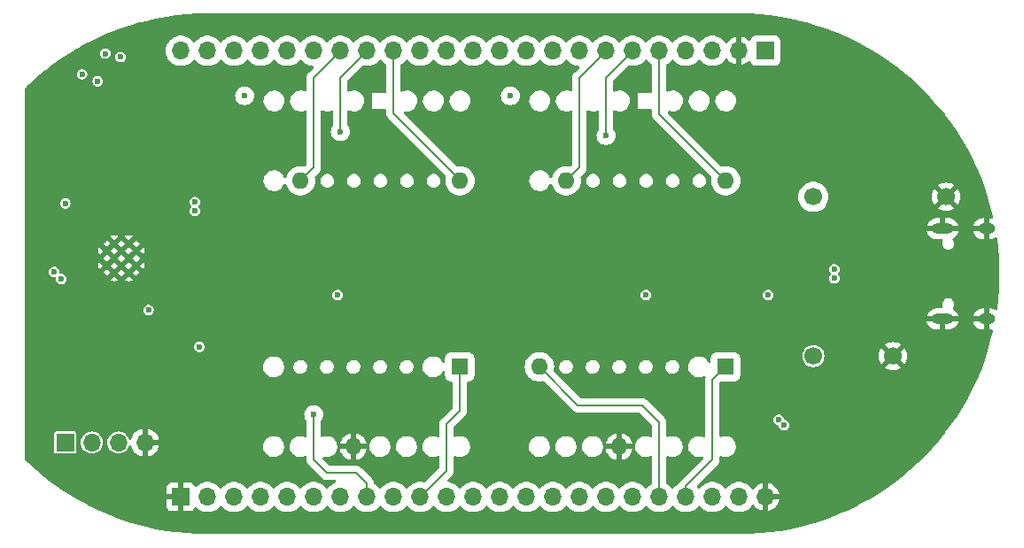
<source format=gbr>
%TF.GenerationSoftware,KiCad,Pcbnew,7.0.5*%
%TF.CreationDate,2023-07-04T20:42:27-04:00*%
%TF.ProjectId,Nixie Clock,4e697869-6520-4436-9c6f-636b2e6b6963,rev?*%
%TF.SameCoordinates,Original*%
%TF.FileFunction,Copper,L3,Inr*%
%TF.FilePolarity,Positive*%
%FSLAX46Y46*%
G04 Gerber Fmt 4.6, Leading zero omitted, Abs format (unit mm)*
G04 Created by KiCad (PCBNEW 7.0.5) date 2023-07-04 20:42:27*
%MOMM*%
%LPD*%
G01*
G04 APERTURE LIST*
%TA.AperFunction,ComponentPad*%
%ADD10R,1.600000X1.600000*%
%TD*%
%TA.AperFunction,ComponentPad*%
%ADD11O,1.600000X1.600000*%
%TD*%
%TA.AperFunction,ComponentPad*%
%ADD12C,1.700000*%
%TD*%
%TA.AperFunction,ComponentPad*%
%ADD13R,1.700000X1.700000*%
%TD*%
%TA.AperFunction,ComponentPad*%
%ADD14O,1.700000X1.700000*%
%TD*%
%TA.AperFunction,ComponentPad*%
%ADD15O,1.600000X1.000000*%
%TD*%
%TA.AperFunction,ComponentPad*%
%ADD16O,2.100000X1.000000*%
%TD*%
%TA.AperFunction,HeatsinkPad*%
%ADD17C,0.600000*%
%TD*%
%TA.AperFunction,ViaPad*%
%ADD18C,0.600000*%
%TD*%
%TA.AperFunction,Conductor*%
%ADD19C,0.150000*%
%TD*%
G04 APERTURE END LIST*
D10*
%TO.N,3_8*%
%TO.C,U3*%
X176515000Y-92720000D03*
D11*
%TO.N,GND*%
X166355000Y-100340000D03*
%TD*%
D12*
%TO.N,+5V*%
%TO.C,U7*%
X210312000Y-91694000D03*
%TO.N,+170v*%
X210312000Y-76454000D03*
%TO.N,GND*%
X223012000Y-76454000D03*
X217932000Y-91694000D03*
%TD*%
D11*
%TO.N,2_9*%
%TO.C,U2*%
X186705000Y-74920000D03*
%TO.N,2_2*%
X201945000Y-74920000D03*
%TD*%
D13*
%TO.N,+3V3*%
%TO.C,J2*%
X138811000Y-99949000D03*
D14*
%TO.N,TX*%
X141351000Y-99949000D03*
%TO.N,RX*%
X143891000Y-99949000D03*
%TO.N,GND*%
X146431000Y-99949000D03*
%TD*%
D10*
%TO.N,4_8*%
%TO.C,U4*%
X201915000Y-92720000D03*
D11*
%TO.N,4_2*%
X184135000Y-92720000D03*
%TO.N,GND*%
X191755000Y-100340000D03*
%TD*%
D13*
%TO.N,GND*%
%TO.C,J4*%
X149860000Y-105156000D03*
D14*
%TO.N,3_1*%
X152400000Y-105156000D03*
%TO.N,3_7*%
X154940000Y-105156000D03*
%TO.N,3_3*%
X157480000Y-105156000D03*
%TO.N,3_4*%
X160020000Y-105156000D03*
%TO.N,3_5*%
X162560000Y-105156000D03*
%TO.N,3_6*%
X165100000Y-105156000D03*
%TO.N,3_2*%
X167640000Y-105156000D03*
%TO.N,LDP*%
X170180000Y-105156000D03*
%TO.N,3_8*%
X172720000Y-105156000D03*
%TO.N,3_9*%
X175260000Y-105156000D03*
%TO.N,3_0*%
X177800000Y-105156000D03*
%TO.N,4_1*%
X180340000Y-105156000D03*
%TO.N,4_7*%
X182880000Y-105156000D03*
%TO.N,4_3*%
X185420000Y-105156000D03*
%TO.N,4_4*%
X187960000Y-105156000D03*
%TO.N,4_5*%
X190500000Y-105156000D03*
%TO.N,4_6*%
X193040000Y-105156000D03*
%TO.N,4_2*%
X195580000Y-105156000D03*
%TO.N,4_8*%
X198120000Y-105156000D03*
%TO.N,4_9*%
X200660000Y-105156000D03*
%TO.N,4_0*%
X203200000Y-105156000D03*
%TO.N,GND*%
X205740000Y-105156000D03*
%TD*%
D13*
%TO.N,+170v*%
%TO.C,J3*%
X205740000Y-62484000D03*
D14*
%TO.N,GND*%
X203200000Y-62484000D03*
%TO.N,RDP*%
X200660000Y-62484000D03*
%TO.N,2_6*%
X198120000Y-62484000D03*
%TO.N,2_2*%
X195580000Y-62484000D03*
%TO.N,2_8*%
X193040000Y-62484000D03*
%TO.N,2_9*%
X190500000Y-62484000D03*
%TO.N,2_0*%
X187960000Y-62484000D03*
%TO.N,2_1*%
X185420000Y-62484000D03*
%TO.N,2_7*%
X182880000Y-62484000D03*
%TO.N,2_3*%
X180340000Y-62484000D03*
%TO.N,2_4*%
X177800000Y-62484000D03*
%TO.N,2_5*%
X175260000Y-62484000D03*
%TO.N,1_6*%
X172720000Y-62484000D03*
%TO.N,1_2*%
X170180000Y-62484000D03*
%TO.N,1_8*%
X167640000Y-62484000D03*
%TO.N,1_9*%
X165100000Y-62484000D03*
%TO.N,1_0*%
X162560000Y-62484000D03*
%TO.N,1_1*%
X160020000Y-62484000D03*
%TO.N,1_7*%
X157480000Y-62484000D03*
%TO.N,1_3*%
X154940000Y-62484000D03*
%TO.N,1_4*%
X152400000Y-62484000D03*
%TO.N,1_5*%
X149860000Y-62484000D03*
%TD*%
D11*
%TO.N,1_9*%
%TO.C,U1*%
X161305000Y-74920000D03*
%TO.N,1_2*%
X176545000Y-74920000D03*
%TD*%
D15*
%TO.N,GND*%
%TO.C,J1*%
X226856000Y-79500000D03*
D16*
X222676000Y-79500000D03*
D15*
X226856000Y-88140000D03*
D16*
X222676000Y-88140000D03*
%TD*%
D17*
%TO.N,GND*%
%TO.C,U5*%
X144892000Y-80920000D03*
X143492000Y-80920000D03*
X145592000Y-81620000D03*
X144192000Y-81620000D03*
X142792000Y-81620000D03*
X144892000Y-82320000D03*
X143492000Y-82320000D03*
X145592000Y-83020000D03*
X144192000Y-83020000D03*
X142792000Y-83020000D03*
X144892000Y-83720000D03*
X143492000Y-83720000D03*
%TD*%
D18*
%TO.N,GND*%
X143408400Y-87985600D03*
X155829000Y-78613000D03*
X170815000Y-73025000D03*
X157607000Y-89916000D03*
X136144000Y-100711000D03*
X182753000Y-90551000D03*
X197358000Y-102489000D03*
X200507600Y-84480400D03*
X189611000Y-90424000D03*
X182118000Y-82550000D03*
X165481000Y-87630000D03*
X198628000Y-65659000D03*
X192151000Y-77470000D03*
X156845000Y-100330000D03*
X186563000Y-72771000D03*
X215519000Y-81788000D03*
X181991000Y-102235000D03*
X195707000Y-96393000D03*
X204851000Y-64516000D03*
X196723000Y-90551000D03*
X195072000Y-70485000D03*
X193167000Y-65405000D03*
X185547000Y-90424000D03*
X175006000Y-76581000D03*
X192913000Y-80137000D03*
X155702000Y-82550000D03*
X193040000Y-87249000D03*
X217932000Y-82677000D03*
X167386000Y-73025000D03*
X192786000Y-90043000D03*
X164465000Y-80010000D03*
X143129000Y-63576200D03*
X173736000Y-97917000D03*
X151638000Y-80721200D03*
X211201000Y-82677000D03*
X195707000Y-73025000D03*
X200152000Y-76581000D03*
X186563000Y-97282000D03*
X163957000Y-82550000D03*
X178181000Y-96774000D03*
X156565600Y-70662800D03*
X199136000Y-69723000D03*
X150774400Y-73660000D03*
X201676000Y-98552000D03*
X170815000Y-102616000D03*
X186690000Y-87376000D03*
X145034000Y-97790000D03*
X213741000Y-86741000D03*
X189865000Y-87122000D03*
X140258800Y-87731600D03*
X176530000Y-98425000D03*
X138303000Y-85725000D03*
X138430000Y-97917000D03*
X156718000Y-73660000D03*
X149301200Y-70561200D03*
X184658000Y-77470000D03*
X164719000Y-94615000D03*
X160909000Y-102489000D03*
X179197000Y-92964000D03*
X173355000Y-69723000D03*
X150368000Y-84988400D03*
X141478000Y-97917000D03*
X206121000Y-83312000D03*
X190500000Y-73025000D03*
X184531000Y-71120000D03*
X200914000Y-82550000D03*
X144018000Y-90170000D03*
X166751000Y-80010000D03*
X165100000Y-76327000D03*
X201295000Y-102743000D03*
X159893000Y-97155000D03*
X216408000Y-87376000D03*
X138938000Y-83185000D03*
X163728400Y-73355200D03*
X152654000Y-87503000D03*
X142189200Y-69113400D03*
X146812000Y-94615000D03*
X164084000Y-87630000D03*
X141528800Y-89052400D03*
X193167000Y-82931000D03*
X195961000Y-76962000D03*
X168783000Y-78613000D03*
X190373000Y-82550000D03*
X136779000Y-84582000D03*
X187960000Y-77343000D03*
X141986000Y-86410800D03*
X195199000Y-80645000D03*
X170053000Y-70485000D03*
X169926000Y-82550000D03*
X155829000Y-92837000D03*
X174244000Y-96520000D03*
X191897000Y-85090000D03*
X139700000Y-65633600D03*
X155702000Y-80010000D03*
X195834000Y-87503000D03*
X201676000Y-65151000D03*
X172847000Y-65532000D03*
X181229000Y-97917000D03*
X202311000Y-94996000D03*
X141935200Y-64490600D03*
X206883000Y-69088000D03*
X183007000Y-87884000D03*
X217678000Y-85090000D03*
X152781000Y-90551000D03*
X187833000Y-102616000D03*
X176276000Y-65582800D03*
X165481000Y-78486000D03*
X167767000Y-65405000D03*
X148539200Y-76352400D03*
X195580000Y-84709000D03*
X170307000Y-89789000D03*
%TO.N,+5V*%
X164846000Y-85852000D03*
X205994000Y-85852000D03*
X194310000Y-85852000D03*
%TO.N,D+*%
X151200896Y-77795319D03*
X212320789Y-84245000D03*
%TO.N,D-*%
X212320789Y-83395000D03*
X151200896Y-76945319D03*
%TO.N,1_8*%
X165100000Y-70231000D03*
%TO.N,1_7*%
X155956000Y-66802000D03*
%TO.N,RST*%
X138811000Y-77089000D03*
%TO.N,+3V3*%
X137742000Y-83640000D03*
X207518000Y-98298000D03*
X138430000Y-84328000D03*
X142646400Y-62763400D03*
X207010000Y-97790000D03*
X140411200Y-64744600D03*
%TO.N,Boot*%
X151638000Y-90805000D03*
%TO.N,SDA*%
X144094200Y-63093600D03*
X141909800Y-65405000D03*
%TO.N,LED*%
X146761200Y-87274400D03*
%TO.N,2_8*%
X190500000Y-70612000D03*
%TO.N,2_7*%
X181356000Y-66802000D03*
%TO.N,3_2*%
X162560000Y-97282000D03*
%TD*%
D19*
%TO.N,1_8*%
X165100000Y-65049000D02*
X167640000Y-62509000D01*
X165100000Y-65049000D02*
X165100000Y-70231000D01*
%TO.N,1_9*%
X165100000Y-62509000D02*
X162560000Y-65049000D01*
X162560000Y-65049000D02*
X162560000Y-73665000D01*
X162560000Y-73665000D02*
X161305000Y-74920000D01*
%TO.N,1_2*%
X170180000Y-62509000D02*
X170180000Y-68453000D01*
X176545000Y-74818000D02*
X176545000Y-74920000D01*
X170180000Y-68453000D02*
X176545000Y-74818000D01*
%TO.N,2_8*%
X190500000Y-65049000D02*
X190500000Y-66040000D01*
X193040000Y-62509000D02*
X190500000Y-65049000D01*
X190500000Y-66040000D02*
X190500000Y-70612000D01*
%TO.N,2_9*%
X187960000Y-65049000D02*
X187960000Y-73665000D01*
X190500000Y-62509000D02*
X187960000Y-65049000D01*
X187960000Y-73665000D02*
X186705000Y-74920000D01*
%TO.N,2_2*%
X195580000Y-62509000D02*
X195580000Y-68555000D01*
X195580000Y-68555000D02*
X201945000Y-74920000D01*
%TO.N,3_8*%
X176515000Y-96916000D02*
X175260000Y-98171000D01*
X175260000Y-102641000D02*
X172720000Y-105181000D01*
X175260000Y-98171000D02*
X175260000Y-102641000D01*
X176515000Y-92720000D02*
X176515000Y-96916000D01*
%TO.N,3_2*%
X163830000Y-102870000D02*
X166624000Y-102870000D01*
X162560000Y-97282000D02*
X162560000Y-101600000D01*
X166624000Y-102870000D02*
X167640000Y-103886000D01*
X162560000Y-101600000D02*
X163830000Y-102870000D01*
X167640000Y-103886000D02*
X167640000Y-105181000D01*
%TO.N,4_8*%
X198120000Y-104140000D02*
X200660000Y-101600000D01*
X200660000Y-101600000D02*
X200660000Y-93975000D01*
X200660000Y-93975000D02*
X201915000Y-92720000D01*
X198120000Y-105181000D02*
X198120000Y-104140000D01*
%TO.N,4_2*%
X193929000Y-96393000D02*
X187808000Y-96393000D01*
X195580000Y-98044000D02*
X193929000Y-96393000D01*
X187808000Y-96393000D02*
X184135000Y-92720000D01*
X195580000Y-105181000D02*
X195580000Y-98044000D01*
%TD*%
%TA.AperFunction,Conductor*%
%TO.N,GND*%
G36*
X204188756Y-58940162D02*
G01*
X204191073Y-58940255D01*
X205177078Y-58999139D01*
X205179460Y-58999329D01*
X206162276Y-59097362D01*
X206164682Y-59097650D01*
X207142833Y-59234680D01*
X207145240Y-59235066D01*
X208117129Y-59410868D01*
X208119526Y-59411351D01*
X208523184Y-59501073D01*
X209083664Y-59625654D01*
X209086022Y-59626226D01*
X210040898Y-59878697D01*
X210043216Y-59879359D01*
X210878265Y-60136071D01*
X210987311Y-60169595D01*
X210989622Y-60170356D01*
X211921416Y-60497890D01*
X211923671Y-60498732D01*
X212647004Y-60785786D01*
X212841722Y-60863060D01*
X212843995Y-60864015D01*
X213746766Y-61264522D01*
X213748989Y-61265561D01*
X214635171Y-61701665D01*
X214637350Y-61702791D01*
X214800440Y-61791272D01*
X215505477Y-62173774D01*
X215507621Y-62174993D01*
X216356333Y-62680115D01*
X216358393Y-62681395D01*
X217186402Y-63219891D01*
X217188394Y-63221245D01*
X217994318Y-63792218D01*
X217996248Y-63793643D01*
X218296556Y-64024869D01*
X218778843Y-64396213D01*
X218780766Y-64397755D01*
X219529085Y-65022857D01*
X219538744Y-65030925D01*
X219540604Y-65032543D01*
X220272816Y-65695354D01*
X220274593Y-65697027D01*
X220979930Y-66388475D01*
X220981590Y-66390169D01*
X221509670Y-66950729D01*
X221658847Y-67109081D01*
X221660502Y-67110909D01*
X221854705Y-67334214D01*
X222308640Y-67856172D01*
X222310204Y-67858045D01*
X222902205Y-68596082D01*
X222928190Y-68628476D01*
X222929671Y-68630399D01*
X223516551Y-69424804D01*
X223517976Y-69426816D01*
X224072790Y-70243900D01*
X224074135Y-70245967D01*
X224596024Y-71084460D01*
X224597285Y-71086578D01*
X225085436Y-71945172D01*
X225086612Y-71947339D01*
X225540233Y-72824645D01*
X225541322Y-72826857D01*
X225959702Y-73721494D01*
X225960702Y-73723748D01*
X226343191Y-74634331D01*
X226344101Y-74636623D01*
X226690088Y-75561696D01*
X226690906Y-75564022D01*
X226999835Y-76502101D01*
X227000560Y-76504458D01*
X227271957Y-77454098D01*
X227272582Y-77456461D01*
X227325123Y-77672466D01*
X227494292Y-78367963D01*
X227491010Y-78437756D01*
X227450515Y-78494694D01*
X227385666Y-78520701D01*
X227348845Y-78518732D01*
X227257692Y-78500000D01*
X227106000Y-78500000D01*
X227106000Y-79200000D01*
X226606000Y-79200000D01*
X226606000Y-78500000D01*
X226505287Y-78500000D01*
X226353661Y-78515418D01*
X226159618Y-78576299D01*
X226159608Y-78576304D01*
X225981784Y-78675005D01*
X225981783Y-78675005D01*
X225827469Y-78807478D01*
X225827468Y-78807479D01*
X225702981Y-78968304D01*
X225613411Y-79150906D01*
X225587754Y-79250000D01*
X226389889Y-79250000D01*
X226350390Y-79274457D01*
X226282799Y-79363962D01*
X226252105Y-79471840D01*
X226262454Y-79583521D01*
X226312448Y-79683922D01*
X226384931Y-79750000D01*
X225582634Y-79750000D01*
X225582931Y-79751946D01*
X225582933Y-79751952D01*
X225653562Y-79942657D01*
X225653565Y-79942664D01*
X225761149Y-80115267D01*
X225901264Y-80262668D01*
X225901266Y-80262669D01*
X226068195Y-80378856D01*
X226255092Y-80459059D01*
X226454310Y-80500000D01*
X226606000Y-80500000D01*
X226606000Y-79800000D01*
X227106000Y-79800000D01*
X227106000Y-80500000D01*
X227206713Y-80500000D01*
X227358338Y-80484581D01*
X227552381Y-80423700D01*
X227552391Y-80423695D01*
X227684798Y-80350203D01*
X227752966Y-80334880D01*
X227818598Y-80358843D01*
X227860855Y-80414486D01*
X227868095Y-80443864D01*
X227976403Y-81347414D01*
X227976648Y-81349867D01*
X228055116Y-82334382D01*
X228055263Y-82336843D01*
X228094529Y-83323711D01*
X228094578Y-83326176D01*
X228094578Y-84313823D01*
X228094529Y-84316288D01*
X228055263Y-85303156D01*
X228055116Y-85305617D01*
X227976648Y-86290132D01*
X227976403Y-86292585D01*
X227868194Y-87195309D01*
X227840670Y-87259529D01*
X227782796Y-87298674D01*
X227712945Y-87300316D01*
X227674238Y-87282326D01*
X227643804Y-87261143D01*
X227456907Y-87180940D01*
X227257690Y-87140000D01*
X227106000Y-87140000D01*
X227106000Y-87840000D01*
X226606000Y-87840000D01*
X226606000Y-87140000D01*
X226505287Y-87140000D01*
X226353661Y-87155418D01*
X226159618Y-87216299D01*
X226159608Y-87216304D01*
X225981784Y-87315005D01*
X225981783Y-87315005D01*
X225827469Y-87447478D01*
X225827468Y-87447479D01*
X225702981Y-87608304D01*
X225613411Y-87790906D01*
X225587754Y-87890000D01*
X226389889Y-87890000D01*
X226350390Y-87914457D01*
X226282799Y-88003962D01*
X226252105Y-88111840D01*
X226262454Y-88223521D01*
X226312448Y-88323922D01*
X226384931Y-88390000D01*
X225582634Y-88390000D01*
X225582931Y-88391946D01*
X225582933Y-88391952D01*
X225653562Y-88582657D01*
X225653565Y-88582664D01*
X225761149Y-88755267D01*
X225901264Y-88902668D01*
X225901266Y-88902669D01*
X226068195Y-89018856D01*
X226255092Y-89099059D01*
X226454310Y-89140000D01*
X226606000Y-89140000D01*
X226606000Y-88440000D01*
X227106000Y-88440000D01*
X227106000Y-89140000D01*
X227206713Y-89140000D01*
X227360034Y-89124408D01*
X227428721Y-89137209D01*
X227479583Y-89185113D01*
X227496472Y-89252911D01*
X227493066Y-89277079D01*
X227272588Y-90183518D01*
X227271957Y-90185901D01*
X227000560Y-91135541D01*
X226999835Y-91137898D01*
X226690906Y-92075977D01*
X226690088Y-92078303D01*
X226344101Y-93003376D01*
X226343191Y-93005668D01*
X225960702Y-93916251D01*
X225959702Y-93918505D01*
X225541322Y-94813142D01*
X225540233Y-94815354D01*
X225086612Y-95692660D01*
X225085436Y-95694827D01*
X224597285Y-96553421D01*
X224596024Y-96555539D01*
X224074135Y-97394032D01*
X224072790Y-97396099D01*
X223517976Y-98213183D01*
X223516551Y-98215195D01*
X223253419Y-98571373D01*
X222956143Y-98973769D01*
X222929694Y-99009570D01*
X222928190Y-99011523D01*
X222310208Y-99781949D01*
X222308627Y-99783842D01*
X221660502Y-100529090D01*
X221658847Y-100530918D01*
X221229093Y-100987105D01*
X221001579Y-101228613D01*
X220981627Y-101249792D01*
X220979905Y-101251548D01*
X220927232Y-101303185D01*
X220274611Y-101942955D01*
X220272816Y-101944645D01*
X219540604Y-102607456D01*
X219538744Y-102609074D01*
X218780766Y-103242244D01*
X218778843Y-103243786D01*
X217996271Y-103846339D01*
X217994287Y-103847804D01*
X217188414Y-104418741D01*
X217186375Y-104420126D01*
X216358427Y-104958582D01*
X216356333Y-104959884D01*
X215507621Y-105465006D01*
X215505477Y-105466225D01*
X214637361Y-105937202D01*
X214635171Y-105938334D01*
X213748989Y-106374438D01*
X213746756Y-106375482D01*
X212843995Y-106775984D01*
X212841722Y-106776939D01*
X211923706Y-107141253D01*
X211921397Y-107142116D01*
X210989653Y-107469633D01*
X210987311Y-107470404D01*
X210043241Y-107760633D01*
X210040870Y-107761310D01*
X209086060Y-108013763D01*
X209083664Y-108014345D01*
X208119540Y-108228645D01*
X208117123Y-108229132D01*
X207145243Y-108404932D01*
X207142808Y-108405323D01*
X206164719Y-108542344D01*
X206162271Y-108542637D01*
X205179475Y-108640668D01*
X205177028Y-108640863D01*
X204191124Y-108699741D01*
X204188706Y-108699838D01*
X203200000Y-108719500D01*
X152400000Y-108719500D01*
X151411291Y-108699838D01*
X151408877Y-108699742D01*
X150422967Y-108640862D01*
X150420524Y-108640668D01*
X149437728Y-108542637D01*
X149435280Y-108542344D01*
X148457191Y-108405323D01*
X148454756Y-108404932D01*
X147482876Y-108229132D01*
X147480459Y-108228645D01*
X146516335Y-108014345D01*
X146513939Y-108013763D01*
X145559129Y-107761310D01*
X145556758Y-107760633D01*
X144612688Y-107470404D01*
X144610346Y-107469633D01*
X143678602Y-107142116D01*
X143676301Y-107141256D01*
X143495757Y-107069607D01*
X142758277Y-106776939D01*
X142756004Y-106775984D01*
X141853243Y-106375482D01*
X141851010Y-106374438D01*
X141199549Y-106053844D01*
X148510000Y-106053844D01*
X148516401Y-106113372D01*
X148516403Y-106113379D01*
X148566645Y-106248086D01*
X148566649Y-106248093D01*
X148652809Y-106363187D01*
X148652812Y-106363190D01*
X148767906Y-106449350D01*
X148767913Y-106449354D01*
X148902620Y-106499596D01*
X148902627Y-106499598D01*
X148962155Y-106505999D01*
X148962172Y-106506000D01*
X149610000Y-106506000D01*
X149610000Y-105591501D01*
X149717685Y-105640680D01*
X149824237Y-105656000D01*
X149895763Y-105656000D01*
X150002315Y-105640680D01*
X150110000Y-105591501D01*
X150110000Y-106506000D01*
X150757828Y-106506000D01*
X150757844Y-106505999D01*
X150817372Y-106499598D01*
X150817379Y-106499596D01*
X150952086Y-106449354D01*
X150952093Y-106449350D01*
X151067187Y-106363190D01*
X151067190Y-106363187D01*
X151153350Y-106248093D01*
X151153353Y-106248088D01*
X151163624Y-106220550D01*
X151205495Y-106164615D01*
X151270959Y-106140197D01*
X151339232Y-106155048D01*
X151371036Y-106179898D01*
X151414232Y-106226821D01*
X151414242Y-106226830D01*
X151603924Y-106374466D01*
X151603930Y-106374470D01*
X151603933Y-106374472D01*
X151815344Y-106488882D01*
X151815347Y-106488883D01*
X152042699Y-106566933D01*
X152042701Y-106566933D01*
X152042703Y-106566934D01*
X152279808Y-106606500D01*
X152279809Y-106606500D01*
X152520191Y-106606500D01*
X152520192Y-106606500D01*
X152757297Y-106566934D01*
X152984656Y-106488882D01*
X153196067Y-106374472D01*
X153385764Y-106226825D01*
X153548571Y-106049969D01*
X153566193Y-106022995D01*
X153619337Y-105977641D01*
X153688568Y-105968217D01*
X153751904Y-105997718D01*
X153773804Y-106022992D01*
X153791429Y-106049969D01*
X153954236Y-106226825D01*
X153954239Y-106226827D01*
X153954242Y-106226830D01*
X154143924Y-106374466D01*
X154143930Y-106374470D01*
X154143933Y-106374472D01*
X154355344Y-106488882D01*
X154355347Y-106488883D01*
X154582699Y-106566933D01*
X154582701Y-106566933D01*
X154582703Y-106566934D01*
X154819808Y-106606500D01*
X154819809Y-106606500D01*
X155060191Y-106606500D01*
X155060192Y-106606500D01*
X155297297Y-106566934D01*
X155524656Y-106488882D01*
X155736067Y-106374472D01*
X155925764Y-106226825D01*
X156088571Y-106049969D01*
X156106193Y-106022995D01*
X156159337Y-105977641D01*
X156228568Y-105968217D01*
X156291904Y-105997718D01*
X156313804Y-106022992D01*
X156331429Y-106049969D01*
X156494236Y-106226825D01*
X156494239Y-106226827D01*
X156494242Y-106226830D01*
X156683924Y-106374466D01*
X156683930Y-106374470D01*
X156683933Y-106374472D01*
X156895344Y-106488882D01*
X156895347Y-106488883D01*
X157122699Y-106566933D01*
X157122701Y-106566933D01*
X157122703Y-106566934D01*
X157359808Y-106606500D01*
X157359809Y-106606500D01*
X157600191Y-106606500D01*
X157600192Y-106606500D01*
X157837297Y-106566934D01*
X158064656Y-106488882D01*
X158276067Y-106374472D01*
X158465764Y-106226825D01*
X158628571Y-106049969D01*
X158646193Y-106022995D01*
X158699337Y-105977641D01*
X158768568Y-105968217D01*
X158831904Y-105997718D01*
X158853804Y-106022992D01*
X158871429Y-106049969D01*
X159034236Y-106226825D01*
X159034239Y-106226827D01*
X159034242Y-106226830D01*
X159223924Y-106374466D01*
X159223930Y-106374470D01*
X159223933Y-106374472D01*
X159435344Y-106488882D01*
X159435347Y-106488883D01*
X159662699Y-106566933D01*
X159662701Y-106566933D01*
X159662703Y-106566934D01*
X159899808Y-106606500D01*
X159899809Y-106606500D01*
X160140191Y-106606500D01*
X160140192Y-106606500D01*
X160377297Y-106566934D01*
X160604656Y-106488882D01*
X160816067Y-106374472D01*
X161005764Y-106226825D01*
X161168571Y-106049969D01*
X161186193Y-106022995D01*
X161239337Y-105977641D01*
X161308568Y-105968217D01*
X161371904Y-105997718D01*
X161393804Y-106022992D01*
X161411429Y-106049969D01*
X161574236Y-106226825D01*
X161574239Y-106226827D01*
X161574242Y-106226830D01*
X161763924Y-106374466D01*
X161763930Y-106374470D01*
X161763933Y-106374472D01*
X161975344Y-106488882D01*
X161975347Y-106488883D01*
X162202699Y-106566933D01*
X162202701Y-106566933D01*
X162202703Y-106566934D01*
X162439808Y-106606500D01*
X162439809Y-106606500D01*
X162680191Y-106606500D01*
X162680192Y-106606500D01*
X162917297Y-106566934D01*
X163144656Y-106488882D01*
X163356067Y-106374472D01*
X163545764Y-106226825D01*
X163708571Y-106049969D01*
X163726193Y-106022995D01*
X163779337Y-105977641D01*
X163848568Y-105968217D01*
X163911904Y-105997718D01*
X163933804Y-106022992D01*
X163951429Y-106049969D01*
X164114236Y-106226825D01*
X164114239Y-106226827D01*
X164114242Y-106226830D01*
X164303924Y-106374466D01*
X164303930Y-106374470D01*
X164303933Y-106374472D01*
X164515344Y-106488882D01*
X164515347Y-106488883D01*
X164742699Y-106566933D01*
X164742701Y-106566933D01*
X164742703Y-106566934D01*
X164979808Y-106606500D01*
X164979809Y-106606500D01*
X165220191Y-106606500D01*
X165220192Y-106606500D01*
X165457297Y-106566934D01*
X165684656Y-106488882D01*
X165896067Y-106374472D01*
X166085764Y-106226825D01*
X166248571Y-106049969D01*
X166266193Y-106022995D01*
X166319337Y-105977641D01*
X166388568Y-105968217D01*
X166451904Y-105997718D01*
X166473804Y-106022992D01*
X166491429Y-106049969D01*
X166654236Y-106226825D01*
X166654239Y-106226827D01*
X166654242Y-106226830D01*
X166843924Y-106374466D01*
X166843930Y-106374470D01*
X166843933Y-106374472D01*
X167055344Y-106488882D01*
X167055347Y-106488883D01*
X167282699Y-106566933D01*
X167282701Y-106566933D01*
X167282703Y-106566934D01*
X167519808Y-106606500D01*
X167519809Y-106606500D01*
X167760191Y-106606500D01*
X167760192Y-106606500D01*
X167997297Y-106566934D01*
X168224656Y-106488882D01*
X168436067Y-106374472D01*
X168625764Y-106226825D01*
X168788571Y-106049969D01*
X168806193Y-106022995D01*
X168859337Y-105977641D01*
X168928568Y-105968217D01*
X168991904Y-105997718D01*
X169013804Y-106022992D01*
X169031429Y-106049969D01*
X169194236Y-106226825D01*
X169194239Y-106226827D01*
X169194242Y-106226830D01*
X169383924Y-106374466D01*
X169383930Y-106374470D01*
X169383933Y-106374472D01*
X169595344Y-106488882D01*
X169595347Y-106488883D01*
X169822699Y-106566933D01*
X169822701Y-106566933D01*
X169822703Y-106566934D01*
X170059808Y-106606500D01*
X170059809Y-106606500D01*
X170300191Y-106606500D01*
X170300192Y-106606500D01*
X170537297Y-106566934D01*
X170764656Y-106488882D01*
X170976067Y-106374472D01*
X171165764Y-106226825D01*
X171328571Y-106049969D01*
X171346193Y-106022995D01*
X171399337Y-105977641D01*
X171468568Y-105968217D01*
X171531904Y-105997718D01*
X171553804Y-106022992D01*
X171571429Y-106049969D01*
X171734236Y-106226825D01*
X171734239Y-106226827D01*
X171734242Y-106226830D01*
X171923924Y-106374466D01*
X171923930Y-106374470D01*
X171923933Y-106374472D01*
X172135344Y-106488882D01*
X172135347Y-106488883D01*
X172362699Y-106566933D01*
X172362701Y-106566933D01*
X172362703Y-106566934D01*
X172599808Y-106606500D01*
X172599809Y-106606500D01*
X172840191Y-106606500D01*
X172840192Y-106606500D01*
X173077297Y-106566934D01*
X173304656Y-106488882D01*
X173516067Y-106374472D01*
X173705764Y-106226825D01*
X173868571Y-106049969D01*
X173886193Y-106022995D01*
X173939337Y-105977641D01*
X174008568Y-105968217D01*
X174071904Y-105997718D01*
X174093804Y-106022992D01*
X174111429Y-106049969D01*
X174274236Y-106226825D01*
X174274239Y-106226827D01*
X174274242Y-106226830D01*
X174463924Y-106374466D01*
X174463930Y-106374470D01*
X174463933Y-106374472D01*
X174675344Y-106488882D01*
X174675347Y-106488883D01*
X174902699Y-106566933D01*
X174902701Y-106566933D01*
X174902703Y-106566934D01*
X175139808Y-106606500D01*
X175139809Y-106606500D01*
X175380191Y-106606500D01*
X175380192Y-106606500D01*
X175617297Y-106566934D01*
X175844656Y-106488882D01*
X176056067Y-106374472D01*
X176245764Y-106226825D01*
X176408571Y-106049969D01*
X176426193Y-106022995D01*
X176479337Y-105977641D01*
X176548568Y-105968217D01*
X176611904Y-105997718D01*
X176633804Y-106022992D01*
X176651429Y-106049969D01*
X176814236Y-106226825D01*
X176814239Y-106226827D01*
X176814242Y-106226830D01*
X177003924Y-106374466D01*
X177003930Y-106374470D01*
X177003933Y-106374472D01*
X177215344Y-106488882D01*
X177215347Y-106488883D01*
X177442699Y-106566933D01*
X177442701Y-106566933D01*
X177442703Y-106566934D01*
X177679808Y-106606500D01*
X177679809Y-106606500D01*
X177920191Y-106606500D01*
X177920192Y-106606500D01*
X178157297Y-106566934D01*
X178384656Y-106488882D01*
X178596067Y-106374472D01*
X178785764Y-106226825D01*
X178948571Y-106049969D01*
X178966193Y-106022995D01*
X179019337Y-105977641D01*
X179088568Y-105968217D01*
X179151904Y-105997718D01*
X179173804Y-106022992D01*
X179191429Y-106049969D01*
X179354236Y-106226825D01*
X179354239Y-106226827D01*
X179354242Y-106226830D01*
X179543924Y-106374466D01*
X179543930Y-106374470D01*
X179543933Y-106374472D01*
X179755344Y-106488882D01*
X179755347Y-106488883D01*
X179982699Y-106566933D01*
X179982701Y-106566933D01*
X179982703Y-106566934D01*
X180219808Y-106606500D01*
X180219809Y-106606500D01*
X180460191Y-106606500D01*
X180460192Y-106606500D01*
X180697297Y-106566934D01*
X180924656Y-106488882D01*
X181136067Y-106374472D01*
X181325764Y-106226825D01*
X181488571Y-106049969D01*
X181506193Y-106022995D01*
X181559337Y-105977641D01*
X181628568Y-105968217D01*
X181691904Y-105997718D01*
X181713804Y-106022992D01*
X181731429Y-106049969D01*
X181894236Y-106226825D01*
X181894239Y-106226827D01*
X181894242Y-106226830D01*
X182083924Y-106374466D01*
X182083930Y-106374470D01*
X182083933Y-106374472D01*
X182295344Y-106488882D01*
X182295347Y-106488883D01*
X182522699Y-106566933D01*
X182522701Y-106566933D01*
X182522703Y-106566934D01*
X182759808Y-106606500D01*
X182759809Y-106606500D01*
X183000191Y-106606500D01*
X183000192Y-106606500D01*
X183237297Y-106566934D01*
X183464656Y-106488882D01*
X183676067Y-106374472D01*
X183865764Y-106226825D01*
X184028571Y-106049969D01*
X184046193Y-106022995D01*
X184099337Y-105977641D01*
X184168568Y-105968217D01*
X184231904Y-105997718D01*
X184253804Y-106022992D01*
X184271429Y-106049969D01*
X184434236Y-106226825D01*
X184434239Y-106226827D01*
X184434242Y-106226830D01*
X184623924Y-106374466D01*
X184623930Y-106374470D01*
X184623933Y-106374472D01*
X184835344Y-106488882D01*
X184835347Y-106488883D01*
X185062699Y-106566933D01*
X185062701Y-106566933D01*
X185062703Y-106566934D01*
X185299808Y-106606500D01*
X185299809Y-106606500D01*
X185540191Y-106606500D01*
X185540192Y-106606500D01*
X185777297Y-106566934D01*
X186004656Y-106488882D01*
X186216067Y-106374472D01*
X186405764Y-106226825D01*
X186568571Y-106049969D01*
X186586193Y-106022995D01*
X186639337Y-105977641D01*
X186708568Y-105968217D01*
X186771904Y-105997718D01*
X186793804Y-106022992D01*
X186811429Y-106049969D01*
X186974236Y-106226825D01*
X186974239Y-106226827D01*
X186974242Y-106226830D01*
X187163924Y-106374466D01*
X187163930Y-106374470D01*
X187163933Y-106374472D01*
X187375344Y-106488882D01*
X187375347Y-106488883D01*
X187602699Y-106566933D01*
X187602701Y-106566933D01*
X187602703Y-106566934D01*
X187839808Y-106606500D01*
X187839809Y-106606500D01*
X188080191Y-106606500D01*
X188080192Y-106606500D01*
X188317297Y-106566934D01*
X188544656Y-106488882D01*
X188756067Y-106374472D01*
X188945764Y-106226825D01*
X189108571Y-106049969D01*
X189126193Y-106022995D01*
X189179337Y-105977641D01*
X189248568Y-105968217D01*
X189311904Y-105997718D01*
X189333804Y-106022992D01*
X189351429Y-106049969D01*
X189514236Y-106226825D01*
X189514239Y-106226827D01*
X189514242Y-106226830D01*
X189703924Y-106374466D01*
X189703930Y-106374470D01*
X189703933Y-106374472D01*
X189915344Y-106488882D01*
X189915347Y-106488883D01*
X190142699Y-106566933D01*
X190142701Y-106566933D01*
X190142703Y-106566934D01*
X190379808Y-106606500D01*
X190379809Y-106606500D01*
X190620191Y-106606500D01*
X190620192Y-106606500D01*
X190857297Y-106566934D01*
X191084656Y-106488882D01*
X191296067Y-106374472D01*
X191485764Y-106226825D01*
X191648571Y-106049969D01*
X191666191Y-106022998D01*
X191719336Y-105977643D01*
X191788567Y-105968218D01*
X191851903Y-105997719D01*
X191873806Y-106022996D01*
X191891429Y-106049969D01*
X192054236Y-106226825D01*
X192054239Y-106226827D01*
X192054242Y-106226830D01*
X192243924Y-106374466D01*
X192243930Y-106374470D01*
X192243933Y-106374472D01*
X192455344Y-106488882D01*
X192455347Y-106488883D01*
X192682699Y-106566933D01*
X192682701Y-106566933D01*
X192682703Y-106566934D01*
X192919808Y-106606500D01*
X192919809Y-106606500D01*
X193160191Y-106606500D01*
X193160192Y-106606500D01*
X193397297Y-106566934D01*
X193624656Y-106488882D01*
X193836067Y-106374472D01*
X194025764Y-106226825D01*
X194188571Y-106049969D01*
X194206191Y-106022998D01*
X194259336Y-105977643D01*
X194328567Y-105968218D01*
X194391903Y-105997719D01*
X194413806Y-106022996D01*
X194431429Y-106049969D01*
X194594236Y-106226825D01*
X194594239Y-106226827D01*
X194594242Y-106226830D01*
X194783924Y-106374466D01*
X194783930Y-106374470D01*
X194783933Y-106374472D01*
X194995344Y-106488882D01*
X194995347Y-106488883D01*
X195222699Y-106566933D01*
X195222701Y-106566933D01*
X195222703Y-106566934D01*
X195459808Y-106606500D01*
X195459809Y-106606500D01*
X195700191Y-106606500D01*
X195700192Y-106606500D01*
X195937297Y-106566934D01*
X196164656Y-106488882D01*
X196376067Y-106374472D01*
X196565764Y-106226825D01*
X196728571Y-106049969D01*
X196746191Y-106022998D01*
X196799336Y-105977643D01*
X196868567Y-105968218D01*
X196931903Y-105997719D01*
X196953806Y-106022996D01*
X196971429Y-106049969D01*
X197134236Y-106226825D01*
X197134239Y-106226827D01*
X197134242Y-106226830D01*
X197323924Y-106374466D01*
X197323930Y-106374470D01*
X197323933Y-106374472D01*
X197535344Y-106488882D01*
X197535347Y-106488883D01*
X197762699Y-106566933D01*
X197762701Y-106566933D01*
X197762703Y-106566934D01*
X197999808Y-106606500D01*
X197999809Y-106606500D01*
X198240191Y-106606500D01*
X198240192Y-106606500D01*
X198477297Y-106566934D01*
X198704656Y-106488882D01*
X198916067Y-106374472D01*
X199105764Y-106226825D01*
X199268571Y-106049969D01*
X199286192Y-106022996D01*
X199339333Y-105977642D01*
X199408564Y-105968217D01*
X199471901Y-105997716D01*
X199493805Y-106022993D01*
X199511429Y-106049969D01*
X199674236Y-106226825D01*
X199674239Y-106226827D01*
X199674242Y-106226830D01*
X199863924Y-106374466D01*
X199863930Y-106374470D01*
X199863933Y-106374472D01*
X200075344Y-106488882D01*
X200075347Y-106488883D01*
X200302699Y-106566933D01*
X200302701Y-106566933D01*
X200302703Y-106566934D01*
X200539808Y-106606500D01*
X200539809Y-106606500D01*
X200780191Y-106606500D01*
X200780192Y-106606500D01*
X201017297Y-106566934D01*
X201244656Y-106488882D01*
X201456067Y-106374472D01*
X201645764Y-106226825D01*
X201808571Y-106049969D01*
X201826193Y-106022995D01*
X201879337Y-105977641D01*
X201948568Y-105968217D01*
X202011904Y-105997718D01*
X202033804Y-106022992D01*
X202051429Y-106049969D01*
X202214236Y-106226825D01*
X202214239Y-106226827D01*
X202214242Y-106226830D01*
X202403924Y-106374466D01*
X202403930Y-106374470D01*
X202403933Y-106374472D01*
X202615344Y-106488882D01*
X202615347Y-106488883D01*
X202842699Y-106566933D01*
X202842701Y-106566933D01*
X202842703Y-106566934D01*
X203079808Y-106606500D01*
X203079809Y-106606500D01*
X203320191Y-106606500D01*
X203320192Y-106606500D01*
X203557297Y-106566934D01*
X203784656Y-106488882D01*
X203996067Y-106374472D01*
X204185764Y-106226825D01*
X204348571Y-106049969D01*
X204426599Y-105930537D01*
X204479744Y-105885183D01*
X204548975Y-105875759D01*
X204612311Y-105905261D01*
X204631980Y-105927237D01*
X204701890Y-106027078D01*
X204868917Y-106194105D01*
X205062421Y-106329600D01*
X205276507Y-106429429D01*
X205276516Y-106429433D01*
X205490000Y-106486634D01*
X205490000Y-105591501D01*
X205597685Y-105640680D01*
X205704237Y-105656000D01*
X205775763Y-105656000D01*
X205882315Y-105640680D01*
X205989999Y-105591501D01*
X205989999Y-106486633D01*
X206203483Y-106429433D01*
X206203492Y-106429429D01*
X206417578Y-106329600D01*
X206611082Y-106194105D01*
X206778105Y-106027082D01*
X206913600Y-105833578D01*
X207013429Y-105619492D01*
X207013432Y-105619486D01*
X207070636Y-105406000D01*
X206173686Y-105406000D01*
X206199493Y-105365844D01*
X206240000Y-105227889D01*
X206240000Y-105084111D01*
X206199493Y-104946156D01*
X206173686Y-104906000D01*
X207070636Y-104906000D01*
X207070635Y-104905999D01*
X207013432Y-104692513D01*
X207013429Y-104692507D01*
X206913600Y-104478422D01*
X206913599Y-104478420D01*
X206778113Y-104284926D01*
X206778108Y-104284920D01*
X206611082Y-104117894D01*
X206417578Y-103982399D01*
X206203492Y-103882570D01*
X206203486Y-103882567D01*
X205989999Y-103825364D01*
X205989999Y-104720498D01*
X205882315Y-104671320D01*
X205775763Y-104656000D01*
X205704237Y-104656000D01*
X205597685Y-104671320D01*
X205490000Y-104720498D01*
X205490000Y-103825364D01*
X205489999Y-103825364D01*
X205276513Y-103882567D01*
X205276507Y-103882570D01*
X205062422Y-103982399D01*
X205062420Y-103982400D01*
X204868926Y-104117886D01*
X204868920Y-104117891D01*
X204701891Y-104284920D01*
X204701890Y-104284922D01*
X204631981Y-104384762D01*
X204577404Y-104428387D01*
X204507905Y-104435579D01*
X204445551Y-104404057D01*
X204426598Y-104381460D01*
X204348571Y-104262031D01*
X204185764Y-104085175D01*
X204185759Y-104085171D01*
X204185757Y-104085169D01*
X203996075Y-103937533D01*
X203996069Y-103937529D01*
X203784657Y-103823118D01*
X203784652Y-103823116D01*
X203557300Y-103745066D01*
X203373473Y-103714391D01*
X203320192Y-103705500D01*
X203079808Y-103705500D01*
X203038788Y-103712345D01*
X202842699Y-103745066D01*
X202615347Y-103823116D01*
X202615342Y-103823118D01*
X202403930Y-103937529D01*
X202403924Y-103937533D01*
X202214242Y-104085169D01*
X202214239Y-104085172D01*
X202214236Y-104085174D01*
X202214236Y-104085175D01*
X202184119Y-104117891D01*
X202051430Y-104262029D01*
X202051429Y-104262031D01*
X202033807Y-104289003D01*
X201980660Y-104334358D01*
X201911429Y-104343780D01*
X201848093Y-104314277D01*
X201826193Y-104289003D01*
X201823525Y-104284920D01*
X201808571Y-104262031D01*
X201645764Y-104085175D01*
X201645759Y-104085171D01*
X201645757Y-104085169D01*
X201456075Y-103937533D01*
X201456069Y-103937529D01*
X201244657Y-103823118D01*
X201244652Y-103823116D01*
X201017300Y-103745066D01*
X200833473Y-103714391D01*
X200780192Y-103705500D01*
X200539808Y-103705500D01*
X200498788Y-103712345D01*
X200302699Y-103745066D01*
X200075347Y-103823116D01*
X200075342Y-103823118D01*
X199863930Y-103937529D01*
X199863924Y-103937533D01*
X199674242Y-104085169D01*
X199674239Y-104085172D01*
X199674236Y-104085174D01*
X199674236Y-104085175D01*
X199644119Y-104117891D01*
X199511430Y-104262029D01*
X199511429Y-104262031D01*
X199493807Y-104289003D01*
X199440660Y-104334358D01*
X199371429Y-104343780D01*
X199308093Y-104314277D01*
X199286193Y-104289003D01*
X199283525Y-104284920D01*
X199268571Y-104262031D01*
X199198020Y-104185392D01*
X199167099Y-104122738D01*
X199174959Y-104053312D01*
X199201567Y-104013732D01*
X201121922Y-102093378D01*
X201124626Y-102090834D01*
X201169332Y-102051229D01*
X201203276Y-102002049D01*
X201205484Y-101999051D01*
X201242325Y-101952028D01*
X201246169Y-101943485D01*
X201257197Y-101923932D01*
X201262518Y-101916226D01*
X201283712Y-101860340D01*
X201285135Y-101856907D01*
X201309650Y-101802439D01*
X201311338Y-101793221D01*
X201317366Y-101771603D01*
X201320688Y-101762845D01*
X201327889Y-101703540D01*
X201328453Y-101699836D01*
X201332577Y-101677327D01*
X201339219Y-101641085D01*
X201335611Y-101581441D01*
X201335500Y-101577759D01*
X201335500Y-101368197D01*
X201355185Y-101301158D01*
X201407989Y-101255403D01*
X201477148Y-101245460D01*
X201508398Y-101254247D01*
X201563552Y-101277916D01*
X201613939Y-101299539D01*
X201613940Y-101299539D01*
X201613942Y-101299540D01*
X201813259Y-101340500D01*
X201965743Y-101340500D01*
X202117439Y-101325074D01*
X202311579Y-101264162D01*
X202311580Y-101264161D01*
X202311588Y-101264159D01*
X202489502Y-101165409D01*
X202643895Y-101032866D01*
X202768448Y-100871958D01*
X202858060Y-100689271D01*
X202909063Y-100492285D01*
X202919369Y-100289064D01*
X202888556Y-100087929D01*
X202837102Y-99948999D01*
X202817888Y-99897118D01*
X202817887Y-99897117D01*
X202817886Y-99897113D01*
X202710252Y-99724429D01*
X202570059Y-99576947D01*
X202461200Y-99501179D01*
X202403050Y-99460705D01*
X202216056Y-99380459D01*
X202016741Y-99339500D01*
X201864258Y-99339500D01*
X201864257Y-99339500D01*
X201712560Y-99354925D01*
X201518420Y-99415837D01*
X201512634Y-99418321D01*
X201512008Y-99416864D01*
X201451497Y-99430461D01*
X201385868Y-99406490D01*
X201343616Y-99350844D01*
X201335500Y-99306719D01*
X201335500Y-97789999D01*
X206504353Y-97789999D01*
X206524834Y-97932456D01*
X206580906Y-98055234D01*
X206584623Y-98063373D01*
X206678872Y-98172143D01*
X206799947Y-98249953D01*
X206799950Y-98249954D01*
X206799949Y-98249954D01*
X206938039Y-98290500D01*
X206996817Y-98328274D01*
X207025843Y-98391829D01*
X207032834Y-98440456D01*
X207092622Y-98571371D01*
X207092623Y-98571373D01*
X207186872Y-98680143D01*
X207307947Y-98757953D01*
X207307950Y-98757954D01*
X207307949Y-98757954D01*
X207446036Y-98798499D01*
X207446038Y-98798500D01*
X207446039Y-98798500D01*
X207589962Y-98798500D01*
X207589962Y-98798499D01*
X207728053Y-98757953D01*
X207849128Y-98680143D01*
X207943377Y-98571373D01*
X208003165Y-98440457D01*
X208023647Y-98298000D01*
X208003165Y-98155543D01*
X207943377Y-98024627D01*
X207849128Y-97915857D01*
X207728053Y-97838047D01*
X207728051Y-97838046D01*
X207728049Y-97838045D01*
X207728050Y-97838045D01*
X207589960Y-97797499D01*
X207531181Y-97759725D01*
X207502156Y-97696169D01*
X207502156Y-97696168D01*
X207495165Y-97647543D01*
X207493305Y-97643471D01*
X207435377Y-97516627D01*
X207341128Y-97407857D01*
X207220053Y-97330047D01*
X207220051Y-97330046D01*
X207220049Y-97330045D01*
X207220050Y-97330045D01*
X207081963Y-97289500D01*
X207081961Y-97289500D01*
X206938039Y-97289500D01*
X206938036Y-97289500D01*
X206799949Y-97330045D01*
X206678873Y-97407856D01*
X206678872Y-97407856D01*
X206678872Y-97407857D01*
X206666290Y-97422376D01*
X206584623Y-97516626D01*
X206584622Y-97516628D01*
X206524834Y-97647543D01*
X206504353Y-97789999D01*
X201335500Y-97789999D01*
X201335500Y-94306163D01*
X201355185Y-94239124D01*
X201371819Y-94218482D01*
X201433483Y-94156818D01*
X201494806Y-94123333D01*
X201521164Y-94120499D01*
X202754363Y-94120499D01*
X202871753Y-94105046D01*
X202871757Y-94105044D01*
X202871762Y-94105044D01*
X203017841Y-94044536D01*
X203143282Y-93948282D01*
X203239536Y-93822841D01*
X203300044Y-93676762D01*
X203315500Y-93559361D01*
X203315499Y-91880640D01*
X203315499Y-91880639D01*
X203315499Y-91880636D01*
X203300046Y-91763246D01*
X203300044Y-91763239D01*
X203300044Y-91763238D01*
X203271364Y-91693999D01*
X209256417Y-91693999D01*
X209276699Y-91899932D01*
X209285616Y-91929326D01*
X209336768Y-92097954D01*
X209434315Y-92280450D01*
X209443929Y-92292165D01*
X209565589Y-92440410D01*
X209624434Y-92488702D01*
X209725550Y-92571685D01*
X209908046Y-92669232D01*
X210106066Y-92729300D01*
X210106065Y-92729300D01*
X210124529Y-92731118D01*
X210312000Y-92749583D01*
X210517934Y-92729300D01*
X210715954Y-92669232D01*
X210898450Y-92571685D01*
X211058410Y-92440410D01*
X211189685Y-92280450D01*
X211287232Y-92097954D01*
X211347300Y-91899934D01*
X211367583Y-91694001D01*
X216576843Y-91694001D01*
X216597430Y-91929315D01*
X216597432Y-91929326D01*
X216658566Y-92157483D01*
X216658570Y-92157492D01*
X216758400Y-92371579D01*
X216758402Y-92371583D01*
X216817072Y-92455373D01*
X216817073Y-92455373D01*
X217448923Y-91823523D01*
X217472507Y-91903844D01*
X217550239Y-92024798D01*
X217658900Y-92118952D01*
X217789685Y-92178680D01*
X217799466Y-92180086D01*
X217170625Y-92808925D01*
X217254421Y-92867599D01*
X217468507Y-92967429D01*
X217468516Y-92967433D01*
X217696673Y-93028567D01*
X217696684Y-93028569D01*
X217931998Y-93049157D01*
X217932002Y-93049157D01*
X218167315Y-93028569D01*
X218167326Y-93028567D01*
X218395483Y-92967433D01*
X218395492Y-92967429D01*
X218609578Y-92867600D01*
X218609582Y-92867598D01*
X218693373Y-92808926D01*
X218693373Y-92808925D01*
X218064533Y-92180086D01*
X218074315Y-92178680D01*
X218205100Y-92118952D01*
X218313761Y-92024798D01*
X218391493Y-91903844D01*
X218415076Y-91823524D01*
X219046925Y-92455373D01*
X219046926Y-92455373D01*
X219105598Y-92371582D01*
X219105600Y-92371578D01*
X219205429Y-92157492D01*
X219205433Y-92157483D01*
X219266567Y-91929326D01*
X219266569Y-91929315D01*
X219287157Y-91694001D01*
X219287157Y-91693998D01*
X219266569Y-91458684D01*
X219266567Y-91458673D01*
X219205433Y-91230516D01*
X219205429Y-91230507D01*
X219105600Y-91016423D01*
X219105599Y-91016421D01*
X219046925Y-90932626D01*
X219046925Y-90932625D01*
X218415076Y-91564475D01*
X218391493Y-91484156D01*
X218313761Y-91363202D01*
X218205100Y-91269048D01*
X218074315Y-91209320D01*
X218064533Y-91207913D01*
X218693373Y-90579073D01*
X218693373Y-90579072D01*
X218609583Y-90520402D01*
X218609579Y-90520400D01*
X218395492Y-90420570D01*
X218395483Y-90420566D01*
X218167326Y-90359432D01*
X218167315Y-90359430D01*
X217932002Y-90338843D01*
X217931998Y-90338843D01*
X217696684Y-90359430D01*
X217696673Y-90359432D01*
X217468516Y-90420566D01*
X217468507Y-90420570D01*
X217254419Y-90520401D01*
X217170625Y-90579072D01*
X217799466Y-91207913D01*
X217789685Y-91209320D01*
X217658900Y-91269048D01*
X217550239Y-91363202D01*
X217472507Y-91484156D01*
X217448923Y-91564475D01*
X216817073Y-90932625D01*
X216817072Y-90932625D01*
X216758401Y-91016419D01*
X216658570Y-91230507D01*
X216658566Y-91230516D01*
X216597432Y-91458673D01*
X216597430Y-91458684D01*
X216576843Y-91693998D01*
X216576843Y-91694001D01*
X211367583Y-91694001D01*
X211367583Y-91694000D01*
X211347300Y-91488066D01*
X211287232Y-91290046D01*
X211189685Y-91107550D01*
X211137702Y-91044209D01*
X211058410Y-90947589D01*
X210898452Y-90816317D01*
X210898453Y-90816317D01*
X210898450Y-90816315D01*
X210715954Y-90718768D01*
X210517934Y-90658700D01*
X210517932Y-90658699D01*
X210517934Y-90658699D01*
X210312000Y-90638417D01*
X210106067Y-90658699D01*
X209908043Y-90718769D01*
X209817603Y-90767111D01*
X209725550Y-90816315D01*
X209725548Y-90816316D01*
X209725547Y-90816317D01*
X209565589Y-90947589D01*
X209434317Y-91107547D01*
X209434315Y-91107550D01*
X209418721Y-91136725D01*
X209336769Y-91290043D01*
X209276699Y-91488067D01*
X209256417Y-91693999D01*
X203271364Y-91693999D01*
X203239536Y-91617159D01*
X203143282Y-91491718D01*
X203017841Y-91395464D01*
X202871762Y-91334956D01*
X202871760Y-91334955D01*
X202754370Y-91319501D01*
X202754367Y-91319500D01*
X202754361Y-91319500D01*
X202754354Y-91319500D01*
X201075636Y-91319500D01*
X200958246Y-91334953D01*
X200958237Y-91334956D01*
X200812160Y-91395463D01*
X200686718Y-91491718D01*
X200590463Y-91617160D01*
X200529956Y-91763237D01*
X200529955Y-91763239D01*
X200514501Y-91880629D01*
X200514501Y-91880636D01*
X200514500Y-91880645D01*
X200514500Y-92225126D01*
X200494815Y-92292165D01*
X200442011Y-92337920D01*
X200372853Y-92347864D01*
X200309297Y-92318839D01*
X200281245Y-92282429D01*
X200281212Y-92282450D01*
X200281001Y-92282111D01*
X200279177Y-92279744D01*
X200277888Y-92277118D01*
X200277887Y-92277117D01*
X200277886Y-92277113D01*
X200170252Y-92104429D01*
X200030059Y-91956947D01*
X199920433Y-91880645D01*
X199863050Y-91840705D01*
X199676056Y-91760459D01*
X199476741Y-91719500D01*
X199324258Y-91719500D01*
X199324257Y-91719500D01*
X199172560Y-91734925D01*
X198978420Y-91795837D01*
X198978405Y-91795844D01*
X198800500Y-91894589D01*
X198800495Y-91894592D01*
X198646106Y-92027132D01*
X198646104Y-92027134D01*
X198521554Y-92188037D01*
X198521553Y-92188040D01*
X198431940Y-92370728D01*
X198380937Y-92567714D01*
X198370631Y-92770936D01*
X198401442Y-92972063D01*
X198401445Y-92972075D01*
X198472111Y-93162881D01*
X198472113Y-93162884D01*
X198472114Y-93162887D01*
X198493976Y-93197962D01*
X198579745Y-93335567D01*
X198579749Y-93335572D01*
X198719815Y-93482921D01*
X198719941Y-93483053D01*
X198829566Y-93559354D01*
X198886949Y-93599294D01*
X198886950Y-93599294D01*
X198886951Y-93599295D01*
X199073942Y-93679540D01*
X199273259Y-93720500D01*
X199425743Y-93720500D01*
X199577439Y-93705074D01*
X199771579Y-93644162D01*
X199771579Y-93644161D01*
X199771588Y-93644159D01*
X199840369Y-93605982D01*
X199908536Y-93590660D01*
X199974167Y-93614624D01*
X200016424Y-93670266D01*
X200021891Y-93739922D01*
X200013623Y-93765287D01*
X200010351Y-93772557D01*
X200010350Y-93772559D01*
X200008661Y-93781777D01*
X200002639Y-93803381D01*
X199999311Y-93812156D01*
X199992108Y-93871470D01*
X199991545Y-93875171D01*
X199980781Y-93933909D01*
X199980781Y-93933915D01*
X199984387Y-93993533D01*
X199984500Y-93997277D01*
X199984500Y-99324675D01*
X199964815Y-99391714D01*
X199912011Y-99437469D01*
X199842853Y-99447413D01*
X199811600Y-99438626D01*
X199676058Y-99380460D01*
X199476741Y-99339500D01*
X199324258Y-99339500D01*
X199324257Y-99339500D01*
X199172560Y-99354925D01*
X198978420Y-99415837D01*
X198978405Y-99415844D01*
X198800500Y-99514589D01*
X198800495Y-99514592D01*
X198646106Y-99647132D01*
X198646104Y-99647134D01*
X198521554Y-99808037D01*
X198521553Y-99808040D01*
X198431940Y-99990728D01*
X198380937Y-100187714D01*
X198370631Y-100390936D01*
X198401442Y-100592063D01*
X198401445Y-100592075D01*
X198472111Y-100782881D01*
X198472113Y-100782884D01*
X198472114Y-100782887D01*
X198499413Y-100826685D01*
X198579745Y-100955567D01*
X198579747Y-100955569D01*
X198579748Y-100955571D01*
X198719941Y-101103053D01*
X198828799Y-101178820D01*
X198886949Y-101219294D01*
X198886950Y-101219294D01*
X198886951Y-101219295D01*
X199073942Y-101299540D01*
X199273259Y-101340500D01*
X199425743Y-101340500D01*
X199552578Y-101327602D01*
X199577438Y-101325074D01*
X199681465Y-101292434D01*
X199751323Y-101291147D01*
X199810788Y-101327832D01*
X199840979Y-101390842D01*
X199832312Y-101460172D01*
X199806268Y-101498429D01*
X197658100Y-103646597D01*
X197655373Y-103649164D01*
X197610670Y-103688769D01*
X197610667Y-103688772D01*
X197576736Y-103737928D01*
X197574517Y-103740943D01*
X197537674Y-103787970D01*
X197537671Y-103787976D01*
X197534707Y-103794561D01*
X197489237Y-103847611D01*
X197480655Y-103852712D01*
X197323943Y-103937521D01*
X197323936Y-103937525D01*
X197134237Y-104085174D01*
X197134236Y-104085175D01*
X197104119Y-104117891D01*
X196971427Y-104262033D01*
X196953806Y-104289003D01*
X196900658Y-104334359D01*
X196831427Y-104343780D01*
X196768092Y-104314277D01*
X196746193Y-104289003D01*
X196728571Y-104262031D01*
X196565764Y-104085175D01*
X196376067Y-103937528D01*
X196376066Y-103937527D01*
X196376063Y-103937525D01*
X196376061Y-103937524D01*
X196320481Y-103907445D01*
X196270891Y-103858225D01*
X196255500Y-103798391D01*
X196255500Y-101368198D01*
X196275185Y-101301159D01*
X196327989Y-101255404D01*
X196397147Y-101245460D01*
X196428398Y-101254247D01*
X196483552Y-101277916D01*
X196533939Y-101299539D01*
X196533940Y-101299539D01*
X196533942Y-101299540D01*
X196733259Y-101340500D01*
X196885743Y-101340500D01*
X197037439Y-101325074D01*
X197231579Y-101264162D01*
X197231580Y-101264161D01*
X197231588Y-101264159D01*
X197409502Y-101165409D01*
X197563895Y-101032866D01*
X197688448Y-100871958D01*
X197778060Y-100689271D01*
X197829063Y-100492285D01*
X197839369Y-100289064D01*
X197808556Y-100087929D01*
X197757102Y-99948999D01*
X197737888Y-99897118D01*
X197737887Y-99897117D01*
X197737886Y-99897113D01*
X197630252Y-99724429D01*
X197490059Y-99576947D01*
X197381200Y-99501179D01*
X197323050Y-99460705D01*
X197136056Y-99380459D01*
X196936741Y-99339500D01*
X196784258Y-99339500D01*
X196784257Y-99339500D01*
X196632560Y-99354925D01*
X196438420Y-99415837D01*
X196432634Y-99418321D01*
X196432008Y-99416864D01*
X196371497Y-99430461D01*
X196305868Y-99406490D01*
X196263616Y-99350844D01*
X196255500Y-99306719D01*
X196255500Y-98066277D01*
X196255613Y-98062533D01*
X196259219Y-98002915D01*
X196248453Y-97944168D01*
X196247889Y-97940463D01*
X196246030Y-97925156D01*
X196240688Y-97881155D01*
X196237363Y-97872389D01*
X196231338Y-97850776D01*
X196229650Y-97841561D01*
X196205126Y-97787070D01*
X196203703Y-97783634D01*
X196198126Y-97768928D01*
X196182518Y-97727774D01*
X196177198Y-97720066D01*
X196166171Y-97700515D01*
X196164215Y-97696169D01*
X196162326Y-97691972D01*
X196151064Y-97677597D01*
X196125486Y-97644949D01*
X196123265Y-97641932D01*
X196089333Y-97592772D01*
X196044624Y-97553163D01*
X196041912Y-97550611D01*
X194422385Y-95931084D01*
X194419851Y-95928392D01*
X194380229Y-95883668D01*
X194331061Y-95849730D01*
X194328051Y-95847515D01*
X194281025Y-95810672D01*
X194281023Y-95810671D01*
X194272476Y-95806824D01*
X194252938Y-95795805D01*
X194245226Y-95790482D01*
X194245224Y-95790481D01*
X194189366Y-95769296D01*
X194185907Y-95767863D01*
X194131440Y-95743350D01*
X194131441Y-95743350D01*
X194124087Y-95742002D01*
X194122222Y-95741660D01*
X194100614Y-95735637D01*
X194091845Y-95732311D01*
X194032529Y-95725108D01*
X194028828Y-95724545D01*
X193970089Y-95713781D01*
X193970082Y-95713781D01*
X193910466Y-95717387D01*
X193906722Y-95717500D01*
X188139164Y-95717500D01*
X188072125Y-95697815D01*
X188051483Y-95681181D01*
X185530636Y-93160334D01*
X185497151Y-93099011D01*
X185498111Y-93042215D01*
X185521134Y-92951305D01*
X185521135Y-92951297D01*
X185540300Y-92720006D01*
X185540300Y-92719993D01*
X185536889Y-92678833D01*
X186020624Y-92678833D01*
X186030944Y-92842860D01*
X186081732Y-92999171D01*
X186081734Y-92999175D01*
X186169798Y-93137940D01*
X186289603Y-93250445D01*
X186289611Y-93250451D01*
X186369860Y-93294568D01*
X186433632Y-93329627D01*
X186592823Y-93370500D01*
X186592827Y-93370500D01*
X186715923Y-93370500D01*
X186715925Y-93370500D01*
X186715930Y-93370499D01*
X186715934Y-93370499D01*
X186729174Y-93368826D01*
X186838058Y-93355071D01*
X186990871Y-93294568D01*
X186990878Y-93294563D01*
X187123835Y-93197965D01*
X187123835Y-93197963D01*
X187123837Y-93197963D01*
X187228600Y-93071326D01*
X187298579Y-92922613D01*
X187329376Y-92761170D01*
X187324196Y-92678833D01*
X188560624Y-92678833D01*
X188570944Y-92842860D01*
X188621732Y-92999171D01*
X188621734Y-92999175D01*
X188709798Y-93137940D01*
X188829603Y-93250445D01*
X188829611Y-93250451D01*
X188909860Y-93294568D01*
X188973632Y-93329627D01*
X189132823Y-93370500D01*
X189132827Y-93370500D01*
X189255923Y-93370500D01*
X189255925Y-93370500D01*
X189255930Y-93370499D01*
X189255934Y-93370499D01*
X189269174Y-93368826D01*
X189378058Y-93355071D01*
X189530871Y-93294568D01*
X189530878Y-93294563D01*
X189663835Y-93197965D01*
X189663835Y-93197963D01*
X189663837Y-93197963D01*
X189768600Y-93071326D01*
X189838579Y-92922613D01*
X189869376Y-92761170D01*
X189864196Y-92678833D01*
X191100624Y-92678833D01*
X191110944Y-92842860D01*
X191161732Y-92999171D01*
X191161734Y-92999175D01*
X191249798Y-93137940D01*
X191369603Y-93250445D01*
X191369611Y-93250451D01*
X191449860Y-93294568D01*
X191513632Y-93329627D01*
X191672823Y-93370500D01*
X191672827Y-93370500D01*
X191795923Y-93370500D01*
X191795925Y-93370500D01*
X191795930Y-93370499D01*
X191795934Y-93370499D01*
X191809174Y-93368826D01*
X191918058Y-93355071D01*
X192070871Y-93294568D01*
X192070878Y-93294563D01*
X192203835Y-93197965D01*
X192203835Y-93197963D01*
X192203837Y-93197963D01*
X192308600Y-93071326D01*
X192378579Y-92922613D01*
X192409376Y-92761170D01*
X192404196Y-92678833D01*
X193640624Y-92678833D01*
X193650944Y-92842860D01*
X193701732Y-92999171D01*
X193701734Y-92999175D01*
X193789798Y-93137940D01*
X193909603Y-93250445D01*
X193909611Y-93250451D01*
X193989860Y-93294568D01*
X194053632Y-93329627D01*
X194212823Y-93370500D01*
X194212827Y-93370500D01*
X194335923Y-93370500D01*
X194335925Y-93370500D01*
X194335930Y-93370499D01*
X194335934Y-93370499D01*
X194349174Y-93368826D01*
X194458058Y-93355071D01*
X194610871Y-93294568D01*
X194610878Y-93294563D01*
X194743835Y-93197965D01*
X194743835Y-93197963D01*
X194743837Y-93197963D01*
X194848600Y-93071326D01*
X194918579Y-92922613D01*
X194949376Y-92761170D01*
X194944196Y-92678833D01*
X196180624Y-92678833D01*
X196190944Y-92842860D01*
X196241732Y-92999171D01*
X196241734Y-92999175D01*
X196329798Y-93137940D01*
X196449603Y-93250445D01*
X196449611Y-93250451D01*
X196529860Y-93294568D01*
X196593632Y-93329627D01*
X196752823Y-93370500D01*
X196752827Y-93370500D01*
X196875923Y-93370500D01*
X196875925Y-93370500D01*
X196875930Y-93370499D01*
X196875934Y-93370499D01*
X196889174Y-93368826D01*
X196998058Y-93355071D01*
X197150871Y-93294568D01*
X197150878Y-93294563D01*
X197283835Y-93197965D01*
X197283835Y-93197963D01*
X197283837Y-93197963D01*
X197388600Y-93071326D01*
X197458579Y-92922613D01*
X197489376Y-92761170D01*
X197479056Y-92597140D01*
X197428268Y-92440829D01*
X197340202Y-92302060D01*
X197329665Y-92292165D01*
X197220396Y-92189554D01*
X197220388Y-92189548D01*
X197076371Y-92110374D01*
X197076361Y-92110371D01*
X196917180Y-92069500D01*
X196917177Y-92069500D01*
X196794075Y-92069500D01*
X196794065Y-92069500D01*
X196671942Y-92084929D01*
X196671939Y-92084929D01*
X196519130Y-92145431D01*
X196519121Y-92145436D01*
X196386164Y-92242034D01*
X196386162Y-92242037D01*
X196281400Y-92368673D01*
X196211420Y-92517387D01*
X196201063Y-92571685D01*
X196180624Y-92678830D01*
X196180624Y-92678832D01*
X196180624Y-92678833D01*
X194944196Y-92678833D01*
X194939056Y-92597140D01*
X194888268Y-92440829D01*
X194800202Y-92302060D01*
X194789665Y-92292165D01*
X194680396Y-92189554D01*
X194680388Y-92189548D01*
X194536371Y-92110374D01*
X194536361Y-92110371D01*
X194377180Y-92069500D01*
X194377177Y-92069500D01*
X194254075Y-92069500D01*
X194254065Y-92069500D01*
X194131942Y-92084929D01*
X194131939Y-92084929D01*
X193979130Y-92145431D01*
X193979121Y-92145436D01*
X193846164Y-92242034D01*
X193846162Y-92242037D01*
X193741400Y-92368673D01*
X193671420Y-92517387D01*
X193661063Y-92571685D01*
X193640624Y-92678830D01*
X193640624Y-92678832D01*
X193640624Y-92678833D01*
X192404196Y-92678833D01*
X192399056Y-92597140D01*
X192348268Y-92440829D01*
X192260202Y-92302060D01*
X192249665Y-92292165D01*
X192140396Y-92189554D01*
X192140388Y-92189548D01*
X191996371Y-92110374D01*
X191996361Y-92110371D01*
X191837180Y-92069500D01*
X191837177Y-92069500D01*
X191714075Y-92069500D01*
X191714065Y-92069500D01*
X191591942Y-92084929D01*
X191591939Y-92084929D01*
X191439130Y-92145431D01*
X191439121Y-92145436D01*
X191306164Y-92242034D01*
X191306162Y-92242037D01*
X191201400Y-92368673D01*
X191131420Y-92517387D01*
X191121063Y-92571685D01*
X191100624Y-92678830D01*
X191100624Y-92678832D01*
X191100624Y-92678833D01*
X189864196Y-92678833D01*
X189859056Y-92597140D01*
X189808268Y-92440829D01*
X189720202Y-92302060D01*
X189709665Y-92292165D01*
X189600396Y-92189554D01*
X189600388Y-92189548D01*
X189456371Y-92110374D01*
X189456361Y-92110371D01*
X189297180Y-92069500D01*
X189297177Y-92069500D01*
X189174075Y-92069500D01*
X189174065Y-92069500D01*
X189051942Y-92084929D01*
X189051939Y-92084929D01*
X188899130Y-92145431D01*
X188899121Y-92145436D01*
X188766164Y-92242034D01*
X188766162Y-92242037D01*
X188661400Y-92368673D01*
X188591420Y-92517387D01*
X188581063Y-92571685D01*
X188560624Y-92678830D01*
X188560624Y-92678832D01*
X188560624Y-92678833D01*
X187324196Y-92678833D01*
X187319056Y-92597140D01*
X187268268Y-92440829D01*
X187180202Y-92302060D01*
X187169665Y-92292165D01*
X187060396Y-92189554D01*
X187060388Y-92189548D01*
X186916371Y-92110374D01*
X186916361Y-92110371D01*
X186757180Y-92069500D01*
X186757177Y-92069500D01*
X186634075Y-92069500D01*
X186634065Y-92069500D01*
X186511942Y-92084929D01*
X186511939Y-92084929D01*
X186359130Y-92145431D01*
X186359121Y-92145436D01*
X186226164Y-92242034D01*
X186226162Y-92242037D01*
X186121400Y-92368673D01*
X186051420Y-92517387D01*
X186041063Y-92571685D01*
X186020624Y-92678830D01*
X186020624Y-92678832D01*
X186020624Y-92678833D01*
X185536889Y-92678833D01*
X185521135Y-92488702D01*
X185521133Y-92488691D01*
X185464157Y-92263699D01*
X185370924Y-92051151D01*
X185243983Y-91856852D01*
X185243980Y-91856849D01*
X185243979Y-91856847D01*
X185086784Y-91686087D01*
X185086779Y-91686083D01*
X185086777Y-91686081D01*
X184903634Y-91543535D01*
X184903628Y-91543531D01*
X184699504Y-91433064D01*
X184699495Y-91433061D01*
X184479984Y-91357702D01*
X184308282Y-91329050D01*
X184251049Y-91319500D01*
X184018951Y-91319500D01*
X183973164Y-91327140D01*
X183790015Y-91357702D01*
X183570504Y-91433061D01*
X183570495Y-91433064D01*
X183366371Y-91543531D01*
X183366365Y-91543535D01*
X183183222Y-91686081D01*
X183183219Y-91686084D01*
X183183216Y-91686086D01*
X183183216Y-91686087D01*
X183175933Y-91693999D01*
X183026016Y-91856852D01*
X182899075Y-92051151D01*
X182805842Y-92263699D01*
X182748866Y-92488691D01*
X182748864Y-92488702D01*
X182729700Y-92719993D01*
X182729700Y-92720006D01*
X182748864Y-92951297D01*
X182748866Y-92951308D01*
X182805842Y-93176300D01*
X182899075Y-93388848D01*
X183026016Y-93583147D01*
X183026019Y-93583151D01*
X183026021Y-93583153D01*
X183183216Y-93753913D01*
X183183219Y-93753915D01*
X183183222Y-93753918D01*
X183366365Y-93896464D01*
X183366371Y-93896468D01*
X183366374Y-93896470D01*
X183570497Y-94006936D01*
X183680022Y-94044536D01*
X183790015Y-94082297D01*
X183790017Y-94082297D01*
X183790019Y-94082298D01*
X184018951Y-94120500D01*
X184018952Y-94120500D01*
X184251048Y-94120500D01*
X184251049Y-94120500D01*
X184470171Y-94083935D01*
X184539536Y-94092317D01*
X184578261Y-94118562D01*
X187314619Y-96854921D01*
X187317171Y-96857633D01*
X187356771Y-96902332D01*
X187405955Y-96936281D01*
X187408944Y-96938481D01*
X187455972Y-96975325D01*
X187464514Y-96979169D01*
X187484061Y-96990194D01*
X187491774Y-96995518D01*
X187547643Y-97016706D01*
X187551082Y-97018131D01*
X187605561Y-97042650D01*
X187614776Y-97044338D01*
X187636389Y-97050363D01*
X187645155Y-97053688D01*
X187704471Y-97060890D01*
X187708158Y-97061451D01*
X187766915Y-97072219D01*
X187822889Y-97068833D01*
X187826527Y-97068613D01*
X187830272Y-97068500D01*
X193597837Y-97068500D01*
X193664876Y-97088185D01*
X193685518Y-97104819D01*
X194868180Y-98287481D01*
X194901665Y-98348804D01*
X194904499Y-98375162D01*
X194904500Y-99324675D01*
X194884816Y-99391714D01*
X194832012Y-99437469D01*
X194762853Y-99447413D01*
X194731600Y-99438626D01*
X194596058Y-99380460D01*
X194396741Y-99339500D01*
X194244258Y-99339500D01*
X194244257Y-99339500D01*
X194092560Y-99354925D01*
X193898420Y-99415837D01*
X193898405Y-99415844D01*
X193720500Y-99514589D01*
X193720495Y-99514592D01*
X193566106Y-99647132D01*
X193566104Y-99647134D01*
X193441554Y-99808037D01*
X193441553Y-99808040D01*
X193351940Y-99990728D01*
X193300937Y-100187714D01*
X193290631Y-100390936D01*
X193321442Y-100592063D01*
X193321445Y-100592075D01*
X193392111Y-100782881D01*
X193392113Y-100782884D01*
X193392114Y-100782887D01*
X193419413Y-100826685D01*
X193499745Y-100955567D01*
X193499747Y-100955569D01*
X193499748Y-100955571D01*
X193639941Y-101103053D01*
X193748799Y-101178820D01*
X193806949Y-101219294D01*
X193806950Y-101219294D01*
X193806951Y-101219295D01*
X193993942Y-101299540D01*
X194193259Y-101340500D01*
X194345743Y-101340500D01*
X194497439Y-101325074D01*
X194691579Y-101264162D01*
X194691579Y-101264161D01*
X194691588Y-101264159D01*
X194720323Y-101248209D01*
X194788491Y-101232887D01*
X194854122Y-101256851D01*
X194896379Y-101312493D01*
X194904500Y-101356629D01*
X194904500Y-103798391D01*
X194884815Y-103865430D01*
X194839519Y-103907445D01*
X194783938Y-103937524D01*
X194783936Y-103937525D01*
X194594237Y-104085174D01*
X194594236Y-104085175D01*
X194564119Y-104117891D01*
X194431427Y-104262033D01*
X194413806Y-104289003D01*
X194360658Y-104334359D01*
X194291427Y-104343780D01*
X194228092Y-104314277D01*
X194206193Y-104289003D01*
X194188571Y-104262031D01*
X194025764Y-104085175D01*
X194025759Y-104085171D01*
X194025757Y-104085169D01*
X193836075Y-103937533D01*
X193836069Y-103937529D01*
X193624657Y-103823118D01*
X193624652Y-103823116D01*
X193397300Y-103745066D01*
X193213473Y-103714391D01*
X193160192Y-103705500D01*
X192919808Y-103705500D01*
X192878788Y-103712345D01*
X192682699Y-103745066D01*
X192455347Y-103823116D01*
X192455342Y-103823118D01*
X192243930Y-103937529D01*
X192243924Y-103937533D01*
X192054242Y-104085169D01*
X192054239Y-104085172D01*
X192054236Y-104085174D01*
X192054236Y-104085175D01*
X192024119Y-104117891D01*
X191891427Y-104262033D01*
X191873806Y-104289003D01*
X191820658Y-104334359D01*
X191751427Y-104343780D01*
X191688092Y-104314277D01*
X191666193Y-104289003D01*
X191648571Y-104262031D01*
X191485764Y-104085175D01*
X191485759Y-104085171D01*
X191485757Y-104085169D01*
X191296075Y-103937533D01*
X191296069Y-103937529D01*
X191084657Y-103823118D01*
X191084652Y-103823116D01*
X190857300Y-103745066D01*
X190673473Y-103714391D01*
X190620192Y-103705500D01*
X190379808Y-103705500D01*
X190338788Y-103712345D01*
X190142699Y-103745066D01*
X189915347Y-103823116D01*
X189915342Y-103823118D01*
X189703930Y-103937529D01*
X189703924Y-103937533D01*
X189514242Y-104085169D01*
X189514239Y-104085172D01*
X189514236Y-104085174D01*
X189514236Y-104085175D01*
X189484119Y-104117891D01*
X189351430Y-104262029D01*
X189351429Y-104262031D01*
X189333807Y-104289003D01*
X189280660Y-104334358D01*
X189211429Y-104343780D01*
X189148093Y-104314277D01*
X189126193Y-104289003D01*
X189123525Y-104284920D01*
X189108571Y-104262031D01*
X188945764Y-104085175D01*
X188945759Y-104085171D01*
X188945757Y-104085169D01*
X188756075Y-103937533D01*
X188756069Y-103937529D01*
X188544657Y-103823118D01*
X188544652Y-103823116D01*
X188317300Y-103745066D01*
X188133473Y-103714391D01*
X188080192Y-103705500D01*
X187839808Y-103705500D01*
X187798788Y-103712345D01*
X187602699Y-103745066D01*
X187375347Y-103823116D01*
X187375342Y-103823118D01*
X187163930Y-103937529D01*
X187163924Y-103937533D01*
X186974242Y-104085169D01*
X186974239Y-104085172D01*
X186974236Y-104085174D01*
X186974236Y-104085175D01*
X186944119Y-104117891D01*
X186811430Y-104262029D01*
X186811429Y-104262031D01*
X186793807Y-104289003D01*
X186740660Y-104334358D01*
X186671429Y-104343780D01*
X186608093Y-104314277D01*
X186586193Y-104289003D01*
X186583525Y-104284920D01*
X186568571Y-104262031D01*
X186405764Y-104085175D01*
X186405759Y-104085171D01*
X186405757Y-104085169D01*
X186216075Y-103937533D01*
X186216069Y-103937529D01*
X186004657Y-103823118D01*
X186004652Y-103823116D01*
X185777300Y-103745066D01*
X185593473Y-103714391D01*
X185540192Y-103705500D01*
X185299808Y-103705500D01*
X185258788Y-103712345D01*
X185062699Y-103745066D01*
X184835347Y-103823116D01*
X184835342Y-103823118D01*
X184623930Y-103937529D01*
X184623924Y-103937533D01*
X184434242Y-104085169D01*
X184434239Y-104085172D01*
X184434236Y-104085174D01*
X184434236Y-104085175D01*
X184404119Y-104117891D01*
X184271430Y-104262029D01*
X184271429Y-104262031D01*
X184253807Y-104289003D01*
X184200660Y-104334358D01*
X184131429Y-104343780D01*
X184068093Y-104314277D01*
X184046193Y-104289003D01*
X184043525Y-104284920D01*
X184028571Y-104262031D01*
X183865764Y-104085175D01*
X183865759Y-104085171D01*
X183865757Y-104085169D01*
X183676075Y-103937533D01*
X183676069Y-103937529D01*
X183464657Y-103823118D01*
X183464652Y-103823116D01*
X183237300Y-103745066D01*
X183053473Y-103714391D01*
X183000192Y-103705500D01*
X182759808Y-103705500D01*
X182718788Y-103712345D01*
X182522699Y-103745066D01*
X182295347Y-103823116D01*
X182295342Y-103823118D01*
X182083930Y-103937529D01*
X182083924Y-103937533D01*
X181894242Y-104085169D01*
X181894239Y-104085172D01*
X181894236Y-104085174D01*
X181894236Y-104085175D01*
X181864119Y-104117891D01*
X181731430Y-104262029D01*
X181731429Y-104262031D01*
X181713807Y-104289003D01*
X181660660Y-104334358D01*
X181591429Y-104343780D01*
X181528093Y-104314277D01*
X181506193Y-104289003D01*
X181503525Y-104284920D01*
X181488571Y-104262031D01*
X181325764Y-104085175D01*
X181325759Y-104085171D01*
X181325757Y-104085169D01*
X181136075Y-103937533D01*
X181136069Y-103937529D01*
X180924657Y-103823118D01*
X180924652Y-103823116D01*
X180697300Y-103745066D01*
X180513473Y-103714391D01*
X180460192Y-103705500D01*
X180219808Y-103705500D01*
X180178788Y-103712345D01*
X179982699Y-103745066D01*
X179755347Y-103823116D01*
X179755342Y-103823118D01*
X179543930Y-103937529D01*
X179543924Y-103937533D01*
X179354242Y-104085169D01*
X179354239Y-104085172D01*
X179354236Y-104085174D01*
X179354236Y-104085175D01*
X179324119Y-104117891D01*
X179191430Y-104262029D01*
X179191429Y-104262031D01*
X179173807Y-104289003D01*
X179120660Y-104334358D01*
X179051429Y-104343780D01*
X178988093Y-104314277D01*
X178966193Y-104289003D01*
X178963525Y-104284920D01*
X178948571Y-104262031D01*
X178785764Y-104085175D01*
X178785759Y-104085171D01*
X178785757Y-104085169D01*
X178596075Y-103937533D01*
X178596069Y-103937529D01*
X178384657Y-103823118D01*
X178384652Y-103823116D01*
X178157300Y-103745066D01*
X177973473Y-103714391D01*
X177920192Y-103705500D01*
X177679808Y-103705500D01*
X177638788Y-103712345D01*
X177442699Y-103745066D01*
X177215347Y-103823116D01*
X177215342Y-103823118D01*
X177003930Y-103937529D01*
X177003924Y-103937533D01*
X176814242Y-104085169D01*
X176814239Y-104085172D01*
X176814236Y-104085174D01*
X176814236Y-104085175D01*
X176784119Y-104117891D01*
X176651430Y-104262029D01*
X176651429Y-104262031D01*
X176633807Y-104289003D01*
X176580660Y-104334358D01*
X176511429Y-104343780D01*
X176448093Y-104314277D01*
X176426193Y-104289003D01*
X176423525Y-104284920D01*
X176408571Y-104262031D01*
X176245764Y-104085175D01*
X176245759Y-104085171D01*
X176245757Y-104085169D01*
X176056075Y-103937533D01*
X176056069Y-103937529D01*
X175844657Y-103823118D01*
X175844652Y-103823116D01*
X175617300Y-103745066D01*
X175421216Y-103712345D01*
X175358331Y-103681894D01*
X175321891Y-103622279D01*
X175323467Y-103552427D01*
X175353942Y-103502359D01*
X175721922Y-103134378D01*
X175724614Y-103131844D01*
X175769332Y-103092229D01*
X175803276Y-103043049D01*
X175805478Y-103040057D01*
X175842325Y-102993028D01*
X175846169Y-102984485D01*
X175857197Y-102964932D01*
X175862518Y-102957226D01*
X175883712Y-102901340D01*
X175885126Y-102897926D01*
X175909650Y-102843439D01*
X175911338Y-102834221D01*
X175917366Y-102812603D01*
X175920688Y-102803845D01*
X175927889Y-102744540D01*
X175928453Y-102740836D01*
X175932577Y-102718327D01*
X175939219Y-102682085D01*
X175935613Y-102622471D01*
X175935500Y-102618726D01*
X175935500Y-101368198D01*
X175955185Y-101301159D01*
X176007989Y-101255404D01*
X176077147Y-101245460D01*
X176108398Y-101254247D01*
X176163552Y-101277916D01*
X176213939Y-101299539D01*
X176213940Y-101299539D01*
X176213942Y-101299540D01*
X176413259Y-101340500D01*
X176565743Y-101340500D01*
X176717439Y-101325074D01*
X176911579Y-101264162D01*
X176911580Y-101264161D01*
X176911588Y-101264159D01*
X177089502Y-101165409D01*
X177243895Y-101032866D01*
X177368448Y-100871958D01*
X177458060Y-100689271D01*
X177509063Y-100492285D01*
X177514203Y-100390936D01*
X183130631Y-100390936D01*
X183161442Y-100592063D01*
X183161445Y-100592075D01*
X183232111Y-100782881D01*
X183232113Y-100782884D01*
X183232114Y-100782887D01*
X183259413Y-100826685D01*
X183339745Y-100955567D01*
X183339747Y-100955569D01*
X183339748Y-100955571D01*
X183479941Y-101103053D01*
X183588799Y-101178820D01*
X183646949Y-101219294D01*
X183646950Y-101219294D01*
X183646951Y-101219295D01*
X183833942Y-101299540D01*
X184033259Y-101340500D01*
X184185743Y-101340500D01*
X184337439Y-101325074D01*
X184531579Y-101264162D01*
X184531580Y-101264161D01*
X184531588Y-101264159D01*
X184709502Y-101165409D01*
X184863895Y-101032866D01*
X184988448Y-100871958D01*
X185078060Y-100689271D01*
X185129063Y-100492285D01*
X185134203Y-100390936D01*
X185670631Y-100390936D01*
X185701442Y-100592063D01*
X185701445Y-100592075D01*
X185772111Y-100782881D01*
X185772113Y-100782884D01*
X185772114Y-100782887D01*
X185799413Y-100826685D01*
X185879745Y-100955567D01*
X185879747Y-100955569D01*
X185879748Y-100955571D01*
X186019941Y-101103053D01*
X186128799Y-101178820D01*
X186186949Y-101219294D01*
X186186950Y-101219294D01*
X186186951Y-101219295D01*
X186373942Y-101299540D01*
X186573259Y-101340500D01*
X186725743Y-101340500D01*
X186877439Y-101325074D01*
X187071579Y-101264162D01*
X187071580Y-101264161D01*
X187071588Y-101264159D01*
X187249502Y-101165409D01*
X187403895Y-101032866D01*
X187528448Y-100871958D01*
X187618060Y-100689271D01*
X187669063Y-100492285D01*
X187674203Y-100390936D01*
X188210631Y-100390936D01*
X188241442Y-100592063D01*
X188241445Y-100592075D01*
X188312111Y-100782881D01*
X188312113Y-100782884D01*
X188312114Y-100782887D01*
X188339413Y-100826685D01*
X188419745Y-100955567D01*
X188419747Y-100955569D01*
X188419748Y-100955571D01*
X188559941Y-101103053D01*
X188668799Y-101178820D01*
X188726949Y-101219294D01*
X188726950Y-101219294D01*
X188726951Y-101219295D01*
X188913942Y-101299540D01*
X189113259Y-101340500D01*
X189265743Y-101340500D01*
X189417439Y-101325074D01*
X189611579Y-101264162D01*
X189611580Y-101264161D01*
X189611588Y-101264159D01*
X189789502Y-101165409D01*
X189943895Y-101032866D01*
X190068448Y-100871958D01*
X190158060Y-100689271D01*
X190209063Y-100492285D01*
X190219369Y-100289064D01*
X190188873Y-100089999D01*
X190476127Y-100089999D01*
X190476128Y-100090000D01*
X191439314Y-100090000D01*
X191427359Y-100101955D01*
X191369835Y-100214852D01*
X191350014Y-100340000D01*
X191369835Y-100465148D01*
X191427359Y-100578045D01*
X191439314Y-100590000D01*
X190476128Y-100590000D01*
X190528730Y-100786317D01*
X190528734Y-100786326D01*
X190624865Y-100992482D01*
X190755342Y-101178820D01*
X190916179Y-101339657D01*
X191102517Y-101470134D01*
X191308673Y-101566265D01*
X191308682Y-101566269D01*
X191504999Y-101618872D01*
X191505000Y-101618871D01*
X191505000Y-100655686D01*
X191516955Y-100667641D01*
X191629852Y-100725165D01*
X191723519Y-100740000D01*
X191786481Y-100740000D01*
X191880148Y-100725165D01*
X191993045Y-100667641D01*
X192005000Y-100655686D01*
X192005000Y-101618872D01*
X192201317Y-101566269D01*
X192201326Y-101566265D01*
X192407482Y-101470134D01*
X192593820Y-101339657D01*
X192754657Y-101178820D01*
X192885134Y-100992482D01*
X192981265Y-100786326D01*
X192981269Y-100786317D01*
X193033872Y-100590000D01*
X192070686Y-100590000D01*
X192082641Y-100578045D01*
X192140165Y-100465148D01*
X192159986Y-100340000D01*
X192140165Y-100214852D01*
X192082641Y-100101955D01*
X192070686Y-100090000D01*
X193033872Y-100090000D01*
X193033872Y-100089999D01*
X192981269Y-99893682D01*
X192981265Y-99893673D01*
X192885134Y-99687517D01*
X192754657Y-99501179D01*
X192593820Y-99340342D01*
X192407482Y-99209865D01*
X192201328Y-99113734D01*
X192004999Y-99061127D01*
X192004999Y-100024313D01*
X191993045Y-100012359D01*
X191880148Y-99954835D01*
X191786481Y-99940000D01*
X191723519Y-99940000D01*
X191629852Y-99954835D01*
X191516955Y-100012359D01*
X191505000Y-100024314D01*
X191505000Y-99061127D01*
X191308671Y-99113734D01*
X191102517Y-99209865D01*
X190916179Y-99340342D01*
X190755342Y-99501179D01*
X190624865Y-99687517D01*
X190528734Y-99893673D01*
X190528730Y-99893682D01*
X190476127Y-100089999D01*
X190188873Y-100089999D01*
X190188556Y-100087929D01*
X190137102Y-99948999D01*
X190117888Y-99897118D01*
X190117887Y-99897117D01*
X190117886Y-99897113D01*
X190010252Y-99724429D01*
X189870059Y-99576947D01*
X189761200Y-99501179D01*
X189703050Y-99460705D01*
X189516056Y-99380459D01*
X189316741Y-99339500D01*
X189164258Y-99339500D01*
X189164257Y-99339500D01*
X189012560Y-99354925D01*
X188818420Y-99415837D01*
X188818405Y-99415844D01*
X188640500Y-99514589D01*
X188640495Y-99514592D01*
X188486106Y-99647132D01*
X188486104Y-99647134D01*
X188361554Y-99808037D01*
X188361553Y-99808040D01*
X188271940Y-99990728D01*
X188220937Y-100187714D01*
X188210631Y-100390936D01*
X187674203Y-100390936D01*
X187679369Y-100289064D01*
X187648556Y-100087929D01*
X187597102Y-99948999D01*
X187577888Y-99897118D01*
X187577887Y-99897117D01*
X187577886Y-99897113D01*
X187470252Y-99724429D01*
X187330059Y-99576947D01*
X187221200Y-99501179D01*
X187163050Y-99460705D01*
X186976056Y-99380459D01*
X186776741Y-99339500D01*
X186624258Y-99339500D01*
X186624257Y-99339500D01*
X186472560Y-99354925D01*
X186278420Y-99415837D01*
X186278405Y-99415844D01*
X186100500Y-99514589D01*
X186100495Y-99514592D01*
X185946106Y-99647132D01*
X185946104Y-99647134D01*
X185821554Y-99808037D01*
X185821553Y-99808040D01*
X185731940Y-99990728D01*
X185680937Y-100187714D01*
X185670631Y-100390936D01*
X185134203Y-100390936D01*
X185139369Y-100289064D01*
X185108556Y-100087929D01*
X185057102Y-99948999D01*
X185037888Y-99897118D01*
X185037887Y-99897117D01*
X185037886Y-99897113D01*
X184930252Y-99724429D01*
X184790059Y-99576947D01*
X184681200Y-99501179D01*
X184623050Y-99460705D01*
X184436056Y-99380459D01*
X184236741Y-99339500D01*
X184084258Y-99339500D01*
X184084257Y-99339500D01*
X183932560Y-99354925D01*
X183738420Y-99415837D01*
X183738405Y-99415844D01*
X183560500Y-99514589D01*
X183560495Y-99514592D01*
X183406106Y-99647132D01*
X183406104Y-99647134D01*
X183281554Y-99808037D01*
X183281553Y-99808040D01*
X183191940Y-99990728D01*
X183140937Y-100187714D01*
X183130631Y-100390936D01*
X177514203Y-100390936D01*
X177519369Y-100289064D01*
X177488556Y-100087929D01*
X177437102Y-99948999D01*
X177417888Y-99897118D01*
X177417887Y-99897117D01*
X177417886Y-99897113D01*
X177310252Y-99724429D01*
X177170059Y-99576947D01*
X177061200Y-99501179D01*
X177003050Y-99460705D01*
X176816056Y-99380459D01*
X176616741Y-99339500D01*
X176464258Y-99339500D01*
X176464257Y-99339500D01*
X176312560Y-99354925D01*
X176118420Y-99415837D01*
X176112634Y-99418321D01*
X176112008Y-99416864D01*
X176051497Y-99430461D01*
X175985868Y-99406490D01*
X175943616Y-99350844D01*
X175935500Y-99306719D01*
X175935500Y-98502161D01*
X175955185Y-98435122D01*
X175971814Y-98414485D01*
X176976913Y-97409386D01*
X176979605Y-97406852D01*
X177024332Y-97367229D01*
X177058269Y-97318059D01*
X177060472Y-97315066D01*
X177097326Y-97268028D01*
X177101172Y-97259480D01*
X177112197Y-97239935D01*
X177117517Y-97232227D01*
X177117516Y-97232227D01*
X177117518Y-97232226D01*
X177138705Y-97176358D01*
X177140132Y-97172916D01*
X177164647Y-97118446D01*
X177164647Y-97118445D01*
X177164650Y-97118439D01*
X177166338Y-97109221D01*
X177172366Y-97087603D01*
X177175688Y-97078845D01*
X177182889Y-97019540D01*
X177183453Y-97015836D01*
X177188151Y-96990194D01*
X177194219Y-96957085D01*
X177192959Y-96936261D01*
X177190613Y-96897466D01*
X177190500Y-96893722D01*
X177190500Y-94244499D01*
X177210185Y-94177460D01*
X177262989Y-94131705D01*
X177314500Y-94120499D01*
X177354363Y-94120499D01*
X177471753Y-94105046D01*
X177471757Y-94105044D01*
X177471762Y-94105044D01*
X177617841Y-94044536D01*
X177743282Y-93948282D01*
X177839536Y-93822841D01*
X177900044Y-93676762D01*
X177915500Y-93559361D01*
X177915499Y-91880640D01*
X177915499Y-91880639D01*
X177915499Y-91880636D01*
X177900046Y-91763246D01*
X177900044Y-91763239D01*
X177900044Y-91763238D01*
X177839536Y-91617159D01*
X177743282Y-91491718D01*
X177617841Y-91395464D01*
X177471762Y-91334956D01*
X177471760Y-91334955D01*
X177354370Y-91319501D01*
X177354367Y-91319500D01*
X177354361Y-91319500D01*
X177354354Y-91319500D01*
X175675636Y-91319500D01*
X175558246Y-91334953D01*
X175558237Y-91334956D01*
X175412160Y-91395463D01*
X175286718Y-91491718D01*
X175190463Y-91617160D01*
X175129956Y-91763237D01*
X175129955Y-91763239D01*
X175114501Y-91880629D01*
X175114501Y-91880636D01*
X175114500Y-91880645D01*
X175114500Y-92225127D01*
X175094815Y-92292166D01*
X175042011Y-92337921D01*
X174972853Y-92347865D01*
X174909297Y-92318840D01*
X174881245Y-92282429D01*
X174881212Y-92282450D01*
X174881000Y-92282111D01*
X174879174Y-92279740D01*
X174877889Y-92277121D01*
X174877886Y-92277113D01*
X174770252Y-92104429D01*
X174630059Y-91956947D01*
X174520433Y-91880645D01*
X174463050Y-91840705D01*
X174276056Y-91760459D01*
X174076741Y-91719500D01*
X173924258Y-91719500D01*
X173924257Y-91719500D01*
X173772560Y-91734925D01*
X173578420Y-91795837D01*
X173578405Y-91795844D01*
X173400500Y-91894589D01*
X173400495Y-91894592D01*
X173246106Y-92027132D01*
X173246104Y-92027134D01*
X173121554Y-92188037D01*
X173121553Y-92188040D01*
X173031940Y-92370728D01*
X172980937Y-92567714D01*
X172970631Y-92770936D01*
X173001442Y-92972063D01*
X173001445Y-92972075D01*
X173072111Y-93162881D01*
X173072113Y-93162884D01*
X173072114Y-93162887D01*
X173093976Y-93197962D01*
X173179745Y-93335567D01*
X173179749Y-93335572D01*
X173319815Y-93482921D01*
X173319941Y-93483053D01*
X173429566Y-93559354D01*
X173486949Y-93599294D01*
X173486950Y-93599294D01*
X173486951Y-93599295D01*
X173673942Y-93679540D01*
X173873259Y-93720500D01*
X174025743Y-93720500D01*
X174177439Y-93705074D01*
X174371579Y-93644162D01*
X174371580Y-93644161D01*
X174371588Y-93644159D01*
X174549502Y-93545409D01*
X174703895Y-93412866D01*
X174828448Y-93251958D01*
X174879173Y-93148545D01*
X174926368Y-93097028D01*
X174993926Y-93079203D01*
X175060396Y-93100733D01*
X175104674Y-93154780D01*
X175114500Y-93203156D01*
X175114500Y-93559363D01*
X175129953Y-93676753D01*
X175129956Y-93676762D01*
X175190464Y-93822841D01*
X175286718Y-93948282D01*
X175412159Y-94044536D01*
X175558238Y-94105044D01*
X175675639Y-94120500D01*
X175715499Y-94120499D01*
X175782537Y-94140182D01*
X175828293Y-94192985D01*
X175839500Y-94244499D01*
X175839500Y-96584836D01*
X175819815Y-96651875D01*
X175803181Y-96672517D01*
X174798100Y-97677597D01*
X174795373Y-97680164D01*
X174750670Y-97719769D01*
X174750667Y-97719772D01*
X174716736Y-97768928D01*
X174714517Y-97771943D01*
X174677674Y-97818970D01*
X174673824Y-97827525D01*
X174662808Y-97847056D01*
X174657484Y-97854770D01*
X174657481Y-97854774D01*
X174636301Y-97910618D01*
X174634869Y-97914075D01*
X174610350Y-97968560D01*
X174608661Y-97977777D01*
X174602639Y-97999381D01*
X174599311Y-98008156D01*
X174592108Y-98067470D01*
X174591545Y-98071171D01*
X174580781Y-98129909D01*
X174580781Y-98129915D01*
X174584387Y-98189533D01*
X174584500Y-98193277D01*
X174584500Y-99324675D01*
X174564815Y-99391714D01*
X174512011Y-99437469D01*
X174442853Y-99447413D01*
X174411600Y-99438626D01*
X174276058Y-99380460D01*
X174076741Y-99339500D01*
X173924258Y-99339500D01*
X173924257Y-99339500D01*
X173772560Y-99354925D01*
X173578420Y-99415837D01*
X173578405Y-99415844D01*
X173400500Y-99514589D01*
X173400495Y-99514592D01*
X173246106Y-99647132D01*
X173246104Y-99647134D01*
X173121554Y-99808037D01*
X173121553Y-99808040D01*
X173031940Y-99990728D01*
X172980937Y-100187714D01*
X172970631Y-100390936D01*
X173001442Y-100592063D01*
X173001445Y-100592075D01*
X173072111Y-100782881D01*
X173072113Y-100782884D01*
X173072114Y-100782887D01*
X173099413Y-100826685D01*
X173179745Y-100955567D01*
X173179747Y-100955569D01*
X173179748Y-100955571D01*
X173319941Y-101103053D01*
X173428799Y-101178820D01*
X173486949Y-101219294D01*
X173486950Y-101219294D01*
X173486951Y-101219295D01*
X173673942Y-101299540D01*
X173873259Y-101340500D01*
X174025743Y-101340500D01*
X174177439Y-101325074D01*
X174371579Y-101264162D01*
X174371579Y-101264161D01*
X174371588Y-101264159D01*
X174400323Y-101248209D01*
X174468491Y-101232887D01*
X174534122Y-101256851D01*
X174576379Y-101312493D01*
X174584500Y-101356629D01*
X174584500Y-102309835D01*
X174564815Y-102376874D01*
X174548181Y-102397516D01*
X173223845Y-103721852D01*
X173162522Y-103755337D01*
X173095902Y-103751453D01*
X173077296Y-103745065D01*
X172879757Y-103712102D01*
X172840192Y-103705500D01*
X172599808Y-103705500D01*
X172558788Y-103712345D01*
X172362699Y-103745066D01*
X172135347Y-103823116D01*
X172135342Y-103823118D01*
X171923930Y-103937529D01*
X171923924Y-103937533D01*
X171734242Y-104085169D01*
X171734239Y-104085172D01*
X171734236Y-104085174D01*
X171734236Y-104085175D01*
X171704119Y-104117891D01*
X171571430Y-104262029D01*
X171571429Y-104262031D01*
X171553807Y-104289003D01*
X171500660Y-104334358D01*
X171431429Y-104343780D01*
X171368093Y-104314277D01*
X171346193Y-104289003D01*
X171343525Y-104284920D01*
X171328571Y-104262031D01*
X171165764Y-104085175D01*
X171165759Y-104085171D01*
X171165757Y-104085169D01*
X170976075Y-103937533D01*
X170976069Y-103937529D01*
X170764657Y-103823118D01*
X170764652Y-103823116D01*
X170537300Y-103745066D01*
X170353473Y-103714391D01*
X170300192Y-103705500D01*
X170059808Y-103705500D01*
X170018788Y-103712345D01*
X169822699Y-103745066D01*
X169595347Y-103823116D01*
X169595342Y-103823118D01*
X169383930Y-103937529D01*
X169383924Y-103937533D01*
X169194242Y-104085169D01*
X169194239Y-104085172D01*
X169194236Y-104085174D01*
X169194236Y-104085175D01*
X169164119Y-104117891D01*
X169031430Y-104262029D01*
X169031429Y-104262031D01*
X169013807Y-104289003D01*
X168960660Y-104334358D01*
X168891429Y-104343780D01*
X168828093Y-104314277D01*
X168806193Y-104289003D01*
X168803525Y-104284920D01*
X168788571Y-104262031D01*
X168625764Y-104085175D01*
X168436067Y-103937528D01*
X168436066Y-103937527D01*
X168436063Y-103937525D01*
X168436061Y-103937524D01*
X168377439Y-103905800D01*
X168327848Y-103856581D01*
X168314488Y-103819101D01*
X168308446Y-103786131D01*
X168307889Y-103782463D01*
X168307175Y-103776586D01*
X168300688Y-103723155D01*
X168297363Y-103714389D01*
X168291338Y-103692776D01*
X168289650Y-103683561D01*
X168265126Y-103629070D01*
X168263703Y-103625634D01*
X168247086Y-103581819D01*
X168242518Y-103569774D01*
X168237198Y-103562066D01*
X168226171Y-103542515D01*
X168224343Y-103538453D01*
X168222326Y-103533972D01*
X168211105Y-103519650D01*
X168185486Y-103486949D01*
X168183265Y-103483932D01*
X168149333Y-103434772D01*
X168104624Y-103395163D01*
X168101912Y-103392611D01*
X167117385Y-102408084D01*
X167114851Y-102405392D01*
X167075229Y-102360668D01*
X167026061Y-102326730D01*
X167023051Y-102324515D01*
X166976025Y-102287672D01*
X166976023Y-102287671D01*
X166967476Y-102283824D01*
X166947938Y-102272805D01*
X166940226Y-102267482D01*
X166940224Y-102267481D01*
X166884366Y-102246296D01*
X166880907Y-102244863D01*
X166826440Y-102220350D01*
X166826441Y-102220350D01*
X166819087Y-102219002D01*
X166817222Y-102218660D01*
X166795614Y-102212637D01*
X166786845Y-102209311D01*
X166727529Y-102202108D01*
X166723828Y-102201545D01*
X166665089Y-102190781D01*
X166665082Y-102190781D01*
X166605466Y-102194387D01*
X166601722Y-102194500D01*
X164161164Y-102194500D01*
X164094125Y-102174815D01*
X164073483Y-102158181D01*
X163429852Y-101514550D01*
X163396367Y-101453227D01*
X163401351Y-101383535D01*
X163443223Y-101327602D01*
X163508687Y-101303185D01*
X163542490Y-101305406D01*
X163713259Y-101340500D01*
X163865743Y-101340500D01*
X164017439Y-101325074D01*
X164211579Y-101264162D01*
X164211580Y-101264161D01*
X164211588Y-101264159D01*
X164389502Y-101165409D01*
X164543895Y-101032866D01*
X164668448Y-100871958D01*
X164758060Y-100689271D01*
X164809063Y-100492285D01*
X164819369Y-100289064D01*
X164788873Y-100089999D01*
X165076127Y-100089999D01*
X165076128Y-100090000D01*
X166039314Y-100090000D01*
X166027359Y-100101955D01*
X165969835Y-100214852D01*
X165950014Y-100340000D01*
X165969835Y-100465148D01*
X166027359Y-100578045D01*
X166039314Y-100590000D01*
X165076128Y-100590000D01*
X165128730Y-100786317D01*
X165128734Y-100786326D01*
X165224865Y-100992482D01*
X165355342Y-101178820D01*
X165516179Y-101339657D01*
X165702517Y-101470134D01*
X165908673Y-101566265D01*
X165908682Y-101566269D01*
X166104999Y-101618872D01*
X166105000Y-101618871D01*
X166105000Y-100655685D01*
X166116955Y-100667641D01*
X166229852Y-100725165D01*
X166323519Y-100740000D01*
X166386481Y-100740000D01*
X166480148Y-100725165D01*
X166593045Y-100667641D01*
X166605000Y-100655685D01*
X166605000Y-101618872D01*
X166801317Y-101566269D01*
X166801326Y-101566265D01*
X167007482Y-101470134D01*
X167193820Y-101339657D01*
X167354657Y-101178820D01*
X167485134Y-100992482D01*
X167581265Y-100786326D01*
X167581269Y-100786317D01*
X167633872Y-100590000D01*
X166670686Y-100590000D01*
X166682641Y-100578045D01*
X166740165Y-100465148D01*
X166751919Y-100390936D01*
X167890631Y-100390936D01*
X167921442Y-100592063D01*
X167921445Y-100592075D01*
X167992111Y-100782881D01*
X167992113Y-100782884D01*
X167992114Y-100782887D01*
X168019413Y-100826685D01*
X168099745Y-100955567D01*
X168099747Y-100955569D01*
X168099748Y-100955571D01*
X168239941Y-101103053D01*
X168348799Y-101178820D01*
X168406949Y-101219294D01*
X168406950Y-101219294D01*
X168406951Y-101219295D01*
X168593942Y-101299540D01*
X168793259Y-101340500D01*
X168945743Y-101340500D01*
X169097439Y-101325074D01*
X169291579Y-101264162D01*
X169291580Y-101264161D01*
X169291588Y-101264159D01*
X169469502Y-101165409D01*
X169623895Y-101032866D01*
X169748448Y-100871958D01*
X169838060Y-100689271D01*
X169889063Y-100492285D01*
X169894203Y-100390936D01*
X170430631Y-100390936D01*
X170461442Y-100592063D01*
X170461445Y-100592075D01*
X170532111Y-100782881D01*
X170532113Y-100782884D01*
X170532114Y-100782887D01*
X170559413Y-100826685D01*
X170639745Y-100955567D01*
X170639747Y-100955569D01*
X170639748Y-100955571D01*
X170779941Y-101103053D01*
X170888799Y-101178820D01*
X170946949Y-101219294D01*
X170946950Y-101219294D01*
X170946951Y-101219295D01*
X171133942Y-101299540D01*
X171333259Y-101340500D01*
X171485743Y-101340500D01*
X171637439Y-101325074D01*
X171831579Y-101264162D01*
X171831580Y-101264161D01*
X171831588Y-101264159D01*
X172009502Y-101165409D01*
X172163895Y-101032866D01*
X172288448Y-100871958D01*
X172378060Y-100689271D01*
X172429063Y-100492285D01*
X172439369Y-100289064D01*
X172408556Y-100087929D01*
X172357102Y-99948999D01*
X172337888Y-99897118D01*
X172337887Y-99897117D01*
X172337886Y-99897113D01*
X172230252Y-99724429D01*
X172090059Y-99576947D01*
X171981200Y-99501179D01*
X171923050Y-99460705D01*
X171736056Y-99380459D01*
X171536741Y-99339500D01*
X171384258Y-99339500D01*
X171384257Y-99339500D01*
X171232560Y-99354925D01*
X171038420Y-99415837D01*
X171038405Y-99415844D01*
X170860500Y-99514589D01*
X170860495Y-99514592D01*
X170706106Y-99647132D01*
X170706104Y-99647134D01*
X170581554Y-99808037D01*
X170581553Y-99808040D01*
X170491940Y-99990728D01*
X170440937Y-100187714D01*
X170430631Y-100390936D01*
X169894203Y-100390936D01*
X169899369Y-100289064D01*
X169868556Y-100087929D01*
X169817102Y-99948999D01*
X169797888Y-99897118D01*
X169797887Y-99897117D01*
X169797886Y-99897113D01*
X169690252Y-99724429D01*
X169550059Y-99576947D01*
X169441200Y-99501179D01*
X169383050Y-99460705D01*
X169196056Y-99380459D01*
X168996741Y-99339500D01*
X168844258Y-99339500D01*
X168844257Y-99339500D01*
X168692560Y-99354925D01*
X168498420Y-99415837D01*
X168498405Y-99415844D01*
X168320500Y-99514589D01*
X168320495Y-99514592D01*
X168166106Y-99647132D01*
X168166104Y-99647134D01*
X168041554Y-99808037D01*
X168041553Y-99808040D01*
X167951940Y-99990728D01*
X167900937Y-100187714D01*
X167890631Y-100390936D01*
X166751919Y-100390936D01*
X166759986Y-100340000D01*
X166740165Y-100214852D01*
X166682641Y-100101955D01*
X166670686Y-100090000D01*
X167633872Y-100090000D01*
X167633872Y-100089999D01*
X167581269Y-99893682D01*
X167581265Y-99893673D01*
X167485134Y-99687517D01*
X167354657Y-99501179D01*
X167193820Y-99340342D01*
X167007482Y-99209865D01*
X166801328Y-99113734D01*
X166605000Y-99061127D01*
X166605000Y-100024313D01*
X166593045Y-100012359D01*
X166480148Y-99954835D01*
X166386481Y-99940000D01*
X166323519Y-99940000D01*
X166229852Y-99954835D01*
X166116955Y-100012359D01*
X166105000Y-100024313D01*
X166105000Y-99061127D01*
X165908671Y-99113734D01*
X165702517Y-99209865D01*
X165516179Y-99340342D01*
X165355342Y-99501179D01*
X165224865Y-99687517D01*
X165128734Y-99893673D01*
X165128730Y-99893682D01*
X165076127Y-100089999D01*
X164788873Y-100089999D01*
X164788556Y-100087929D01*
X164737102Y-99948999D01*
X164717888Y-99897118D01*
X164717887Y-99897117D01*
X164717886Y-99897113D01*
X164610252Y-99724429D01*
X164470059Y-99576947D01*
X164361200Y-99501179D01*
X164303050Y-99460705D01*
X164116056Y-99380459D01*
X163916741Y-99339500D01*
X163764258Y-99339500D01*
X163764257Y-99339500D01*
X163612560Y-99354925D01*
X163418420Y-99415837D01*
X163412634Y-99418321D01*
X163412008Y-99416864D01*
X163351497Y-99430461D01*
X163285868Y-99406490D01*
X163243616Y-99350844D01*
X163235500Y-99306719D01*
X163235500Y-97925156D01*
X163255185Y-97858117D01*
X163267351Y-97842183D01*
X163271077Y-97838045D01*
X163292533Y-97814216D01*
X163387179Y-97650284D01*
X163445674Y-97470256D01*
X163465460Y-97282000D01*
X163445674Y-97093744D01*
X163387179Y-96913716D01*
X163292533Y-96749784D01*
X163165871Y-96609112D01*
X163132458Y-96584836D01*
X163012734Y-96497851D01*
X163012729Y-96497848D01*
X162839807Y-96420857D01*
X162839802Y-96420855D01*
X162694000Y-96389865D01*
X162654646Y-96381500D01*
X162465354Y-96381500D01*
X162432897Y-96388398D01*
X162280197Y-96420855D01*
X162280192Y-96420857D01*
X162107270Y-96497848D01*
X162107265Y-96497851D01*
X161954129Y-96609111D01*
X161827466Y-96749785D01*
X161732821Y-96913715D01*
X161732818Y-96913722D01*
X161681320Y-97072218D01*
X161674326Y-97093744D01*
X161654540Y-97282000D01*
X161674326Y-97470256D01*
X161674327Y-97470259D01*
X161732818Y-97650277D01*
X161732821Y-97650284D01*
X161827466Y-97814215D01*
X161852649Y-97842183D01*
X161882879Y-97905174D01*
X161884500Y-97925156D01*
X161884500Y-99324675D01*
X161864815Y-99391714D01*
X161812011Y-99437469D01*
X161742853Y-99447413D01*
X161711600Y-99438626D01*
X161576058Y-99380460D01*
X161376741Y-99339500D01*
X161224258Y-99339500D01*
X161224257Y-99339500D01*
X161072560Y-99354925D01*
X160878420Y-99415837D01*
X160878405Y-99415844D01*
X160700500Y-99514589D01*
X160700495Y-99514592D01*
X160546106Y-99647132D01*
X160546104Y-99647134D01*
X160421554Y-99808037D01*
X160421553Y-99808040D01*
X160331940Y-99990728D01*
X160280937Y-100187714D01*
X160270631Y-100390936D01*
X160301442Y-100592063D01*
X160301445Y-100592075D01*
X160372111Y-100782881D01*
X160372113Y-100782884D01*
X160372114Y-100782887D01*
X160399413Y-100826685D01*
X160479745Y-100955567D01*
X160479747Y-100955569D01*
X160479748Y-100955571D01*
X160619941Y-101103053D01*
X160728799Y-101178820D01*
X160786949Y-101219294D01*
X160786950Y-101219294D01*
X160786951Y-101219295D01*
X160973942Y-101299540D01*
X161173259Y-101340500D01*
X161325743Y-101340500D01*
X161477439Y-101325074D01*
X161671579Y-101264162D01*
X161671579Y-101264161D01*
X161671588Y-101264159D01*
X161700323Y-101248209D01*
X161768491Y-101232887D01*
X161834122Y-101256851D01*
X161876379Y-101312493D01*
X161884500Y-101356629D01*
X161884500Y-101577722D01*
X161884387Y-101581466D01*
X161880781Y-101641082D01*
X161880781Y-101641085D01*
X161891545Y-101699828D01*
X161892108Y-101703529D01*
X161899311Y-101762845D01*
X161902637Y-101771614D01*
X161908661Y-101793223D01*
X161910350Y-101802440D01*
X161934863Y-101856907D01*
X161936296Y-101860366D01*
X161957481Y-101916224D01*
X161957481Y-101916225D01*
X161962805Y-101923938D01*
X161973824Y-101943476D01*
X161977671Y-101952023D01*
X161977672Y-101952025D01*
X161977673Y-101952026D01*
X161977674Y-101952028D01*
X161983442Y-101959390D01*
X162014515Y-101999051D01*
X162016730Y-102002061D01*
X162050668Y-102051229D01*
X162095392Y-102090851D01*
X162098084Y-102093385D01*
X163336619Y-103331921D01*
X163339171Y-103334633D01*
X163378771Y-103379332D01*
X163427922Y-103413258D01*
X163430923Y-103415465D01*
X163477972Y-103452326D01*
X163477973Y-103452326D01*
X163477974Y-103452327D01*
X163486515Y-103456171D01*
X163506067Y-103467198D01*
X163513774Y-103472518D01*
X163569639Y-103493705D01*
X163573070Y-103495126D01*
X163627561Y-103519650D01*
X163636776Y-103521338D01*
X163658389Y-103527363D01*
X163667155Y-103530688D01*
X163726471Y-103537890D01*
X163730158Y-103538451D01*
X163788915Y-103549219D01*
X163788916Y-103549218D01*
X163788917Y-103549219D01*
X163848534Y-103545613D01*
X163852278Y-103545500D01*
X164580927Y-103545500D01*
X164647966Y-103565185D01*
X164693721Y-103617989D01*
X164703665Y-103687147D01*
X164674640Y-103750703D01*
X164621190Y-103786781D01*
X164515347Y-103823116D01*
X164515342Y-103823118D01*
X164303930Y-103937529D01*
X164303924Y-103937533D01*
X164114242Y-104085169D01*
X164114239Y-104085172D01*
X164114236Y-104085174D01*
X164114236Y-104085175D01*
X164084119Y-104117891D01*
X163951430Y-104262029D01*
X163951429Y-104262031D01*
X163933807Y-104289003D01*
X163880660Y-104334358D01*
X163811429Y-104343780D01*
X163748093Y-104314277D01*
X163726193Y-104289003D01*
X163723525Y-104284920D01*
X163708571Y-104262031D01*
X163545764Y-104085175D01*
X163545759Y-104085171D01*
X163545757Y-104085169D01*
X163356075Y-103937533D01*
X163356069Y-103937529D01*
X163144657Y-103823118D01*
X163144652Y-103823116D01*
X162917300Y-103745066D01*
X162733473Y-103714391D01*
X162680192Y-103705500D01*
X162439808Y-103705500D01*
X162398788Y-103712345D01*
X162202699Y-103745066D01*
X161975347Y-103823116D01*
X161975342Y-103823118D01*
X161763930Y-103937529D01*
X161763924Y-103937533D01*
X161574242Y-104085169D01*
X161574239Y-104085172D01*
X161574236Y-104085174D01*
X161574236Y-104085175D01*
X161544119Y-104117891D01*
X161411430Y-104262029D01*
X161411429Y-104262031D01*
X161393807Y-104289003D01*
X161340660Y-104334358D01*
X161271429Y-104343780D01*
X161208093Y-104314277D01*
X161186193Y-104289003D01*
X161183525Y-104284920D01*
X161168571Y-104262031D01*
X161005764Y-104085175D01*
X161005759Y-104085171D01*
X161005757Y-104085169D01*
X160816075Y-103937533D01*
X160816069Y-103937529D01*
X160604657Y-103823118D01*
X160604652Y-103823116D01*
X160377300Y-103745066D01*
X160193473Y-103714391D01*
X160140192Y-103705500D01*
X159899808Y-103705500D01*
X159858788Y-103712345D01*
X159662699Y-103745066D01*
X159435347Y-103823116D01*
X159435342Y-103823118D01*
X159223930Y-103937529D01*
X159223924Y-103937533D01*
X159034242Y-104085169D01*
X159034239Y-104085172D01*
X159034236Y-104085174D01*
X159034236Y-104085175D01*
X159004119Y-104117891D01*
X158871430Y-104262029D01*
X158871429Y-104262031D01*
X158853807Y-104289003D01*
X158800660Y-104334358D01*
X158731429Y-104343780D01*
X158668093Y-104314277D01*
X158646193Y-104289003D01*
X158643525Y-104284920D01*
X158628571Y-104262031D01*
X158465764Y-104085175D01*
X158465759Y-104085171D01*
X158465757Y-104085169D01*
X158276075Y-103937533D01*
X158276069Y-103937529D01*
X158064657Y-103823118D01*
X158064652Y-103823116D01*
X157837300Y-103745066D01*
X157653473Y-103714391D01*
X157600192Y-103705500D01*
X157359808Y-103705500D01*
X157318788Y-103712345D01*
X157122699Y-103745066D01*
X156895347Y-103823116D01*
X156895342Y-103823118D01*
X156683930Y-103937529D01*
X156683924Y-103937533D01*
X156494242Y-104085169D01*
X156494239Y-104085172D01*
X156494236Y-104085174D01*
X156494236Y-104085175D01*
X156464119Y-104117891D01*
X156331430Y-104262029D01*
X156331429Y-104262031D01*
X156313807Y-104289003D01*
X156260660Y-104334358D01*
X156191429Y-104343780D01*
X156128093Y-104314277D01*
X156106193Y-104289003D01*
X156103525Y-104284920D01*
X156088571Y-104262031D01*
X155925764Y-104085175D01*
X155925759Y-104085171D01*
X155925757Y-104085169D01*
X155736075Y-103937533D01*
X155736069Y-103937529D01*
X155524657Y-103823118D01*
X155524652Y-103823116D01*
X155297300Y-103745066D01*
X155113473Y-103714391D01*
X155060192Y-103705500D01*
X154819808Y-103705500D01*
X154778788Y-103712345D01*
X154582699Y-103745066D01*
X154355347Y-103823116D01*
X154355342Y-103823118D01*
X154143930Y-103937529D01*
X154143924Y-103937533D01*
X153954242Y-104085169D01*
X153954239Y-104085172D01*
X153954236Y-104085174D01*
X153954236Y-104085175D01*
X153924119Y-104117891D01*
X153791430Y-104262029D01*
X153791429Y-104262031D01*
X153773807Y-104289003D01*
X153720660Y-104334358D01*
X153651429Y-104343780D01*
X153588093Y-104314277D01*
X153566193Y-104289003D01*
X153563525Y-104284920D01*
X153548571Y-104262031D01*
X153385764Y-104085175D01*
X153385759Y-104085171D01*
X153385757Y-104085169D01*
X153196075Y-103937533D01*
X153196069Y-103937529D01*
X152984657Y-103823118D01*
X152984652Y-103823116D01*
X152757300Y-103745066D01*
X152573473Y-103714391D01*
X152520192Y-103705500D01*
X152279808Y-103705500D01*
X152238788Y-103712345D01*
X152042699Y-103745066D01*
X151815347Y-103823116D01*
X151815342Y-103823118D01*
X151603930Y-103937529D01*
X151603924Y-103937533D01*
X151414242Y-104085169D01*
X151414237Y-104085173D01*
X151371036Y-104132102D01*
X151311148Y-104168092D01*
X151241310Y-104165991D01*
X151183694Y-104126466D01*
X151163625Y-104091451D01*
X151153354Y-104063913D01*
X151153350Y-104063906D01*
X151067190Y-103948812D01*
X151067187Y-103948809D01*
X150952093Y-103862649D01*
X150952086Y-103862645D01*
X150817379Y-103812403D01*
X150817372Y-103812401D01*
X150757844Y-103806000D01*
X150110000Y-103806000D01*
X150110000Y-104720498D01*
X150002315Y-104671320D01*
X149895763Y-104656000D01*
X149824237Y-104656000D01*
X149717685Y-104671320D01*
X149610000Y-104720498D01*
X149610000Y-103806000D01*
X148962155Y-103806000D01*
X148902627Y-103812401D01*
X148902620Y-103812403D01*
X148767913Y-103862645D01*
X148767906Y-103862649D01*
X148652812Y-103948809D01*
X148652809Y-103948812D01*
X148566649Y-104063906D01*
X148566645Y-104063913D01*
X148516403Y-104198620D01*
X148516401Y-104198627D01*
X148510000Y-104258155D01*
X148510000Y-104906000D01*
X149426314Y-104906000D01*
X149400507Y-104946156D01*
X149360000Y-105084111D01*
X149360000Y-105227889D01*
X149400507Y-105365844D01*
X149426314Y-105406000D01*
X148510000Y-105406000D01*
X148510000Y-106053844D01*
X141199549Y-106053844D01*
X140964828Y-105938334D01*
X140962638Y-105937202D01*
X140094522Y-105466225D01*
X140092378Y-105465006D01*
X139243666Y-104959884D01*
X139241593Y-104958595D01*
X138413608Y-104420115D01*
X138411585Y-104418741D01*
X138363624Y-104384762D01*
X137605690Y-103847787D01*
X137603743Y-103846350D01*
X137260180Y-103581819D01*
X136821156Y-103243786D01*
X136819233Y-103242244D01*
X136061255Y-102609074D01*
X136059395Y-102607456D01*
X135327183Y-101944645D01*
X135325388Y-101942954D01*
X135019195Y-101642788D01*
X134985102Y-101581801D01*
X134982000Y-101554240D01*
X134982000Y-100818752D01*
X137760500Y-100818752D01*
X137772131Y-100877229D01*
X137772132Y-100877230D01*
X137816447Y-100943552D01*
X137882769Y-100987867D01*
X137882770Y-100987868D01*
X137941247Y-100999499D01*
X137941250Y-100999500D01*
X137941252Y-100999500D01*
X139680750Y-100999500D01*
X139680751Y-100999499D01*
X139695568Y-100996552D01*
X139739229Y-100987868D01*
X139739229Y-100987867D01*
X139739231Y-100987867D01*
X139805552Y-100943552D01*
X139849867Y-100877231D01*
X139849867Y-100877229D01*
X139849868Y-100877229D01*
X139859922Y-100826682D01*
X139861500Y-100818748D01*
X139861500Y-99948999D01*
X140295417Y-99948999D01*
X140315699Y-100154932D01*
X140325644Y-100187715D01*
X140375768Y-100352954D01*
X140473315Y-100535450D01*
X140473317Y-100535452D01*
X140604589Y-100695410D01*
X140658923Y-100740000D01*
X140764550Y-100826685D01*
X140947046Y-100924232D01*
X141145066Y-100984300D01*
X141145065Y-100984300D01*
X141165348Y-100986297D01*
X141351000Y-101004583D01*
X141556934Y-100984300D01*
X141754954Y-100924232D01*
X141937450Y-100826685D01*
X142097410Y-100695410D01*
X142228685Y-100535450D01*
X142326232Y-100352954D01*
X142386300Y-100154934D01*
X142406583Y-99949000D01*
X142835417Y-99949000D01*
X142855699Y-100154932D01*
X142865644Y-100187715D01*
X142915768Y-100352954D01*
X143013315Y-100535450D01*
X143013317Y-100535452D01*
X143144589Y-100695410D01*
X143198923Y-100740000D01*
X143304550Y-100826685D01*
X143487046Y-100924232D01*
X143685066Y-100984300D01*
X143685065Y-100984300D01*
X143703529Y-100986118D01*
X143891000Y-101004583D01*
X144096934Y-100984300D01*
X144294954Y-100924232D01*
X144477450Y-100826685D01*
X144637410Y-100695410D01*
X144768685Y-100535450D01*
X144866232Y-100352954D01*
X144886406Y-100286446D01*
X144924702Y-100228010D01*
X144988514Y-100199553D01*
X145057581Y-100210112D01*
X145109975Y-100256336D01*
X145124841Y-100290349D01*
X145157567Y-100412486D01*
X145157570Y-100412492D01*
X145257399Y-100626578D01*
X145392894Y-100820082D01*
X145559917Y-100987105D01*
X145753421Y-101122600D01*
X145967507Y-101222429D01*
X145967516Y-101222433D01*
X146181000Y-101279634D01*
X146181000Y-100384501D01*
X146288685Y-100433680D01*
X146395237Y-100449000D01*
X146466763Y-100449000D01*
X146573315Y-100433680D01*
X146681000Y-100384501D01*
X146681000Y-101279634D01*
X146894483Y-101222433D01*
X146894492Y-101222429D01*
X147108578Y-101122600D01*
X147302082Y-100987105D01*
X147469105Y-100820082D01*
X147604600Y-100626578D01*
X147704429Y-100412492D01*
X147704432Y-100412486D01*
X147710206Y-100390936D01*
X157730631Y-100390936D01*
X157761442Y-100592063D01*
X157761445Y-100592075D01*
X157832111Y-100782881D01*
X157832113Y-100782884D01*
X157832114Y-100782887D01*
X157859413Y-100826685D01*
X157939745Y-100955567D01*
X157939747Y-100955569D01*
X157939748Y-100955571D01*
X158079941Y-101103053D01*
X158188799Y-101178820D01*
X158246949Y-101219294D01*
X158246950Y-101219294D01*
X158246951Y-101219295D01*
X158433942Y-101299540D01*
X158633259Y-101340500D01*
X158785743Y-101340500D01*
X158937439Y-101325074D01*
X159131579Y-101264162D01*
X159131580Y-101264161D01*
X159131588Y-101264159D01*
X159309502Y-101165409D01*
X159463895Y-101032866D01*
X159588448Y-100871958D01*
X159678060Y-100689271D01*
X159729063Y-100492285D01*
X159739369Y-100289064D01*
X159708556Y-100087929D01*
X159657102Y-99948999D01*
X159637888Y-99897118D01*
X159637887Y-99897117D01*
X159637886Y-99897113D01*
X159530252Y-99724429D01*
X159390059Y-99576947D01*
X159281200Y-99501179D01*
X159223050Y-99460705D01*
X159036056Y-99380459D01*
X158836741Y-99339500D01*
X158684258Y-99339500D01*
X158684257Y-99339500D01*
X158532560Y-99354925D01*
X158338420Y-99415837D01*
X158338405Y-99415844D01*
X158160500Y-99514589D01*
X158160495Y-99514592D01*
X158006106Y-99647132D01*
X158006104Y-99647134D01*
X157881554Y-99808037D01*
X157881553Y-99808040D01*
X157791940Y-99990728D01*
X157740937Y-100187714D01*
X157730631Y-100390936D01*
X147710206Y-100390936D01*
X147761636Y-100199000D01*
X146864686Y-100199000D01*
X146890493Y-100158844D01*
X146931000Y-100020889D01*
X146931000Y-99877111D01*
X146890493Y-99739156D01*
X146864686Y-99699000D01*
X147761636Y-99699000D01*
X147761635Y-99698999D01*
X147704432Y-99485513D01*
X147704429Y-99485507D01*
X147604600Y-99271422D01*
X147604599Y-99271420D01*
X147469113Y-99077926D01*
X147469108Y-99077920D01*
X147302082Y-98910894D01*
X147108578Y-98775399D01*
X146894492Y-98675570D01*
X146894486Y-98675567D01*
X146681000Y-98618364D01*
X146681000Y-99513498D01*
X146573315Y-99464320D01*
X146466763Y-99449000D01*
X146395237Y-99449000D01*
X146288685Y-99464320D01*
X146181000Y-99513498D01*
X146181000Y-98618364D01*
X146180999Y-98618364D01*
X145967513Y-98675567D01*
X145967507Y-98675570D01*
X145753422Y-98775399D01*
X145753420Y-98775400D01*
X145559926Y-98910886D01*
X145559920Y-98910891D01*
X145392891Y-99077920D01*
X145392886Y-99077926D01*
X145257400Y-99271420D01*
X145257399Y-99271422D01*
X145157570Y-99485507D01*
X145157567Y-99485514D01*
X145124841Y-99607650D01*
X145088476Y-99667310D01*
X145025629Y-99697839D01*
X144956253Y-99689544D01*
X144902375Y-99645059D01*
X144886406Y-99611553D01*
X144866232Y-99545046D01*
X144768685Y-99362550D01*
X144693897Y-99271420D01*
X144637410Y-99202589D01*
X144487121Y-99079252D01*
X144477450Y-99071315D01*
X144294954Y-98973768D01*
X144096934Y-98913700D01*
X144096932Y-98913699D01*
X144096934Y-98913699D01*
X143891000Y-98893417D01*
X143685067Y-98913699D01*
X143487043Y-98973769D01*
X143418202Y-99010566D01*
X143304550Y-99071315D01*
X143304548Y-99071316D01*
X143304547Y-99071317D01*
X143144589Y-99202589D01*
X143013317Y-99362547D01*
X143013315Y-99362550D01*
X142974643Y-99434898D01*
X142915769Y-99545043D01*
X142855699Y-99743067D01*
X142835417Y-99949000D01*
X142406583Y-99949000D01*
X142386300Y-99743066D01*
X142326232Y-99545046D01*
X142228685Y-99362550D01*
X142153897Y-99271420D01*
X142097410Y-99202589D01*
X141947121Y-99079252D01*
X141937450Y-99071315D01*
X141754954Y-98973768D01*
X141556934Y-98913700D01*
X141556932Y-98913699D01*
X141556934Y-98913699D01*
X141369463Y-98895235D01*
X141351000Y-98893417D01*
X141350999Y-98893417D01*
X141145067Y-98913699D01*
X140947043Y-98973769D01*
X140878202Y-99010566D01*
X140764550Y-99071315D01*
X140764548Y-99071316D01*
X140764547Y-99071317D01*
X140604589Y-99202589D01*
X140473317Y-99362547D01*
X140473315Y-99362550D01*
X140434643Y-99434898D01*
X140375769Y-99545043D01*
X140315699Y-99743067D01*
X140295417Y-99948999D01*
X139861500Y-99948999D01*
X139861500Y-99079252D01*
X139861500Y-99079251D01*
X139861500Y-99079249D01*
X139861499Y-99079247D01*
X139849868Y-99020770D01*
X139849867Y-99020769D01*
X139805552Y-98954447D01*
X139739230Y-98910132D01*
X139739229Y-98910131D01*
X139680752Y-98898500D01*
X139680748Y-98898500D01*
X137941252Y-98898500D01*
X137941247Y-98898500D01*
X137882770Y-98910131D01*
X137882769Y-98910132D01*
X137816447Y-98954447D01*
X137772132Y-99020769D01*
X137772131Y-99020770D01*
X137760500Y-99079247D01*
X137760500Y-100818752D01*
X134982000Y-100818752D01*
X134982000Y-92770936D01*
X157730631Y-92770936D01*
X157761442Y-92972063D01*
X157761445Y-92972075D01*
X157832111Y-93162881D01*
X157832113Y-93162884D01*
X157832114Y-93162887D01*
X157853976Y-93197962D01*
X157939745Y-93335567D01*
X157939749Y-93335572D01*
X158079815Y-93482921D01*
X158079941Y-93483053D01*
X158189566Y-93559354D01*
X158246949Y-93599294D01*
X158246950Y-93599294D01*
X158246951Y-93599295D01*
X158433942Y-93679540D01*
X158633259Y-93720500D01*
X158785743Y-93720500D01*
X158937439Y-93705074D01*
X159131579Y-93644162D01*
X159131580Y-93644161D01*
X159131588Y-93644159D01*
X159309502Y-93545409D01*
X159463895Y-93412866D01*
X159588448Y-93251958D01*
X159678060Y-93069271D01*
X159729063Y-92872285D01*
X159738874Y-92678833D01*
X160620624Y-92678833D01*
X160630944Y-92842860D01*
X160681732Y-92999171D01*
X160681734Y-92999175D01*
X160769798Y-93137940D01*
X160889603Y-93250445D01*
X160889611Y-93250451D01*
X160969860Y-93294568D01*
X161033632Y-93329627D01*
X161192823Y-93370500D01*
X161192827Y-93370500D01*
X161315923Y-93370500D01*
X161315925Y-93370500D01*
X161315930Y-93370499D01*
X161315934Y-93370499D01*
X161329174Y-93368826D01*
X161438058Y-93355071D01*
X161590871Y-93294568D01*
X161590878Y-93294563D01*
X161723835Y-93197965D01*
X161723835Y-93197963D01*
X161723837Y-93197963D01*
X161828600Y-93071326D01*
X161898579Y-92922613D01*
X161929376Y-92761170D01*
X161924196Y-92678833D01*
X163160624Y-92678833D01*
X163170944Y-92842860D01*
X163221732Y-92999171D01*
X163221734Y-92999175D01*
X163309798Y-93137940D01*
X163429603Y-93250445D01*
X163429611Y-93250451D01*
X163509860Y-93294568D01*
X163573632Y-93329627D01*
X163732823Y-93370500D01*
X163732827Y-93370500D01*
X163855923Y-93370500D01*
X163855925Y-93370500D01*
X163855930Y-93370499D01*
X163855934Y-93370499D01*
X163869174Y-93368826D01*
X163978058Y-93355071D01*
X164130871Y-93294568D01*
X164130878Y-93294563D01*
X164263835Y-93197965D01*
X164263835Y-93197963D01*
X164263837Y-93197963D01*
X164368600Y-93071326D01*
X164438579Y-92922613D01*
X164469376Y-92761170D01*
X164464196Y-92678833D01*
X165700624Y-92678833D01*
X165710944Y-92842860D01*
X165761732Y-92999171D01*
X165761734Y-92999175D01*
X165849798Y-93137940D01*
X165969603Y-93250445D01*
X165969611Y-93250451D01*
X166049860Y-93294568D01*
X166113632Y-93329627D01*
X166272823Y-93370500D01*
X166272827Y-93370500D01*
X166395923Y-93370500D01*
X166395925Y-93370500D01*
X166395930Y-93370499D01*
X166395934Y-93370499D01*
X166409174Y-93368826D01*
X166518058Y-93355071D01*
X166670871Y-93294568D01*
X166670878Y-93294563D01*
X166803835Y-93197965D01*
X166803835Y-93197963D01*
X166803837Y-93197963D01*
X166908600Y-93071326D01*
X166978579Y-92922613D01*
X167009376Y-92761170D01*
X167004196Y-92678833D01*
X168240624Y-92678833D01*
X168250944Y-92842860D01*
X168301732Y-92999171D01*
X168301734Y-92999175D01*
X168389798Y-93137940D01*
X168509603Y-93250445D01*
X168509611Y-93250451D01*
X168589860Y-93294568D01*
X168653632Y-93329627D01*
X168812823Y-93370500D01*
X168812827Y-93370500D01*
X168935923Y-93370500D01*
X168935925Y-93370500D01*
X168935930Y-93370499D01*
X168935934Y-93370499D01*
X168949174Y-93368826D01*
X169058058Y-93355071D01*
X169210871Y-93294568D01*
X169210878Y-93294563D01*
X169343835Y-93197965D01*
X169343835Y-93197963D01*
X169343837Y-93197963D01*
X169448600Y-93071326D01*
X169518579Y-92922613D01*
X169549376Y-92761170D01*
X169544196Y-92678833D01*
X170780624Y-92678833D01*
X170790944Y-92842860D01*
X170841732Y-92999171D01*
X170841734Y-92999175D01*
X170929798Y-93137940D01*
X171049603Y-93250445D01*
X171049611Y-93250451D01*
X171129860Y-93294568D01*
X171193632Y-93329627D01*
X171352823Y-93370500D01*
X171352827Y-93370500D01*
X171475923Y-93370500D01*
X171475925Y-93370500D01*
X171475930Y-93370499D01*
X171475934Y-93370499D01*
X171489174Y-93368826D01*
X171598058Y-93355071D01*
X171750871Y-93294568D01*
X171750878Y-93294563D01*
X171883835Y-93197965D01*
X171883835Y-93197963D01*
X171883837Y-93197963D01*
X171988600Y-93071326D01*
X172058579Y-92922613D01*
X172089376Y-92761170D01*
X172079056Y-92597140D01*
X172028268Y-92440829D01*
X171940202Y-92302060D01*
X171929665Y-92292165D01*
X171820396Y-92189554D01*
X171820388Y-92189548D01*
X171676371Y-92110374D01*
X171676361Y-92110371D01*
X171517180Y-92069500D01*
X171517177Y-92069500D01*
X171394075Y-92069500D01*
X171394065Y-92069500D01*
X171271942Y-92084929D01*
X171271939Y-92084929D01*
X171119130Y-92145431D01*
X171119121Y-92145436D01*
X170986164Y-92242034D01*
X170986162Y-92242037D01*
X170881400Y-92368673D01*
X170811420Y-92517387D01*
X170801063Y-92571685D01*
X170780624Y-92678830D01*
X170780624Y-92678832D01*
X170780624Y-92678833D01*
X169544196Y-92678833D01*
X169539056Y-92597140D01*
X169488268Y-92440829D01*
X169400202Y-92302060D01*
X169389665Y-92292165D01*
X169280396Y-92189554D01*
X169280388Y-92189548D01*
X169136371Y-92110374D01*
X169136361Y-92110371D01*
X168977180Y-92069500D01*
X168977177Y-92069500D01*
X168854075Y-92069500D01*
X168854065Y-92069500D01*
X168731942Y-92084929D01*
X168731939Y-92084929D01*
X168579130Y-92145431D01*
X168579121Y-92145436D01*
X168446164Y-92242034D01*
X168446162Y-92242037D01*
X168341400Y-92368673D01*
X168271420Y-92517387D01*
X168261063Y-92571685D01*
X168240624Y-92678830D01*
X168240624Y-92678832D01*
X168240624Y-92678833D01*
X167004196Y-92678833D01*
X166999056Y-92597140D01*
X166948268Y-92440829D01*
X166860202Y-92302060D01*
X166849665Y-92292165D01*
X166740396Y-92189554D01*
X166740388Y-92189548D01*
X166596371Y-92110374D01*
X166596361Y-92110371D01*
X166437180Y-92069500D01*
X166437177Y-92069500D01*
X166314075Y-92069500D01*
X166314065Y-92069500D01*
X166191942Y-92084929D01*
X166191939Y-92084929D01*
X166039130Y-92145431D01*
X166039121Y-92145436D01*
X165906164Y-92242034D01*
X165906162Y-92242037D01*
X165801400Y-92368673D01*
X165731420Y-92517387D01*
X165721063Y-92571685D01*
X165700624Y-92678830D01*
X165700624Y-92678832D01*
X165700624Y-92678833D01*
X164464196Y-92678833D01*
X164459056Y-92597140D01*
X164408268Y-92440829D01*
X164320202Y-92302060D01*
X164309665Y-92292165D01*
X164200396Y-92189554D01*
X164200388Y-92189548D01*
X164056371Y-92110374D01*
X164056361Y-92110371D01*
X163897180Y-92069500D01*
X163897177Y-92069500D01*
X163774075Y-92069500D01*
X163774065Y-92069500D01*
X163651942Y-92084929D01*
X163651939Y-92084929D01*
X163499130Y-92145431D01*
X163499121Y-92145436D01*
X163366164Y-92242034D01*
X163366162Y-92242037D01*
X163261400Y-92368673D01*
X163191420Y-92517387D01*
X163181063Y-92571685D01*
X163160624Y-92678830D01*
X163160624Y-92678832D01*
X163160624Y-92678833D01*
X161924196Y-92678833D01*
X161919056Y-92597140D01*
X161868268Y-92440829D01*
X161780202Y-92302060D01*
X161769665Y-92292165D01*
X161660396Y-92189554D01*
X161660388Y-92189548D01*
X161516371Y-92110374D01*
X161516361Y-92110371D01*
X161357180Y-92069500D01*
X161357177Y-92069500D01*
X161234075Y-92069500D01*
X161234065Y-92069500D01*
X161111942Y-92084929D01*
X161111939Y-92084929D01*
X160959130Y-92145431D01*
X160959121Y-92145436D01*
X160826164Y-92242034D01*
X160826162Y-92242037D01*
X160721400Y-92368673D01*
X160651420Y-92517387D01*
X160641063Y-92571685D01*
X160620624Y-92678830D01*
X160620624Y-92678832D01*
X160620624Y-92678833D01*
X159738874Y-92678833D01*
X159739369Y-92669064D01*
X159708556Y-92467929D01*
X159671796Y-92368673D01*
X159637888Y-92277118D01*
X159637887Y-92277117D01*
X159637886Y-92277113D01*
X159530252Y-92104429D01*
X159390059Y-91956947D01*
X159280433Y-91880645D01*
X159223050Y-91840705D01*
X159036056Y-91760459D01*
X158836741Y-91719500D01*
X158684258Y-91719500D01*
X158684257Y-91719500D01*
X158532560Y-91734925D01*
X158338420Y-91795837D01*
X158338405Y-91795844D01*
X158160500Y-91894589D01*
X158160495Y-91894592D01*
X158006106Y-92027132D01*
X158006104Y-92027134D01*
X157881554Y-92188037D01*
X157881553Y-92188040D01*
X157791940Y-92370728D01*
X157740937Y-92567714D01*
X157730631Y-92770936D01*
X134982000Y-92770936D01*
X134982000Y-90804999D01*
X151132353Y-90804999D01*
X151152834Y-90947456D01*
X151184329Y-91016419D01*
X151212623Y-91078373D01*
X151306872Y-91187143D01*
X151427947Y-91264953D01*
X151427950Y-91264954D01*
X151427949Y-91264954D01*
X151566036Y-91305499D01*
X151566038Y-91305500D01*
X151566039Y-91305500D01*
X151709962Y-91305500D01*
X151709962Y-91305499D01*
X151848053Y-91264953D01*
X151969128Y-91187143D01*
X152063377Y-91078373D01*
X152123165Y-90947457D01*
X152143647Y-90805000D01*
X152123165Y-90662543D01*
X152063377Y-90531627D01*
X151969128Y-90422857D01*
X151848053Y-90345047D01*
X151848051Y-90345046D01*
X151848049Y-90345045D01*
X151848050Y-90345045D01*
X151709963Y-90304500D01*
X151709961Y-90304500D01*
X151566039Y-90304500D01*
X151566036Y-90304500D01*
X151427949Y-90345045D01*
X151306873Y-90422856D01*
X151212623Y-90531626D01*
X151212622Y-90531628D01*
X151152834Y-90662543D01*
X151132353Y-90804999D01*
X134982000Y-90804999D01*
X134982000Y-88390000D01*
X221152634Y-88390000D01*
X221152931Y-88391946D01*
X221152933Y-88391952D01*
X221223562Y-88582657D01*
X221223565Y-88582664D01*
X221331149Y-88755267D01*
X221471264Y-88902668D01*
X221471266Y-88902669D01*
X221638195Y-89018856D01*
X221825092Y-89099059D01*
X222024310Y-89140000D01*
X222426000Y-89140000D01*
X222426000Y-88440000D01*
X222926000Y-88440000D01*
X222926000Y-89140000D01*
X223276713Y-89140000D01*
X223428338Y-89124581D01*
X223622381Y-89063700D01*
X223622391Y-89063695D01*
X223800215Y-88964994D01*
X223800216Y-88964994D01*
X223954530Y-88832521D01*
X223954531Y-88832520D01*
X224079018Y-88671695D01*
X224168588Y-88489093D01*
X224194246Y-88390000D01*
X223392111Y-88390000D01*
X223431610Y-88365543D01*
X223499201Y-88276038D01*
X223529895Y-88168160D01*
X223519546Y-88056479D01*
X223469552Y-87956078D01*
X223397069Y-87890000D01*
X224199366Y-87890000D01*
X224199068Y-87888053D01*
X224199066Y-87888047D01*
X224128437Y-87697342D01*
X224128434Y-87697335D01*
X224020850Y-87524732D01*
X223880735Y-87377331D01*
X223880733Y-87377330D01*
X223713804Y-87261143D01*
X223705924Y-87257762D01*
X223652080Y-87213235D01*
X223630857Y-87146666D01*
X223648992Y-87079192D01*
X223656443Y-87068332D01*
X223708698Y-87000233D01*
X223766687Y-86860236D01*
X223786466Y-86710000D01*
X223766687Y-86559764D01*
X223708698Y-86419767D01*
X223616451Y-86299549D01*
X223496233Y-86207302D01*
X223496229Y-86207300D01*
X223432801Y-86181027D01*
X223356236Y-86149313D01*
X223342171Y-86147461D01*
X223243727Y-86134500D01*
X223243720Y-86134500D01*
X223168280Y-86134500D01*
X223168272Y-86134500D01*
X223055764Y-86149313D01*
X223055763Y-86149313D01*
X222915770Y-86207300D01*
X222915767Y-86207301D01*
X222915767Y-86207302D01*
X222807821Y-86290132D01*
X222795549Y-86299549D01*
X222703300Y-86419770D01*
X222645313Y-86559763D01*
X222645312Y-86559765D01*
X222625534Y-86709999D01*
X222625534Y-86710000D01*
X222645312Y-86860234D01*
X222645313Y-86860236D01*
X222690177Y-86968547D01*
X222697646Y-87038017D01*
X222666371Y-87100496D01*
X222606282Y-87136148D01*
X222575616Y-87140000D01*
X222075287Y-87140000D01*
X221923661Y-87155418D01*
X221729618Y-87216299D01*
X221729608Y-87216304D01*
X221551784Y-87315005D01*
X221551783Y-87315005D01*
X221397469Y-87447478D01*
X221397468Y-87447479D01*
X221272981Y-87608304D01*
X221183411Y-87790906D01*
X221157754Y-87890000D01*
X221959889Y-87890000D01*
X221920390Y-87914457D01*
X221852799Y-88003962D01*
X221822105Y-88111840D01*
X221832454Y-88223521D01*
X221882448Y-88323922D01*
X221954931Y-88390000D01*
X221152634Y-88390000D01*
X134982000Y-88390000D01*
X134982000Y-87274400D01*
X146255553Y-87274400D01*
X146276034Y-87416856D01*
X146325300Y-87524732D01*
X146335823Y-87547773D01*
X146430072Y-87656543D01*
X146551147Y-87734353D01*
X146551150Y-87734354D01*
X146551149Y-87734354D01*
X146689236Y-87774899D01*
X146689238Y-87774900D01*
X146689239Y-87774900D01*
X146833162Y-87774900D01*
X146833162Y-87774899D01*
X146971253Y-87734353D01*
X147092328Y-87656543D01*
X147186577Y-87547773D01*
X147246365Y-87416857D01*
X147266847Y-87274400D01*
X147246365Y-87131943D01*
X147186577Y-87001027D01*
X147092328Y-86892257D01*
X146971253Y-86814447D01*
X146971251Y-86814446D01*
X146971249Y-86814445D01*
X146971250Y-86814445D01*
X146833163Y-86773900D01*
X146833161Y-86773900D01*
X146689239Y-86773900D01*
X146689236Y-86773900D01*
X146551149Y-86814445D01*
X146430073Y-86892256D01*
X146335823Y-87001026D01*
X146335822Y-87001028D01*
X146276034Y-87131943D01*
X146255553Y-87274400D01*
X134982000Y-87274400D01*
X134982000Y-85851999D01*
X164340353Y-85851999D01*
X164360834Y-85994456D01*
X164420622Y-86125371D01*
X164420623Y-86125373D01*
X164514872Y-86234143D01*
X164635947Y-86311953D01*
X164635950Y-86311954D01*
X164635949Y-86311954D01*
X164774036Y-86352499D01*
X164774038Y-86352500D01*
X164774039Y-86352500D01*
X164917962Y-86352500D01*
X164917962Y-86352499D01*
X165056053Y-86311953D01*
X165177128Y-86234143D01*
X165271377Y-86125373D01*
X165331165Y-85994457D01*
X165351647Y-85852000D01*
X165351647Y-85851999D01*
X193804353Y-85851999D01*
X193824834Y-85994456D01*
X193884622Y-86125371D01*
X193884623Y-86125373D01*
X193978872Y-86234143D01*
X194099947Y-86311953D01*
X194099950Y-86311954D01*
X194099949Y-86311954D01*
X194238036Y-86352499D01*
X194238038Y-86352500D01*
X194238039Y-86352500D01*
X194381962Y-86352500D01*
X194381962Y-86352499D01*
X194520053Y-86311953D01*
X194641128Y-86234143D01*
X194735377Y-86125373D01*
X194795165Y-85994457D01*
X194815647Y-85852000D01*
X194815647Y-85851999D01*
X205488353Y-85851999D01*
X205508834Y-85994456D01*
X205568622Y-86125371D01*
X205568623Y-86125373D01*
X205662872Y-86234143D01*
X205783947Y-86311953D01*
X205783950Y-86311954D01*
X205783949Y-86311954D01*
X205922036Y-86352499D01*
X205922038Y-86352500D01*
X205922039Y-86352500D01*
X206065962Y-86352500D01*
X206065962Y-86352499D01*
X206204053Y-86311953D01*
X206325128Y-86234143D01*
X206419377Y-86125373D01*
X206479165Y-85994457D01*
X206499647Y-85852000D01*
X206479165Y-85709543D01*
X206419377Y-85578627D01*
X206325128Y-85469857D01*
X206204053Y-85392047D01*
X206204051Y-85392046D01*
X206204049Y-85392045D01*
X206204050Y-85392045D01*
X206065963Y-85351500D01*
X206065961Y-85351500D01*
X205922039Y-85351500D01*
X205922036Y-85351500D01*
X205783949Y-85392045D01*
X205662873Y-85469856D01*
X205568623Y-85578626D01*
X205568622Y-85578628D01*
X205508834Y-85709543D01*
X205488353Y-85851999D01*
X194815647Y-85851999D01*
X194795165Y-85709543D01*
X194735377Y-85578627D01*
X194641128Y-85469857D01*
X194520053Y-85392047D01*
X194520051Y-85392046D01*
X194520049Y-85392045D01*
X194520050Y-85392045D01*
X194381963Y-85351500D01*
X194381961Y-85351500D01*
X194238039Y-85351500D01*
X194238036Y-85351500D01*
X194099949Y-85392045D01*
X193978873Y-85469856D01*
X193884623Y-85578626D01*
X193884622Y-85578628D01*
X193824834Y-85709543D01*
X193804353Y-85851999D01*
X165351647Y-85851999D01*
X165331165Y-85709543D01*
X165271377Y-85578627D01*
X165177128Y-85469857D01*
X165056053Y-85392047D01*
X165056051Y-85392046D01*
X165056049Y-85392045D01*
X165056050Y-85392045D01*
X164917963Y-85351500D01*
X164917961Y-85351500D01*
X164774039Y-85351500D01*
X164774036Y-85351500D01*
X164635949Y-85392045D01*
X164514873Y-85469856D01*
X164420623Y-85578626D01*
X164420622Y-85578628D01*
X164360834Y-85709543D01*
X164340353Y-85851999D01*
X134982000Y-85851999D01*
X134982000Y-83640000D01*
X137236353Y-83640000D01*
X137256834Y-83782456D01*
X137311065Y-83901203D01*
X137316623Y-83913373D01*
X137410872Y-84022143D01*
X137531947Y-84099953D01*
X137531950Y-84099954D01*
X137531949Y-84099954D01*
X137670036Y-84140499D01*
X137670038Y-84140500D01*
X137808208Y-84140500D01*
X137875247Y-84160185D01*
X137921002Y-84212989D01*
X137930945Y-84282145D01*
X137926391Y-84313823D01*
X137924353Y-84328000D01*
X137944834Y-84470456D01*
X138004622Y-84601371D01*
X138004623Y-84601373D01*
X138098872Y-84710143D01*
X138219947Y-84787953D01*
X138219950Y-84787954D01*
X138219949Y-84787954D01*
X138358036Y-84828499D01*
X138358038Y-84828500D01*
X138358039Y-84828500D01*
X138501962Y-84828500D01*
X138501962Y-84828499D01*
X138640053Y-84787953D01*
X138761128Y-84710143D01*
X138855377Y-84601373D01*
X138915165Y-84470457D01*
X138920024Y-84436660D01*
X143128891Y-84436660D01*
X143142697Y-84445335D01*
X143142701Y-84445337D01*
X143312858Y-84504877D01*
X143312861Y-84504878D01*
X143491997Y-84525062D01*
X143492003Y-84525062D01*
X143671138Y-84504878D01*
X143841307Y-84445333D01*
X143855107Y-84436661D01*
X143855107Y-84436660D01*
X144528891Y-84436660D01*
X144542697Y-84445335D01*
X144542701Y-84445337D01*
X144712858Y-84504877D01*
X144712861Y-84504878D01*
X144891997Y-84525062D01*
X144892003Y-84525062D01*
X145071138Y-84504878D01*
X145241307Y-84445333D01*
X145255107Y-84436661D01*
X145255107Y-84436660D01*
X145063447Y-84244999D01*
X211815142Y-84244999D01*
X211835623Y-84387456D01*
X211889249Y-84504878D01*
X211895412Y-84518373D01*
X211989661Y-84627143D01*
X212110736Y-84704953D01*
X212110739Y-84704954D01*
X212110738Y-84704954D01*
X212248825Y-84745499D01*
X212248827Y-84745500D01*
X212248828Y-84745500D01*
X212392751Y-84745500D01*
X212392751Y-84745499D01*
X212530842Y-84704953D01*
X212651917Y-84627143D01*
X212746166Y-84518373D01*
X212805954Y-84387457D01*
X212826436Y-84245000D01*
X212805954Y-84102543D01*
X212746166Y-83971627D01*
X212685142Y-83901201D01*
X212656118Y-83837647D01*
X212666062Y-83768489D01*
X212685140Y-83738800D01*
X212746166Y-83668373D01*
X212805954Y-83537457D01*
X212826436Y-83395000D01*
X212805954Y-83252543D01*
X212746166Y-83121627D01*
X212651917Y-83012857D01*
X212530842Y-82935047D01*
X212530840Y-82935046D01*
X212530838Y-82935045D01*
X212530839Y-82935045D01*
X212392752Y-82894500D01*
X212392750Y-82894500D01*
X212248828Y-82894500D01*
X212248825Y-82894500D01*
X212110738Y-82935045D01*
X211989662Y-83012856D01*
X211989661Y-83012856D01*
X211989661Y-83012857D01*
X211983472Y-83020000D01*
X211895412Y-83121626D01*
X211895411Y-83121628D01*
X211835623Y-83252543D01*
X211815142Y-83394999D01*
X211835623Y-83537456D01*
X211880141Y-83634935D01*
X211895412Y-83668373D01*
X211940146Y-83719999D01*
X211956435Y-83738798D01*
X211985459Y-83802354D01*
X211975515Y-83871512D01*
X211956435Y-83901202D01*
X211895412Y-83971627D01*
X211895411Y-83971628D01*
X211835623Y-84102543D01*
X211815142Y-84244999D01*
X145063447Y-84244999D01*
X144892001Y-84073553D01*
X144892000Y-84073553D01*
X144528891Y-84436660D01*
X143855107Y-84436660D01*
X143492001Y-84073553D01*
X143492000Y-84073553D01*
X143128891Y-84436660D01*
X138920024Y-84436660D01*
X138935647Y-84328000D01*
X138915165Y-84185543D01*
X138855377Y-84054627D01*
X138761128Y-83945857D01*
X138640053Y-83868047D01*
X138640051Y-83868046D01*
X138640049Y-83868045D01*
X138640050Y-83868045D01*
X138501963Y-83827500D01*
X138501961Y-83827500D01*
X138363792Y-83827500D01*
X138296753Y-83807815D01*
X138250998Y-83755011D01*
X138248359Y-83736660D01*
X142428891Y-83736660D01*
X142442697Y-83745335D01*
X142442701Y-83745337D01*
X142612859Y-83804878D01*
X142613644Y-83805057D01*
X142614099Y-83805311D01*
X142619430Y-83807177D01*
X142619103Y-83808110D01*
X142674623Y-83839166D01*
X142703952Y-83892875D01*
X142704823Y-83892571D01*
X142706672Y-83897855D01*
X142706940Y-83898346D01*
X142707120Y-83899137D01*
X142766662Y-84069298D01*
X142766667Y-84069308D01*
X142775338Y-84083108D01*
X143105955Y-83752492D01*
X143392000Y-83752492D01*
X143430197Y-83805065D01*
X143476162Y-83820000D01*
X143507838Y-83820000D01*
X143553803Y-83805065D01*
X143592000Y-83752492D01*
X143592000Y-83720000D01*
X143845553Y-83720000D01*
X144192000Y-84066446D01*
X144505955Y-83752492D01*
X144792000Y-83752492D01*
X144830197Y-83805065D01*
X144876162Y-83820000D01*
X144907838Y-83820000D01*
X144953803Y-83805065D01*
X144992000Y-83752492D01*
X144992000Y-83720000D01*
X145245553Y-83720000D01*
X145608660Y-84083107D01*
X145608661Y-84083107D01*
X145617333Y-84069307D01*
X145676877Y-83899141D01*
X145677056Y-83898358D01*
X145677310Y-83897902D01*
X145679177Y-83892569D01*
X145680111Y-83892895D01*
X145711164Y-83837379D01*
X145764874Y-83808050D01*
X145764569Y-83807177D01*
X145769871Y-83805321D01*
X145770358Y-83805056D01*
X145771141Y-83804877D01*
X145941307Y-83745333D01*
X145955107Y-83736661D01*
X145955107Y-83736660D01*
X145592000Y-83373553D01*
X145245553Y-83720000D01*
X144992000Y-83720000D01*
X144992000Y-83687508D01*
X144953803Y-83634935D01*
X144907838Y-83620000D01*
X144876162Y-83620000D01*
X144830197Y-83634935D01*
X144792000Y-83687508D01*
X144792000Y-83752492D01*
X144505955Y-83752492D01*
X144538447Y-83720000D01*
X144192000Y-83373553D01*
X143845553Y-83719999D01*
X143845553Y-83720000D01*
X143592000Y-83720000D01*
X143592000Y-83687508D01*
X143553803Y-83634935D01*
X143507838Y-83620000D01*
X143476162Y-83620000D01*
X143430197Y-83634935D01*
X143392000Y-83687508D01*
X143392000Y-83752492D01*
X143105955Y-83752492D01*
X143138447Y-83720000D01*
X143138447Y-83719999D01*
X142792001Y-83373553D01*
X142792000Y-83373553D01*
X142428891Y-83736660D01*
X138248359Y-83736660D01*
X138241054Y-83685853D01*
X138247647Y-83640000D01*
X138227165Y-83497543D01*
X138167377Y-83366627D01*
X138073128Y-83257857D01*
X137952053Y-83180047D01*
X137952051Y-83180046D01*
X137952049Y-83180045D01*
X137952050Y-83180045D01*
X137813963Y-83139500D01*
X137813961Y-83139500D01*
X137670039Y-83139500D01*
X137670036Y-83139500D01*
X137531949Y-83180045D01*
X137410873Y-83257856D01*
X137316623Y-83366626D01*
X137316622Y-83366628D01*
X137256834Y-83497543D01*
X137236353Y-83640000D01*
X134982000Y-83640000D01*
X134982000Y-83020002D01*
X141986938Y-83020002D01*
X142007121Y-83199138D01*
X142007122Y-83199141D01*
X142066662Y-83369298D01*
X142066667Y-83369308D01*
X142075338Y-83383108D01*
X142405955Y-83052492D01*
X142692000Y-83052492D01*
X142730197Y-83105065D01*
X142776162Y-83120000D01*
X142807838Y-83120000D01*
X142853803Y-83105065D01*
X142892000Y-83052492D01*
X142892000Y-83020000D01*
X143145553Y-83020000D01*
X143492000Y-83366447D01*
X143805955Y-83052492D01*
X144092000Y-83052492D01*
X144130197Y-83105065D01*
X144176162Y-83120000D01*
X144207838Y-83120000D01*
X144253803Y-83105065D01*
X144292000Y-83052492D01*
X144292000Y-83020000D01*
X144545553Y-83020000D01*
X144891998Y-83366447D01*
X144891999Y-83366447D01*
X145205954Y-83052492D01*
X145492000Y-83052492D01*
X145530197Y-83105065D01*
X145576162Y-83120000D01*
X145607838Y-83120000D01*
X145653803Y-83105065D01*
X145692000Y-83052492D01*
X145692000Y-83020000D01*
X145945553Y-83020000D01*
X146308660Y-83383107D01*
X146308661Y-83383107D01*
X146317333Y-83369307D01*
X146376878Y-83199138D01*
X146397062Y-83020002D01*
X146397062Y-83019997D01*
X146376878Y-82840861D01*
X146376877Y-82840858D01*
X146317337Y-82670701D01*
X146317335Y-82670697D01*
X146308660Y-82656891D01*
X145945553Y-83019999D01*
X145945553Y-83020000D01*
X145692000Y-83020000D01*
X145692000Y-82987508D01*
X145653803Y-82934935D01*
X145607838Y-82920000D01*
X145576162Y-82920000D01*
X145530197Y-82934935D01*
X145492000Y-82987508D01*
X145492000Y-83052492D01*
X145205954Y-83052492D01*
X145238447Y-83019999D01*
X145238447Y-83019998D01*
X144892000Y-82673553D01*
X144891999Y-82673553D01*
X144545553Y-83019999D01*
X144545553Y-83020000D01*
X144292000Y-83020000D01*
X144292000Y-82987508D01*
X144253803Y-82934935D01*
X144207838Y-82920000D01*
X144176162Y-82920000D01*
X144130197Y-82934935D01*
X144092000Y-82987508D01*
X144092000Y-83052492D01*
X143805955Y-83052492D01*
X143838447Y-83020000D01*
X143492000Y-82673553D01*
X143145553Y-83020000D01*
X142892000Y-83020000D01*
X142892000Y-82987508D01*
X142853803Y-82934935D01*
X142807838Y-82920000D01*
X142776162Y-82920000D01*
X142730197Y-82934935D01*
X142692000Y-82987508D01*
X142692000Y-83052492D01*
X142405955Y-83052492D01*
X142438447Y-83020000D01*
X142438447Y-83019999D01*
X142075338Y-82656890D01*
X142075338Y-82656891D01*
X142066664Y-82670696D01*
X142007122Y-82840858D01*
X142007121Y-82840861D01*
X141986938Y-83019997D01*
X141986938Y-83020002D01*
X134982000Y-83020002D01*
X134982000Y-82320000D01*
X142445553Y-82320000D01*
X142792000Y-82666447D01*
X143105955Y-82352492D01*
X143392000Y-82352492D01*
X143430197Y-82405065D01*
X143476162Y-82420000D01*
X143507838Y-82420000D01*
X143553803Y-82405065D01*
X143592000Y-82352492D01*
X143592000Y-82320000D01*
X143845553Y-82320000D01*
X144192000Y-82666447D01*
X144505955Y-82352492D01*
X144792000Y-82352492D01*
X144830197Y-82405065D01*
X144876162Y-82420000D01*
X144907838Y-82420000D01*
X144953803Y-82405065D01*
X144992000Y-82352492D01*
X144992000Y-82320000D01*
X145245553Y-82320000D01*
X145592000Y-82666447D01*
X145592001Y-82666447D01*
X145938446Y-82320000D01*
X145938446Y-82319999D01*
X145592001Y-81973553D01*
X145592000Y-81973553D01*
X145245553Y-82320000D01*
X144992000Y-82320000D01*
X144992000Y-82287508D01*
X144953803Y-82234935D01*
X144907838Y-82220000D01*
X144876162Y-82220000D01*
X144830197Y-82234935D01*
X144792000Y-82287508D01*
X144792000Y-82352492D01*
X144505955Y-82352492D01*
X144538447Y-82320000D01*
X144192000Y-81973553D01*
X143845553Y-82320000D01*
X143592000Y-82320000D01*
X143592000Y-82287508D01*
X143553803Y-82234935D01*
X143507838Y-82220000D01*
X143476162Y-82220000D01*
X143430197Y-82234935D01*
X143392000Y-82287508D01*
X143392000Y-82352492D01*
X143105955Y-82352492D01*
X143138447Y-82320000D01*
X142792000Y-81973553D01*
X142445553Y-82320000D01*
X134982000Y-82320000D01*
X134982000Y-81620002D01*
X141986938Y-81620002D01*
X142007121Y-81799138D01*
X142007122Y-81799141D01*
X142066662Y-81969298D01*
X142066667Y-81969308D01*
X142075338Y-81983108D01*
X142405955Y-81652492D01*
X142692000Y-81652492D01*
X142730197Y-81705065D01*
X142776162Y-81720000D01*
X142807838Y-81720000D01*
X142853803Y-81705065D01*
X142892000Y-81652492D01*
X142892000Y-81620000D01*
X143145553Y-81620000D01*
X143492000Y-81966447D01*
X143492001Y-81966447D01*
X143805954Y-81652492D01*
X144092000Y-81652492D01*
X144130197Y-81705065D01*
X144176162Y-81720000D01*
X144207838Y-81720000D01*
X144253803Y-81705065D01*
X144292000Y-81652492D01*
X144292000Y-81620000D01*
X144545553Y-81620000D01*
X144891998Y-81966447D01*
X144891999Y-81966447D01*
X145205953Y-81652492D01*
X145492000Y-81652492D01*
X145530197Y-81705065D01*
X145576162Y-81720000D01*
X145607838Y-81720000D01*
X145653803Y-81705065D01*
X145692000Y-81652492D01*
X145692000Y-81619999D01*
X145945553Y-81619999D01*
X146308660Y-81983107D01*
X146308661Y-81983107D01*
X146317333Y-81969307D01*
X146376878Y-81799138D01*
X146397062Y-81620002D01*
X146397062Y-81619997D01*
X146376878Y-81440861D01*
X146376877Y-81440858D01*
X146317337Y-81270701D01*
X146317335Y-81270697D01*
X146308660Y-81256891D01*
X145945553Y-81619998D01*
X145945553Y-81619999D01*
X145692000Y-81619999D01*
X145692000Y-81587508D01*
X145653803Y-81534935D01*
X145607838Y-81520000D01*
X145576162Y-81520000D01*
X145530197Y-81534935D01*
X145492000Y-81587508D01*
X145492000Y-81652492D01*
X145205953Y-81652492D01*
X145238447Y-81619998D01*
X144892000Y-81273553D01*
X144891999Y-81273553D01*
X144545553Y-81619999D01*
X144545553Y-81620000D01*
X144292000Y-81620000D01*
X144292000Y-81587508D01*
X144253803Y-81534935D01*
X144207838Y-81520000D01*
X144176162Y-81520000D01*
X144130197Y-81534935D01*
X144092000Y-81587508D01*
X144092000Y-81652492D01*
X143805954Y-81652492D01*
X143838447Y-81619999D01*
X143838447Y-81619998D01*
X143492000Y-81273553D01*
X143491999Y-81273553D01*
X143145553Y-81619999D01*
X143145553Y-81620000D01*
X142892000Y-81620000D01*
X142892000Y-81587508D01*
X142853803Y-81534935D01*
X142807838Y-81520000D01*
X142776162Y-81520000D01*
X142730197Y-81534935D01*
X142692000Y-81587508D01*
X142692000Y-81652492D01*
X142405955Y-81652492D01*
X142438447Y-81620000D01*
X142438447Y-81619999D01*
X142075338Y-81256890D01*
X142075338Y-81256891D01*
X142066664Y-81270696D01*
X142007122Y-81440858D01*
X142007121Y-81440861D01*
X141986938Y-81619997D01*
X141986938Y-81620002D01*
X134982000Y-81620002D01*
X134982000Y-80903338D01*
X142428890Y-80903338D01*
X142791999Y-81266447D01*
X143105955Y-80952492D01*
X143392000Y-80952492D01*
X143430197Y-81005065D01*
X143476162Y-81020000D01*
X143507838Y-81020000D01*
X143553803Y-81005065D01*
X143592000Y-80952492D01*
X143592000Y-80920000D01*
X143845553Y-80920000D01*
X144192000Y-81266446D01*
X144505955Y-80952492D01*
X144792000Y-80952492D01*
X144830197Y-81005065D01*
X144876162Y-81020000D01*
X144907838Y-81020000D01*
X144953803Y-81005065D01*
X144992000Y-80952492D01*
X144992000Y-80920000D01*
X145245553Y-80920000D01*
X145592000Y-81266447D01*
X145592001Y-81266447D01*
X145955108Y-80903338D01*
X145955108Y-80903337D01*
X145941308Y-80894667D01*
X145941298Y-80894662D01*
X145771137Y-80835120D01*
X145770346Y-80834940D01*
X145769886Y-80834683D01*
X145764571Y-80832823D01*
X145764896Y-80831891D01*
X145709370Y-80800827D01*
X145680049Y-80747124D01*
X145679177Y-80747430D01*
X145677322Y-80742130D01*
X145677057Y-80741644D01*
X145676878Y-80740859D01*
X145617337Y-80570701D01*
X145617335Y-80570697D01*
X145608660Y-80556891D01*
X145245553Y-80919999D01*
X145245553Y-80920000D01*
X144992000Y-80920000D01*
X144992000Y-80887508D01*
X144953803Y-80834935D01*
X144907838Y-80820000D01*
X144876162Y-80820000D01*
X144830197Y-80834935D01*
X144792000Y-80887508D01*
X144792000Y-80952492D01*
X144505955Y-80952492D01*
X144538447Y-80920000D01*
X144192000Y-80573553D01*
X143845553Y-80920000D01*
X143592000Y-80920000D01*
X143592000Y-80887508D01*
X143553803Y-80834935D01*
X143507838Y-80820000D01*
X143476162Y-80820000D01*
X143430197Y-80834935D01*
X143392000Y-80887508D01*
X143392000Y-80952492D01*
X143105955Y-80952492D01*
X143138447Y-80920000D01*
X143138447Y-80919999D01*
X142775338Y-80556890D01*
X142775338Y-80556891D01*
X142766665Y-80570695D01*
X142707118Y-80740869D01*
X142706939Y-80741656D01*
X142706683Y-80742112D01*
X142704823Y-80747430D01*
X142703890Y-80747103D01*
X142672824Y-80802631D01*
X142619125Y-80831952D01*
X142619430Y-80832823D01*
X142614143Y-80834672D01*
X142613656Y-80834939D01*
X142612869Y-80835118D01*
X142442695Y-80894665D01*
X142428891Y-80903338D01*
X142428890Y-80903338D01*
X134982000Y-80903338D01*
X134982000Y-80203338D01*
X143128890Y-80203338D01*
X143492000Y-80566447D01*
X143492001Y-80566447D01*
X143855108Y-80203338D01*
X144528890Y-80203338D01*
X144892000Y-80566446D01*
X144892001Y-80566446D01*
X145255108Y-80203338D01*
X145255108Y-80203337D01*
X145241308Y-80194667D01*
X145241298Y-80194662D01*
X145071141Y-80135122D01*
X145071138Y-80135121D01*
X144892003Y-80114938D01*
X144891997Y-80114938D01*
X144712861Y-80135121D01*
X144712858Y-80135122D01*
X144542696Y-80194664D01*
X144528891Y-80203338D01*
X144528890Y-80203338D01*
X143855108Y-80203338D01*
X143855108Y-80203337D01*
X143841308Y-80194667D01*
X143841298Y-80194662D01*
X143671141Y-80135122D01*
X143671138Y-80135121D01*
X143492003Y-80114938D01*
X143491997Y-80114938D01*
X143312861Y-80135121D01*
X143312858Y-80135122D01*
X143142696Y-80194664D01*
X143128891Y-80203338D01*
X143128890Y-80203338D01*
X134982000Y-80203338D01*
X134982000Y-79750000D01*
X221152634Y-79750000D01*
X221152931Y-79751946D01*
X221152933Y-79751952D01*
X221223562Y-79942657D01*
X221223565Y-79942664D01*
X221331149Y-80115267D01*
X221471264Y-80262668D01*
X221471266Y-80262669D01*
X221638195Y-80378856D01*
X221825092Y-80459059D01*
X222024310Y-80500000D01*
X222575616Y-80500000D01*
X222642655Y-80519685D01*
X222688410Y-80572489D01*
X222698354Y-80641647D01*
X222690177Y-80671453D01*
X222645313Y-80779763D01*
X222645312Y-80779765D01*
X222625534Y-80929999D01*
X222625534Y-80930000D01*
X222645312Y-81080234D01*
X222645313Y-81080236D01*
X222703302Y-81220233D01*
X222795549Y-81340451D01*
X222915767Y-81432698D01*
X223055764Y-81490687D01*
X223168280Y-81505500D01*
X223168287Y-81505500D01*
X223243713Y-81505500D01*
X223243720Y-81505500D01*
X223356236Y-81490687D01*
X223496233Y-81432698D01*
X223616451Y-81340451D01*
X223708698Y-81220233D01*
X223766687Y-81080236D01*
X223786466Y-80930000D01*
X223785149Y-80920000D01*
X223773975Y-80835120D01*
X223766687Y-80779764D01*
X223708698Y-80639767D01*
X223708697Y-80639765D01*
X223683388Y-80606783D01*
X223654199Y-80568743D01*
X223629005Y-80503576D01*
X223643043Y-80435131D01*
X223691856Y-80385141D01*
X223692398Y-80384839D01*
X223800211Y-80324997D01*
X223800216Y-80324994D01*
X223954530Y-80192521D01*
X223954531Y-80192520D01*
X224079018Y-80031695D01*
X224168588Y-79849093D01*
X224194246Y-79750000D01*
X223392111Y-79750000D01*
X223431610Y-79725543D01*
X223499201Y-79636038D01*
X223529895Y-79528160D01*
X223519546Y-79416479D01*
X223469552Y-79316078D01*
X223397069Y-79250000D01*
X224199366Y-79250000D01*
X224199068Y-79248053D01*
X224199066Y-79248047D01*
X224128437Y-79057342D01*
X224128434Y-79057335D01*
X224020850Y-78884732D01*
X223880735Y-78737331D01*
X223880733Y-78737330D01*
X223713804Y-78621143D01*
X223526907Y-78540940D01*
X223327690Y-78500000D01*
X222926000Y-78500000D01*
X222926000Y-79200000D01*
X222426000Y-79200000D01*
X222426000Y-78500000D01*
X222075287Y-78500000D01*
X221923661Y-78515418D01*
X221729618Y-78576299D01*
X221729608Y-78576304D01*
X221551784Y-78675005D01*
X221551783Y-78675005D01*
X221397469Y-78807478D01*
X221397468Y-78807479D01*
X221272981Y-78968304D01*
X221183411Y-79150906D01*
X221157754Y-79250000D01*
X221959889Y-79250000D01*
X221920390Y-79274457D01*
X221852799Y-79363962D01*
X221822105Y-79471840D01*
X221832454Y-79583521D01*
X221882448Y-79683922D01*
X221954931Y-79750000D01*
X221152634Y-79750000D01*
X134982000Y-79750000D01*
X134982000Y-77795319D01*
X150695249Y-77795319D01*
X150715730Y-77937775D01*
X150775518Y-78068690D01*
X150775519Y-78068692D01*
X150869768Y-78177462D01*
X150990843Y-78255272D01*
X150990846Y-78255273D01*
X150990845Y-78255273D01*
X151128932Y-78295818D01*
X151128934Y-78295819D01*
X151128935Y-78295819D01*
X151272858Y-78295819D01*
X151272858Y-78295818D01*
X151410949Y-78255272D01*
X151532024Y-78177462D01*
X151626273Y-78068692D01*
X151686061Y-77937776D01*
X151706543Y-77795319D01*
X151686061Y-77652862D01*
X151626273Y-77521946D01*
X151565249Y-77451520D01*
X151536225Y-77387966D01*
X151546169Y-77318808D01*
X151565247Y-77289119D01*
X151626273Y-77218692D01*
X151686061Y-77087776D01*
X151706543Y-76945319D01*
X151686061Y-76802862D01*
X151626273Y-76671946D01*
X151532024Y-76563176D01*
X151410949Y-76485366D01*
X151410947Y-76485365D01*
X151410945Y-76485364D01*
X151410946Y-76485364D01*
X151304144Y-76454005D01*
X208856528Y-76454005D01*
X208876379Y-76693559D01*
X208935389Y-76926589D01*
X209031951Y-77146729D01*
X209124978Y-77289116D01*
X209163429Y-77347969D01*
X209326236Y-77524825D01*
X209326239Y-77524827D01*
X209326242Y-77524830D01*
X209515924Y-77672466D01*
X209515930Y-77672470D01*
X209515933Y-77672472D01*
X209727344Y-77786882D01*
X209727347Y-77786883D01*
X209954699Y-77864933D01*
X209954701Y-77864933D01*
X209954703Y-77864934D01*
X210191808Y-77904500D01*
X210191809Y-77904500D01*
X210432191Y-77904500D01*
X210432192Y-77904500D01*
X210669297Y-77864934D01*
X210896656Y-77786882D01*
X211108067Y-77672472D01*
X211297764Y-77524825D01*
X211460571Y-77347969D01*
X211592049Y-77146728D01*
X211688610Y-76926591D01*
X211747620Y-76693563D01*
X211767471Y-76454001D01*
X221656843Y-76454001D01*
X221677430Y-76689315D01*
X221677432Y-76689326D01*
X221738566Y-76917483D01*
X221738570Y-76917492D01*
X221838400Y-77131579D01*
X221838402Y-77131583D01*
X221897072Y-77215373D01*
X221897073Y-77215373D01*
X222528923Y-76583523D01*
X222552507Y-76663844D01*
X222630239Y-76784798D01*
X222738900Y-76878952D01*
X222869685Y-76938680D01*
X222879466Y-76940086D01*
X222250625Y-77568925D01*
X222334421Y-77627599D01*
X222548507Y-77727429D01*
X222548516Y-77727433D01*
X222776673Y-77788567D01*
X222776684Y-77788569D01*
X223011998Y-77809157D01*
X223012002Y-77809157D01*
X223247315Y-77788569D01*
X223247326Y-77788567D01*
X223475483Y-77727433D01*
X223475492Y-77727429D01*
X223689578Y-77627600D01*
X223689582Y-77627598D01*
X223773373Y-77568926D01*
X223773373Y-77568925D01*
X223144533Y-76940086D01*
X223154315Y-76938680D01*
X223285100Y-76878952D01*
X223393761Y-76784798D01*
X223471493Y-76663844D01*
X223495076Y-76583524D01*
X224126925Y-77215373D01*
X224126926Y-77215373D01*
X224185598Y-77131582D01*
X224185600Y-77131578D01*
X224285429Y-76917492D01*
X224285433Y-76917483D01*
X224346567Y-76689326D01*
X224346569Y-76689315D01*
X224367157Y-76454001D01*
X224367157Y-76453998D01*
X224346569Y-76218684D01*
X224346567Y-76218673D01*
X224285433Y-75990516D01*
X224285429Y-75990507D01*
X224185600Y-75776423D01*
X224185599Y-75776421D01*
X224126925Y-75692626D01*
X224126925Y-75692625D01*
X223495076Y-76324474D01*
X223471493Y-76244156D01*
X223393761Y-76123202D01*
X223285100Y-76029048D01*
X223154315Y-75969320D01*
X223144531Y-75967913D01*
X223773373Y-75339073D01*
X223773373Y-75339072D01*
X223689583Y-75280402D01*
X223689579Y-75280400D01*
X223475492Y-75180570D01*
X223475483Y-75180566D01*
X223247326Y-75119432D01*
X223247315Y-75119430D01*
X223012002Y-75098843D01*
X223011998Y-75098843D01*
X222776684Y-75119430D01*
X222776673Y-75119432D01*
X222548516Y-75180566D01*
X222548507Y-75180570D01*
X222334419Y-75280401D01*
X222250626Y-75339072D01*
X222250625Y-75339073D01*
X222879466Y-75967913D01*
X222869685Y-75969320D01*
X222738900Y-76029048D01*
X222630239Y-76123202D01*
X222552507Y-76244156D01*
X222528923Y-76324474D01*
X221897073Y-75692625D01*
X221897072Y-75692625D01*
X221838401Y-75776419D01*
X221738570Y-75990507D01*
X221738566Y-75990516D01*
X221677432Y-76218673D01*
X221677430Y-76218684D01*
X221656843Y-76453998D01*
X221656843Y-76454001D01*
X211767471Y-76454001D01*
X211767471Y-76454000D01*
X211766710Y-76444819D01*
X211753243Y-76282297D01*
X211747620Y-76214437D01*
X211688610Y-75981409D01*
X211592049Y-75761272D01*
X211547199Y-75692625D01*
X211460572Y-75560033D01*
X211460571Y-75560031D01*
X211297764Y-75383175D01*
X211297759Y-75383171D01*
X211297757Y-75383169D01*
X211108075Y-75235533D01*
X211108069Y-75235529D01*
X210896657Y-75121118D01*
X210896652Y-75121116D01*
X210669300Y-75043066D01*
X210491468Y-75013391D01*
X210432192Y-75003500D01*
X210191808Y-75003500D01*
X210144387Y-75011413D01*
X209954699Y-75043066D01*
X209727347Y-75121116D01*
X209727342Y-75121118D01*
X209515930Y-75235529D01*
X209515924Y-75235533D01*
X209326242Y-75383169D01*
X209326239Y-75383172D01*
X209163430Y-75560029D01*
X209163427Y-75560033D01*
X209031951Y-75761270D01*
X208935389Y-75981410D01*
X208876379Y-76214440D01*
X208856528Y-76453994D01*
X208856528Y-76454005D01*
X151304144Y-76454005D01*
X151272859Y-76444819D01*
X151272857Y-76444819D01*
X151128935Y-76444819D01*
X151128932Y-76444819D01*
X150990845Y-76485364D01*
X150869769Y-76563175D01*
X150775519Y-76671945D01*
X150775518Y-76671947D01*
X150715730Y-76802862D01*
X150695249Y-76945319D01*
X150715730Y-77087775D01*
X150742654Y-77146729D01*
X150775519Y-77218692D01*
X150828593Y-77279943D01*
X150836542Y-77289117D01*
X150865566Y-77352673D01*
X150855622Y-77421831D01*
X150836542Y-77451521D01*
X150775519Y-77521946D01*
X150775518Y-77521947D01*
X150715730Y-77652862D01*
X150695249Y-77795319D01*
X134982000Y-77795319D01*
X134982000Y-77089000D01*
X138305353Y-77089000D01*
X138325834Y-77231456D01*
X138379043Y-77347966D01*
X138385623Y-77362373D01*
X138479872Y-77471143D01*
X138600947Y-77548953D01*
X138600950Y-77548954D01*
X138600949Y-77548954D01*
X138739036Y-77589499D01*
X138739038Y-77589500D01*
X138739039Y-77589500D01*
X138882962Y-77589500D01*
X138882962Y-77589499D01*
X139021053Y-77548953D01*
X139142128Y-77471143D01*
X139236377Y-77362373D01*
X139296165Y-77231457D01*
X139316647Y-77089000D01*
X139296165Y-76946543D01*
X139236377Y-76815627D01*
X139142128Y-76706857D01*
X139021053Y-76629047D01*
X139021051Y-76629046D01*
X139021049Y-76629045D01*
X139021050Y-76629045D01*
X138882963Y-76588500D01*
X138882961Y-76588500D01*
X138739039Y-76588500D01*
X138739036Y-76588500D01*
X138600949Y-76629045D01*
X138479873Y-76706856D01*
X138385623Y-76815626D01*
X138385622Y-76815628D01*
X138325834Y-76946543D01*
X138305353Y-77089000D01*
X134982000Y-77089000D01*
X134982000Y-66802000D01*
X155050540Y-66802000D01*
X155070326Y-66990256D01*
X155070327Y-66990259D01*
X155128818Y-67170277D01*
X155128821Y-67170284D01*
X155223467Y-67334216D01*
X155329777Y-67452285D01*
X155350129Y-67474888D01*
X155503265Y-67586148D01*
X155503270Y-67586151D01*
X155676192Y-67663142D01*
X155676197Y-67663144D01*
X155861354Y-67702500D01*
X155861355Y-67702500D01*
X156050644Y-67702500D01*
X156050646Y-67702500D01*
X156235803Y-67663144D01*
X156408730Y-67586151D01*
X156561871Y-67474888D01*
X156673478Y-67350936D01*
X157760631Y-67350936D01*
X157791442Y-67552063D01*
X157791445Y-67552075D01*
X157862111Y-67742881D01*
X157862115Y-67742888D01*
X157969745Y-67915567D01*
X157969747Y-67915569D01*
X157969748Y-67915571D01*
X158109941Y-68063053D01*
X158226944Y-68144489D01*
X158276949Y-68179294D01*
X158276950Y-68179294D01*
X158276951Y-68179295D01*
X158463942Y-68259540D01*
X158663259Y-68300500D01*
X158815743Y-68300500D01*
X158967439Y-68285074D01*
X159161579Y-68224162D01*
X159161580Y-68224161D01*
X159161588Y-68224159D01*
X159339502Y-68125409D01*
X159493895Y-67992866D01*
X159618448Y-67831958D01*
X159708060Y-67649271D01*
X159759063Y-67452285D01*
X159769369Y-67249064D01*
X159738556Y-67047929D01*
X159667886Y-66857113D01*
X159560252Y-66684429D01*
X159420059Y-66536947D01*
X159321587Y-66468409D01*
X159253050Y-66420705D01*
X159066056Y-66340459D01*
X158866741Y-66299500D01*
X158714258Y-66299500D01*
X158714257Y-66299500D01*
X158562560Y-66314925D01*
X158368420Y-66375837D01*
X158368405Y-66375844D01*
X158190500Y-66474589D01*
X158190495Y-66474592D01*
X158036106Y-66607132D01*
X158036104Y-66607134D01*
X157911554Y-66768037D01*
X157911553Y-66768040D01*
X157821940Y-66950728D01*
X157770937Y-67147714D01*
X157760631Y-67350936D01*
X156673478Y-67350936D01*
X156688533Y-67334216D01*
X156783179Y-67170284D01*
X156841674Y-66990256D01*
X156861460Y-66802000D01*
X156841674Y-66613744D01*
X156783179Y-66433716D01*
X156688533Y-66269784D01*
X156561871Y-66129112D01*
X156561870Y-66129111D01*
X156408734Y-66017851D01*
X156408729Y-66017848D01*
X156235807Y-65940857D01*
X156235802Y-65940855D01*
X156090000Y-65909865D01*
X156050646Y-65901500D01*
X155861354Y-65901500D01*
X155828897Y-65908398D01*
X155676197Y-65940855D01*
X155676192Y-65940857D01*
X155503270Y-66017848D01*
X155503265Y-66017851D01*
X155350129Y-66129111D01*
X155223466Y-66269785D01*
X155128821Y-66433715D01*
X155128818Y-66433722D01*
X155070327Y-66613740D01*
X155070326Y-66613744D01*
X155050540Y-66802000D01*
X134982000Y-66802000D01*
X134982000Y-66085758D01*
X135001685Y-66018719D01*
X135019195Y-65997209D01*
X135076681Y-65940855D01*
X135325430Y-65697003D01*
X135327165Y-65695370D01*
X135647939Y-65405000D01*
X141404153Y-65405000D01*
X141424634Y-65547456D01*
X141484422Y-65678371D01*
X141484423Y-65678373D01*
X141578672Y-65787143D01*
X141699747Y-65864953D01*
X141699750Y-65864954D01*
X141699749Y-65864954D01*
X141837836Y-65905499D01*
X141837838Y-65905500D01*
X141837839Y-65905500D01*
X141981762Y-65905500D01*
X141981762Y-65905499D01*
X142119853Y-65864953D01*
X142240928Y-65787143D01*
X142335177Y-65678373D01*
X142394965Y-65547457D01*
X142415447Y-65405000D01*
X142394965Y-65262543D01*
X142335177Y-65131627D01*
X142240928Y-65022857D01*
X142119853Y-64945047D01*
X142119851Y-64945046D01*
X142119849Y-64945045D01*
X142119850Y-64945045D01*
X141981763Y-64904500D01*
X141981761Y-64904500D01*
X141837839Y-64904500D01*
X141837836Y-64904500D01*
X141699749Y-64945045D01*
X141578673Y-65022856D01*
X141484423Y-65131626D01*
X141484422Y-65131628D01*
X141424634Y-65262543D01*
X141404153Y-65405000D01*
X135647939Y-65405000D01*
X136059410Y-65032529D01*
X136061223Y-65030952D01*
X136404020Y-64744600D01*
X139905553Y-64744600D01*
X139926034Y-64887056D01*
X139985822Y-65017971D01*
X139985823Y-65017973D01*
X140080072Y-65126743D01*
X140201147Y-65204553D01*
X140201150Y-65204554D01*
X140201149Y-65204554D01*
X140339236Y-65245099D01*
X140339238Y-65245100D01*
X140339239Y-65245100D01*
X140483162Y-65245100D01*
X140483162Y-65245099D01*
X140621253Y-65204553D01*
X140742328Y-65126743D01*
X140836577Y-65017973D01*
X140896365Y-64887057D01*
X140916847Y-64744600D01*
X140896365Y-64602143D01*
X140836577Y-64471227D01*
X140742328Y-64362457D01*
X140621253Y-64284647D01*
X140621251Y-64284646D01*
X140621249Y-64284645D01*
X140621250Y-64284645D01*
X140483163Y-64244100D01*
X140483161Y-64244100D01*
X140339239Y-64244100D01*
X140339236Y-64244100D01*
X140201149Y-64284645D01*
X140080073Y-64362456D01*
X139985823Y-64471226D01*
X139985822Y-64471228D01*
X139926034Y-64602143D01*
X139905553Y-64744600D01*
X136404020Y-64744600D01*
X136819255Y-64397737D01*
X136821156Y-64396213D01*
X136966054Y-64284647D01*
X137603774Y-63793625D01*
X137605656Y-63792235D01*
X138411628Y-63221228D01*
X138413574Y-63219906D01*
X139115514Y-62763399D01*
X142140753Y-62763399D01*
X142161234Y-62905856D01*
X142196922Y-62984000D01*
X142221023Y-63036773D01*
X142315272Y-63145543D01*
X142436347Y-63223353D01*
X142436350Y-63223354D01*
X142436349Y-63223354D01*
X142574436Y-63263899D01*
X142574438Y-63263900D01*
X142574439Y-63263900D01*
X142718362Y-63263900D01*
X142718362Y-63263899D01*
X142856453Y-63223353D01*
X142977528Y-63145543D01*
X143022537Y-63093599D01*
X143588553Y-63093599D01*
X143609034Y-63236056D01*
X143636509Y-63296217D01*
X143668823Y-63366973D01*
X143763072Y-63475743D01*
X143884147Y-63553553D01*
X143884150Y-63553554D01*
X143884149Y-63553554D01*
X144022236Y-63594099D01*
X144022238Y-63594100D01*
X144022239Y-63594100D01*
X144166162Y-63594100D01*
X144166162Y-63594099D01*
X144304253Y-63553553D01*
X144425328Y-63475743D01*
X144519577Y-63366973D01*
X144579365Y-63236057D01*
X144599847Y-63093600D01*
X144579365Y-62951143D01*
X144519577Y-62820227D01*
X144425328Y-62711457D01*
X144304253Y-62633647D01*
X144304251Y-62633646D01*
X144304249Y-62633645D01*
X144304250Y-62633645D01*
X144166163Y-62593100D01*
X144166161Y-62593100D01*
X144022239Y-62593100D01*
X144022236Y-62593100D01*
X143884149Y-62633645D01*
X143763073Y-62711456D01*
X143668823Y-62820226D01*
X143668822Y-62820228D01*
X143609034Y-62951143D01*
X143588553Y-63093599D01*
X143022537Y-63093599D01*
X143071777Y-63036773D01*
X143131565Y-62905857D01*
X143152047Y-62763400D01*
X143131565Y-62620943D01*
X143071777Y-62490027D01*
X143066559Y-62484005D01*
X148404529Y-62484005D01*
X148424379Y-62723559D01*
X148483389Y-62956589D01*
X148579951Y-63176729D01*
X148693808Y-63350998D01*
X148711429Y-63377969D01*
X148874236Y-63554825D01*
X148874239Y-63554827D01*
X148874242Y-63554830D01*
X149063924Y-63702466D01*
X149063930Y-63702470D01*
X149063933Y-63702472D01*
X149275344Y-63816882D01*
X149275347Y-63816883D01*
X149502699Y-63894933D01*
X149502701Y-63894933D01*
X149502703Y-63894934D01*
X149739808Y-63934500D01*
X149739809Y-63934500D01*
X149980191Y-63934500D01*
X149980192Y-63934500D01*
X150217297Y-63894934D01*
X150444656Y-63816882D01*
X150656067Y-63702472D01*
X150845764Y-63554825D01*
X151008571Y-63377969D01*
X151026193Y-63350995D01*
X151079337Y-63305641D01*
X151148568Y-63296217D01*
X151211904Y-63325718D01*
X151233804Y-63350992D01*
X151251429Y-63377969D01*
X151414236Y-63554825D01*
X151414239Y-63554827D01*
X151414242Y-63554830D01*
X151603924Y-63702466D01*
X151603930Y-63702470D01*
X151603933Y-63702472D01*
X151815344Y-63816882D01*
X151815347Y-63816883D01*
X152042699Y-63894933D01*
X152042701Y-63894933D01*
X152042703Y-63894934D01*
X152279808Y-63934500D01*
X152279809Y-63934500D01*
X152520191Y-63934500D01*
X152520192Y-63934500D01*
X152757297Y-63894934D01*
X152984656Y-63816882D01*
X153196067Y-63702472D01*
X153385764Y-63554825D01*
X153548571Y-63377969D01*
X153566193Y-63350995D01*
X153619337Y-63305641D01*
X153688568Y-63296217D01*
X153751904Y-63325718D01*
X153773804Y-63350992D01*
X153791429Y-63377969D01*
X153954236Y-63554825D01*
X153954239Y-63554827D01*
X153954242Y-63554830D01*
X154143924Y-63702466D01*
X154143930Y-63702470D01*
X154143933Y-63702472D01*
X154355344Y-63816882D01*
X154355347Y-63816883D01*
X154582699Y-63894933D01*
X154582701Y-63894933D01*
X154582703Y-63894934D01*
X154819808Y-63934500D01*
X154819809Y-63934500D01*
X155060191Y-63934500D01*
X155060192Y-63934500D01*
X155297297Y-63894934D01*
X155524656Y-63816882D01*
X155736067Y-63702472D01*
X155925764Y-63554825D01*
X156088571Y-63377969D01*
X156106193Y-63350995D01*
X156159337Y-63305641D01*
X156228568Y-63296217D01*
X156291904Y-63325718D01*
X156313804Y-63350992D01*
X156331429Y-63377969D01*
X156494236Y-63554825D01*
X156494239Y-63554827D01*
X156494242Y-63554830D01*
X156683924Y-63702466D01*
X156683930Y-63702470D01*
X156683933Y-63702472D01*
X156895344Y-63816882D01*
X156895347Y-63816883D01*
X157122699Y-63894933D01*
X157122701Y-63894933D01*
X157122703Y-63894934D01*
X157359808Y-63934500D01*
X157359809Y-63934500D01*
X157600191Y-63934500D01*
X157600192Y-63934500D01*
X157837297Y-63894934D01*
X158064656Y-63816882D01*
X158276067Y-63702472D01*
X158465764Y-63554825D01*
X158628571Y-63377969D01*
X158646193Y-63350995D01*
X158699337Y-63305641D01*
X158768568Y-63296217D01*
X158831904Y-63325718D01*
X158853804Y-63350992D01*
X158871429Y-63377969D01*
X159034236Y-63554825D01*
X159034239Y-63554827D01*
X159034242Y-63554830D01*
X159223924Y-63702466D01*
X159223930Y-63702470D01*
X159223933Y-63702472D01*
X159435344Y-63816882D01*
X159435347Y-63816883D01*
X159662699Y-63894933D01*
X159662701Y-63894933D01*
X159662703Y-63894934D01*
X159899808Y-63934500D01*
X159899809Y-63934500D01*
X160140191Y-63934500D01*
X160140192Y-63934500D01*
X160377297Y-63894934D01*
X160604656Y-63816882D01*
X160816067Y-63702472D01*
X161005764Y-63554825D01*
X161168571Y-63377969D01*
X161186193Y-63350995D01*
X161239337Y-63305641D01*
X161308568Y-63296217D01*
X161371904Y-63325718D01*
X161393804Y-63350992D01*
X161411429Y-63377969D01*
X161574236Y-63554825D01*
X161574239Y-63554827D01*
X161574242Y-63554830D01*
X161763924Y-63702466D01*
X161763930Y-63702470D01*
X161763933Y-63702472D01*
X161975344Y-63816882D01*
X161975347Y-63816883D01*
X162202699Y-63894933D01*
X162202701Y-63894933D01*
X162202703Y-63894934D01*
X162439808Y-63934500D01*
X162439810Y-63934500D01*
X162441632Y-63934804D01*
X162504517Y-63965255D01*
X162540956Y-64024869D01*
X162539381Y-64094721D01*
X162508903Y-64144794D01*
X162098100Y-64555597D01*
X162095373Y-64558164D01*
X162050670Y-64597769D01*
X162050667Y-64597772D01*
X162016736Y-64646928D01*
X162014517Y-64649943D01*
X161977674Y-64696970D01*
X161973824Y-64705525D01*
X161962808Y-64725056D01*
X161957484Y-64732770D01*
X161957481Y-64732774D01*
X161936301Y-64788618D01*
X161934869Y-64792075D01*
X161910350Y-64846560D01*
X161908661Y-64855777D01*
X161902639Y-64877381D01*
X161899311Y-64886156D01*
X161892108Y-64945470D01*
X161891545Y-64949171D01*
X161880781Y-65007909D01*
X161880781Y-65007915D01*
X161884387Y-65067533D01*
X161884500Y-65071277D01*
X161884500Y-66271801D01*
X161864815Y-66338840D01*
X161812011Y-66384595D01*
X161742853Y-66394539D01*
X161711600Y-66385752D01*
X161606058Y-66340460D01*
X161406741Y-66299500D01*
X161254258Y-66299500D01*
X161254257Y-66299500D01*
X161102560Y-66314925D01*
X160908420Y-66375837D01*
X160908405Y-66375844D01*
X160730500Y-66474589D01*
X160730495Y-66474592D01*
X160576106Y-66607132D01*
X160576104Y-66607134D01*
X160451554Y-66768037D01*
X160451553Y-66768040D01*
X160361940Y-66950728D01*
X160310937Y-67147714D01*
X160300631Y-67350936D01*
X160331442Y-67552063D01*
X160331445Y-67552075D01*
X160402111Y-67742881D01*
X160402115Y-67742888D01*
X160509745Y-67915567D01*
X160509747Y-67915569D01*
X160509748Y-67915571D01*
X160649941Y-68063053D01*
X160766944Y-68144489D01*
X160816949Y-68179294D01*
X160816950Y-68179294D01*
X160816951Y-68179295D01*
X161003942Y-68259540D01*
X161203259Y-68300500D01*
X161355743Y-68300500D01*
X161507439Y-68285074D01*
X161701579Y-68224162D01*
X161701580Y-68224161D01*
X161701588Y-68224159D01*
X161701594Y-68224155D01*
X161707366Y-68221679D01*
X161707992Y-68223139D01*
X161768480Y-68209537D01*
X161834114Y-68233495D01*
X161876376Y-68289134D01*
X161884500Y-68333280D01*
X161884500Y-73333836D01*
X161864815Y-73400875D01*
X161848185Y-73421512D01*
X161762849Y-73506849D01*
X161748261Y-73521437D01*
X161686937Y-73554921D01*
X161640171Y-73556064D01*
X161421049Y-73519500D01*
X161188951Y-73519500D01*
X161143164Y-73527140D01*
X160960015Y-73557702D01*
X160740504Y-73633061D01*
X160740495Y-73633064D01*
X160536371Y-73743531D01*
X160536365Y-73743535D01*
X160353222Y-73886081D01*
X160353219Y-73886084D01*
X160196016Y-74056852D01*
X160069075Y-74251151D01*
X159975843Y-74463698D01*
X159946701Y-74578778D01*
X159911161Y-74638933D01*
X159848740Y-74670325D01*
X159779257Y-74662987D01*
X159724772Y-74619248D01*
X159710214Y-74591403D01*
X159667888Y-74477118D01*
X159667887Y-74477117D01*
X159667886Y-74477113D01*
X159560252Y-74304429D01*
X159420059Y-74156947D01*
X159321587Y-74088409D01*
X159253050Y-74040705D01*
X159066056Y-73960459D01*
X158866741Y-73919500D01*
X158714258Y-73919500D01*
X158714257Y-73919500D01*
X158562560Y-73934925D01*
X158368420Y-73995837D01*
X158368405Y-73995844D01*
X158190500Y-74094589D01*
X158190495Y-74094592D01*
X158036106Y-74227132D01*
X158036104Y-74227134D01*
X157911554Y-74388037D01*
X157911553Y-74388040D01*
X157821940Y-74570728D01*
X157770937Y-74767714D01*
X157760631Y-74970936D01*
X157791442Y-75172063D01*
X157791445Y-75172075D01*
X157862111Y-75362881D01*
X157862113Y-75362884D01*
X157862114Y-75362887D01*
X157874756Y-75383169D01*
X157969745Y-75535567D01*
X157969747Y-75535569D01*
X157969748Y-75535571D01*
X158109941Y-75683053D01*
X158222319Y-75761270D01*
X158276949Y-75799294D01*
X158276950Y-75799294D01*
X158276951Y-75799295D01*
X158463942Y-75879540D01*
X158663259Y-75920500D01*
X158815743Y-75920500D01*
X158967439Y-75905074D01*
X159161579Y-75844162D01*
X159161580Y-75844161D01*
X159161588Y-75844159D01*
X159339502Y-75745409D01*
X159493895Y-75612866D01*
X159618448Y-75451958D01*
X159708060Y-75269271D01*
X159708357Y-75268121D01*
X159708694Y-75267557D01*
X159710244Y-75263374D01*
X159711023Y-75263662D01*
X159744209Y-75208154D01*
X159806792Y-75177088D01*
X159876236Y-75184789D01*
X159930493Y-75228811D01*
X159948606Y-75268750D01*
X159975841Y-75376295D01*
X159975841Y-75376296D01*
X160069075Y-75588848D01*
X160196016Y-75783147D01*
X160196019Y-75783151D01*
X160196021Y-75783153D01*
X160353216Y-75953913D01*
X160353219Y-75953915D01*
X160353222Y-75953918D01*
X160536365Y-76096464D01*
X160536371Y-76096468D01*
X160536374Y-76096470D01*
X160740497Y-76206936D01*
X160848915Y-76244156D01*
X160960015Y-76282297D01*
X160960017Y-76282297D01*
X160960019Y-76282298D01*
X161188951Y-76320500D01*
X161188952Y-76320500D01*
X161421048Y-76320500D01*
X161421049Y-76320500D01*
X161649981Y-76282298D01*
X161869503Y-76206936D01*
X162073626Y-76096470D01*
X162256784Y-75953913D01*
X162413979Y-75783153D01*
X162540924Y-75588849D01*
X162634157Y-75376300D01*
X162691134Y-75151305D01*
X162691135Y-75151297D01*
X162710300Y-74920006D01*
X162710300Y-74919993D01*
X162706889Y-74878833D01*
X163190624Y-74878833D01*
X163200944Y-75042860D01*
X163251732Y-75199171D01*
X163251734Y-75199175D01*
X163339798Y-75337940D01*
X163459603Y-75450445D01*
X163459611Y-75450451D01*
X163539860Y-75494568D01*
X163603632Y-75529627D01*
X163762823Y-75570500D01*
X163762827Y-75570500D01*
X163885923Y-75570500D01*
X163885925Y-75570500D01*
X163885930Y-75570499D01*
X163885934Y-75570499D01*
X163899174Y-75568826D01*
X164008058Y-75555071D01*
X164160871Y-75494568D01*
X164160878Y-75494563D01*
X164293835Y-75397965D01*
X164293835Y-75397963D01*
X164293837Y-75397963D01*
X164398600Y-75271326D01*
X164468579Y-75122613D01*
X164499376Y-74961170D01*
X164494196Y-74878833D01*
X165730624Y-74878833D01*
X165740944Y-75042860D01*
X165791732Y-75199171D01*
X165791734Y-75199175D01*
X165879798Y-75337940D01*
X165999603Y-75450445D01*
X165999611Y-75450451D01*
X166079860Y-75494568D01*
X166143632Y-75529627D01*
X166302823Y-75570500D01*
X166302827Y-75570500D01*
X166425923Y-75570500D01*
X166425925Y-75570500D01*
X166425930Y-75570499D01*
X166425934Y-75570499D01*
X166439174Y-75568826D01*
X166548058Y-75555071D01*
X166700871Y-75494568D01*
X166700878Y-75494563D01*
X166833835Y-75397965D01*
X166833835Y-75397963D01*
X166833837Y-75397963D01*
X166938600Y-75271326D01*
X167008579Y-75122613D01*
X167039376Y-74961170D01*
X167034196Y-74878833D01*
X168270624Y-74878833D01*
X168280944Y-75042860D01*
X168331732Y-75199171D01*
X168331734Y-75199175D01*
X168419798Y-75337940D01*
X168539603Y-75450445D01*
X168539611Y-75450451D01*
X168619860Y-75494568D01*
X168683632Y-75529627D01*
X168842823Y-75570500D01*
X168842827Y-75570500D01*
X168965923Y-75570500D01*
X168965925Y-75570500D01*
X168965930Y-75570499D01*
X168965934Y-75570499D01*
X168979174Y-75568826D01*
X169088058Y-75555071D01*
X169240871Y-75494568D01*
X169240878Y-75494563D01*
X169373835Y-75397965D01*
X169373835Y-75397963D01*
X169373837Y-75397963D01*
X169478600Y-75271326D01*
X169548579Y-75122613D01*
X169579376Y-74961170D01*
X169574196Y-74878833D01*
X170810624Y-74878833D01*
X170820944Y-75042860D01*
X170871732Y-75199171D01*
X170871734Y-75199175D01*
X170959798Y-75337940D01*
X171079603Y-75450445D01*
X171079611Y-75450451D01*
X171159860Y-75494568D01*
X171223632Y-75529627D01*
X171382823Y-75570500D01*
X171382827Y-75570500D01*
X171505923Y-75570500D01*
X171505925Y-75570500D01*
X171505930Y-75570499D01*
X171505934Y-75570499D01*
X171519174Y-75568826D01*
X171628058Y-75555071D01*
X171780871Y-75494568D01*
X171780878Y-75494563D01*
X171913835Y-75397965D01*
X171913835Y-75397963D01*
X171913837Y-75397963D01*
X172018600Y-75271326D01*
X172088579Y-75122613D01*
X172119376Y-74961170D01*
X172114196Y-74878833D01*
X173350624Y-74878833D01*
X173360944Y-75042860D01*
X173411732Y-75199171D01*
X173411734Y-75199175D01*
X173499798Y-75337940D01*
X173619603Y-75450445D01*
X173619611Y-75450451D01*
X173699860Y-75494568D01*
X173763632Y-75529627D01*
X173922823Y-75570500D01*
X173922827Y-75570500D01*
X174045923Y-75570500D01*
X174045925Y-75570500D01*
X174045930Y-75570499D01*
X174045934Y-75570499D01*
X174059174Y-75568826D01*
X174168058Y-75555071D01*
X174320871Y-75494568D01*
X174320878Y-75494563D01*
X174453835Y-75397965D01*
X174453835Y-75397963D01*
X174453837Y-75397963D01*
X174558600Y-75271326D01*
X174628579Y-75122613D01*
X174659376Y-74961170D01*
X174649056Y-74797140D01*
X174598268Y-74640829D01*
X174510202Y-74502060D01*
X174486351Y-74479662D01*
X174390396Y-74389554D01*
X174390388Y-74389548D01*
X174246371Y-74310374D01*
X174246361Y-74310371D01*
X174087180Y-74269500D01*
X174087177Y-74269500D01*
X173964075Y-74269500D01*
X173964065Y-74269500D01*
X173841942Y-74284929D01*
X173841939Y-74284929D01*
X173689130Y-74345431D01*
X173689121Y-74345436D01*
X173556164Y-74442034D01*
X173556162Y-74442037D01*
X173451400Y-74568673D01*
X173381420Y-74717387D01*
X173371820Y-74767715D01*
X173350624Y-74878830D01*
X173350624Y-74878832D01*
X173350624Y-74878833D01*
X172114196Y-74878833D01*
X172109056Y-74797140D01*
X172058268Y-74640829D01*
X171970202Y-74502060D01*
X171946351Y-74479662D01*
X171850396Y-74389554D01*
X171850388Y-74389548D01*
X171706371Y-74310374D01*
X171706361Y-74310371D01*
X171547180Y-74269500D01*
X171547177Y-74269500D01*
X171424075Y-74269500D01*
X171424065Y-74269500D01*
X171301942Y-74284929D01*
X171301939Y-74284929D01*
X171149130Y-74345431D01*
X171149121Y-74345436D01*
X171016164Y-74442034D01*
X171016162Y-74442037D01*
X170911400Y-74568673D01*
X170841420Y-74717387D01*
X170831820Y-74767715D01*
X170810624Y-74878830D01*
X170810624Y-74878832D01*
X170810624Y-74878833D01*
X169574196Y-74878833D01*
X169569056Y-74797140D01*
X169518268Y-74640829D01*
X169430202Y-74502060D01*
X169406351Y-74479662D01*
X169310396Y-74389554D01*
X169310388Y-74389548D01*
X169166371Y-74310374D01*
X169166361Y-74310371D01*
X169007180Y-74269500D01*
X169007177Y-74269500D01*
X168884075Y-74269500D01*
X168884065Y-74269500D01*
X168761942Y-74284929D01*
X168761939Y-74284929D01*
X168609130Y-74345431D01*
X168609121Y-74345436D01*
X168476164Y-74442034D01*
X168476162Y-74442037D01*
X168371400Y-74568673D01*
X168301420Y-74717387D01*
X168291820Y-74767715D01*
X168270624Y-74878830D01*
X168270624Y-74878832D01*
X168270624Y-74878833D01*
X167034196Y-74878833D01*
X167029056Y-74797140D01*
X166978268Y-74640829D01*
X166890202Y-74502060D01*
X166866351Y-74479662D01*
X166770396Y-74389554D01*
X166770388Y-74389548D01*
X166626371Y-74310374D01*
X166626361Y-74310371D01*
X166467180Y-74269500D01*
X166467177Y-74269500D01*
X166344075Y-74269500D01*
X166344065Y-74269500D01*
X166221942Y-74284929D01*
X166221939Y-74284929D01*
X166069130Y-74345431D01*
X166069121Y-74345436D01*
X165936164Y-74442034D01*
X165936162Y-74442037D01*
X165831400Y-74568673D01*
X165761420Y-74717387D01*
X165751820Y-74767715D01*
X165730624Y-74878830D01*
X165730624Y-74878832D01*
X165730624Y-74878833D01*
X164494196Y-74878833D01*
X164489056Y-74797140D01*
X164438268Y-74640829D01*
X164350202Y-74502060D01*
X164326351Y-74479662D01*
X164230396Y-74389554D01*
X164230388Y-74389548D01*
X164086371Y-74310374D01*
X164086361Y-74310371D01*
X163927180Y-74269500D01*
X163927177Y-74269500D01*
X163804075Y-74269500D01*
X163804065Y-74269500D01*
X163681942Y-74284929D01*
X163681939Y-74284929D01*
X163529130Y-74345431D01*
X163529121Y-74345436D01*
X163396164Y-74442034D01*
X163396162Y-74442037D01*
X163291400Y-74568673D01*
X163221420Y-74717387D01*
X163211820Y-74767715D01*
X163190624Y-74878830D01*
X163190624Y-74878832D01*
X163190624Y-74878833D01*
X162706889Y-74878833D01*
X162691135Y-74688702D01*
X162691133Y-74688691D01*
X162668112Y-74597783D01*
X162670737Y-74527963D01*
X162700635Y-74479664D01*
X163021913Y-74158386D01*
X163024605Y-74155852D01*
X163069332Y-74116229D01*
X163103269Y-74067059D01*
X163105472Y-74064066D01*
X163142326Y-74017028D01*
X163146172Y-74008480D01*
X163157197Y-73988935D01*
X163162517Y-73981227D01*
X163162516Y-73981227D01*
X163162518Y-73981226D01*
X163183705Y-73925358D01*
X163185132Y-73921916D01*
X163209647Y-73867446D01*
X163209647Y-73867445D01*
X163209650Y-73867439D01*
X163211338Y-73858221D01*
X163217366Y-73836603D01*
X163220688Y-73827845D01*
X163227889Y-73768540D01*
X163228453Y-73764836D01*
X163236395Y-73721494D01*
X163239219Y-73706085D01*
X163235613Y-73646466D01*
X163235500Y-73642722D01*
X163235500Y-68315324D01*
X163255185Y-68248285D01*
X163307989Y-68202530D01*
X163377147Y-68192586D01*
X163408399Y-68201373D01*
X163455716Y-68221679D01*
X163543939Y-68259539D01*
X163543940Y-68259539D01*
X163543942Y-68259540D01*
X163743259Y-68300500D01*
X163895743Y-68300500D01*
X164047439Y-68285074D01*
X164241579Y-68224162D01*
X164241580Y-68224161D01*
X164241588Y-68224159D01*
X164241594Y-68224155D01*
X164247366Y-68221679D01*
X164247992Y-68223139D01*
X164308480Y-68209537D01*
X164374114Y-68233495D01*
X164416376Y-68289134D01*
X164424500Y-68333280D01*
X164424500Y-69587842D01*
X164404815Y-69654881D01*
X164392650Y-69670814D01*
X164367470Y-69698778D01*
X164367465Y-69698785D01*
X164272821Y-69862715D01*
X164272818Y-69862722D01*
X164238338Y-69968842D01*
X164214326Y-70042744D01*
X164194540Y-70231000D01*
X164214326Y-70419256D01*
X164214327Y-70419259D01*
X164272818Y-70599277D01*
X164272821Y-70599284D01*
X164367467Y-70763216D01*
X164400821Y-70800259D01*
X164494129Y-70903888D01*
X164647265Y-71015148D01*
X164647270Y-71015151D01*
X164820192Y-71092142D01*
X164820197Y-71092144D01*
X165005354Y-71131500D01*
X165005355Y-71131500D01*
X165194644Y-71131500D01*
X165194646Y-71131500D01*
X165379803Y-71092144D01*
X165552730Y-71015151D01*
X165705871Y-70903888D01*
X165832533Y-70763216D01*
X165927179Y-70599284D01*
X165985674Y-70419256D01*
X166005460Y-70231000D01*
X165985674Y-70042744D01*
X165927179Y-69862716D01*
X165832533Y-69698784D01*
X165832529Y-69698778D01*
X165807350Y-69670814D01*
X165777120Y-69607822D01*
X165775500Y-69587842D01*
X165775500Y-68315324D01*
X165795185Y-68248285D01*
X165847989Y-68202530D01*
X165917147Y-68192586D01*
X165948399Y-68201373D01*
X165995716Y-68221679D01*
X166083939Y-68259539D01*
X166083940Y-68259539D01*
X166083942Y-68259540D01*
X166283259Y-68300500D01*
X166435743Y-68300500D01*
X166587439Y-68285074D01*
X166781579Y-68224162D01*
X166781580Y-68224161D01*
X166781588Y-68224159D01*
X166959502Y-68125409D01*
X167113895Y-67992866D01*
X167238448Y-67831958D01*
X167328060Y-67649271D01*
X167379063Y-67452285D01*
X167389369Y-67249064D01*
X167358556Y-67047929D01*
X167287886Y-66857113D01*
X167180252Y-66684429D01*
X167040059Y-66536947D01*
X166941587Y-66468409D01*
X166873050Y-66420705D01*
X166686056Y-66340459D01*
X166486741Y-66299500D01*
X166334258Y-66299500D01*
X166334257Y-66299500D01*
X166182560Y-66314925D01*
X165988420Y-66375837D01*
X165988403Y-66375844D01*
X165959675Y-66391790D01*
X165891506Y-66407112D01*
X165825875Y-66383147D01*
X165783620Y-66327503D01*
X165775500Y-66283370D01*
X165775500Y-65380163D01*
X165795185Y-65313124D01*
X165811819Y-65292482D01*
X166457373Y-64646928D01*
X167174722Y-63929578D01*
X167236043Y-63896095D01*
X167282811Y-63894952D01*
X167519808Y-63934500D01*
X167519809Y-63934500D01*
X167760191Y-63934500D01*
X167760192Y-63934500D01*
X167997297Y-63894934D01*
X168224656Y-63816882D01*
X168436067Y-63702472D01*
X168625764Y-63554825D01*
X168788571Y-63377969D01*
X168806193Y-63350995D01*
X168859337Y-63305641D01*
X168928568Y-63296217D01*
X168991904Y-63325718D01*
X169013804Y-63350992D01*
X169031429Y-63377969D01*
X169194236Y-63554825D01*
X169194239Y-63554827D01*
X169194242Y-63554830D01*
X169383924Y-63702466D01*
X169383939Y-63702476D01*
X169439516Y-63732552D01*
X169489108Y-63781770D01*
X169504500Y-63841607D01*
X169504500Y-66424000D01*
X169484815Y-66491039D01*
X169432011Y-66536794D01*
X169380500Y-66548000D01*
X168148000Y-66548000D01*
X168147999Y-68071999D01*
X168148000Y-68072000D01*
X169380500Y-68072000D01*
X169447539Y-68091685D01*
X169493294Y-68144489D01*
X169504499Y-68195999D01*
X169504499Y-68315324D01*
X169504499Y-68430724D01*
X169504386Y-68434467D01*
X169500780Y-68494081D01*
X169500781Y-68494086D01*
X169511545Y-68552828D01*
X169512108Y-68556529D01*
X169519311Y-68615845D01*
X169522637Y-68624614D01*
X169528661Y-68646223D01*
X169530350Y-68655440D01*
X169554863Y-68709907D01*
X169556296Y-68713366D01*
X169577481Y-68769224D01*
X169577481Y-68769225D01*
X169582805Y-68776938D01*
X169593824Y-68796476D01*
X169597671Y-68805023D01*
X169597672Y-68805025D01*
X169597673Y-68805026D01*
X169597674Y-68805028D01*
X169634515Y-68852051D01*
X169636730Y-68855061D01*
X169670668Y-68904229D01*
X169715392Y-68943851D01*
X169718084Y-68946385D01*
X173871778Y-73100080D01*
X175169973Y-74398275D01*
X175203458Y-74459598D01*
X175202498Y-74516396D01*
X175158866Y-74688691D01*
X175158864Y-74688702D01*
X175139700Y-74919993D01*
X175139700Y-74920006D01*
X175158864Y-75151297D01*
X175158866Y-75151308D01*
X175215842Y-75376300D01*
X175309075Y-75588848D01*
X175436016Y-75783147D01*
X175436019Y-75783151D01*
X175436021Y-75783153D01*
X175593216Y-75953913D01*
X175593219Y-75953915D01*
X175593222Y-75953918D01*
X175776365Y-76096464D01*
X175776371Y-76096468D01*
X175776374Y-76096470D01*
X175980497Y-76206936D01*
X176088915Y-76244156D01*
X176200015Y-76282297D01*
X176200017Y-76282297D01*
X176200019Y-76282298D01*
X176428951Y-76320500D01*
X176428952Y-76320500D01*
X176661048Y-76320500D01*
X176661049Y-76320500D01*
X176889981Y-76282298D01*
X177109503Y-76206936D01*
X177313626Y-76096470D01*
X177496784Y-75953913D01*
X177653979Y-75783153D01*
X177780924Y-75588849D01*
X177874157Y-75376300D01*
X177931134Y-75151305D01*
X177931135Y-75151297D01*
X177950300Y-74920006D01*
X177950300Y-74919993D01*
X177931135Y-74688702D01*
X177931133Y-74688691D01*
X177874157Y-74463699D01*
X177780924Y-74251151D01*
X177653983Y-74056852D01*
X177653980Y-74056849D01*
X177653979Y-74056847D01*
X177496784Y-73886087D01*
X177496779Y-73886083D01*
X177496777Y-73886081D01*
X177313634Y-73743535D01*
X177313628Y-73743531D01*
X177109504Y-73633064D01*
X177109495Y-73633061D01*
X176889984Y-73557702D01*
X176718281Y-73529050D01*
X176661049Y-73519500D01*
X176428951Y-73519500D01*
X176428950Y-73519500D01*
X176297240Y-73541477D01*
X176227875Y-73533095D01*
X176189151Y-73506849D01*
X171176769Y-68494467D01*
X171143284Y-68433144D01*
X171148268Y-68363452D01*
X171190140Y-68307519D01*
X171255604Y-68283102D01*
X171289410Y-68285323D01*
X171363259Y-68300500D01*
X171515743Y-68300500D01*
X171667439Y-68285074D01*
X171861579Y-68224162D01*
X171861580Y-68224161D01*
X171861588Y-68224159D01*
X172039502Y-68125409D01*
X172193895Y-67992866D01*
X172318448Y-67831958D01*
X172408060Y-67649271D01*
X172459063Y-67452285D01*
X172464203Y-67350936D01*
X173000631Y-67350936D01*
X173031442Y-67552063D01*
X173031445Y-67552075D01*
X173102111Y-67742881D01*
X173102115Y-67742888D01*
X173209745Y-67915567D01*
X173209747Y-67915569D01*
X173209748Y-67915571D01*
X173349941Y-68063053D01*
X173466944Y-68144489D01*
X173516949Y-68179294D01*
X173516950Y-68179294D01*
X173516951Y-68179295D01*
X173703942Y-68259540D01*
X173903259Y-68300500D01*
X174055743Y-68300500D01*
X174207439Y-68285074D01*
X174401579Y-68224162D01*
X174401580Y-68224161D01*
X174401588Y-68224159D01*
X174579502Y-68125409D01*
X174733895Y-67992866D01*
X174858448Y-67831958D01*
X174948060Y-67649271D01*
X174999063Y-67452285D01*
X175004203Y-67350936D01*
X175540631Y-67350936D01*
X175571442Y-67552063D01*
X175571445Y-67552075D01*
X175642111Y-67742881D01*
X175642115Y-67742888D01*
X175749745Y-67915567D01*
X175749747Y-67915569D01*
X175749748Y-67915571D01*
X175889941Y-68063053D01*
X176006944Y-68144489D01*
X176056949Y-68179294D01*
X176056950Y-68179294D01*
X176056951Y-68179295D01*
X176243942Y-68259540D01*
X176443259Y-68300500D01*
X176595743Y-68300500D01*
X176747439Y-68285074D01*
X176941579Y-68224162D01*
X176941580Y-68224161D01*
X176941588Y-68224159D01*
X177119502Y-68125409D01*
X177273895Y-67992866D01*
X177398448Y-67831958D01*
X177488060Y-67649271D01*
X177539063Y-67452285D01*
X177549369Y-67249064D01*
X177518556Y-67047929D01*
X177447886Y-66857113D01*
X177413534Y-66802000D01*
X180450540Y-66802000D01*
X180470326Y-66990256D01*
X180470327Y-66990259D01*
X180528818Y-67170277D01*
X180528821Y-67170284D01*
X180623467Y-67334216D01*
X180729777Y-67452285D01*
X180750129Y-67474888D01*
X180903265Y-67586148D01*
X180903270Y-67586151D01*
X181076192Y-67663142D01*
X181076197Y-67663144D01*
X181261354Y-67702500D01*
X181261355Y-67702500D01*
X181450644Y-67702500D01*
X181450646Y-67702500D01*
X181635803Y-67663144D01*
X181808730Y-67586151D01*
X181961871Y-67474888D01*
X182073478Y-67350936D01*
X183160631Y-67350936D01*
X183191442Y-67552063D01*
X183191445Y-67552075D01*
X183262111Y-67742881D01*
X183262115Y-67742888D01*
X183369745Y-67915567D01*
X183369747Y-67915569D01*
X183369748Y-67915571D01*
X183509941Y-68063053D01*
X183626944Y-68144489D01*
X183676949Y-68179294D01*
X183676950Y-68179294D01*
X183676951Y-68179295D01*
X183863942Y-68259540D01*
X184063259Y-68300500D01*
X184215743Y-68300500D01*
X184367439Y-68285074D01*
X184561579Y-68224162D01*
X184561580Y-68224161D01*
X184561588Y-68224159D01*
X184739502Y-68125409D01*
X184893895Y-67992866D01*
X185018448Y-67831958D01*
X185108060Y-67649271D01*
X185159063Y-67452285D01*
X185169369Y-67249064D01*
X185138556Y-67047929D01*
X185067886Y-66857113D01*
X184960252Y-66684429D01*
X184820059Y-66536947D01*
X184721587Y-66468409D01*
X184653050Y-66420705D01*
X184466056Y-66340459D01*
X184266741Y-66299500D01*
X184114258Y-66299500D01*
X184114257Y-66299500D01*
X183962560Y-66314925D01*
X183768420Y-66375837D01*
X183768405Y-66375844D01*
X183590500Y-66474589D01*
X183590495Y-66474592D01*
X183436106Y-66607132D01*
X183436104Y-66607134D01*
X183311554Y-66768037D01*
X183311553Y-66768040D01*
X183221940Y-66950728D01*
X183170937Y-67147714D01*
X183160631Y-67350936D01*
X182073478Y-67350936D01*
X182088533Y-67334216D01*
X182183179Y-67170284D01*
X182241674Y-66990256D01*
X182261460Y-66802000D01*
X182241674Y-66613744D01*
X182183179Y-66433716D01*
X182088533Y-66269784D01*
X181961871Y-66129112D01*
X181961870Y-66129111D01*
X181808734Y-66017851D01*
X181808729Y-66017848D01*
X181635807Y-65940857D01*
X181635802Y-65940855D01*
X181490001Y-65909865D01*
X181450646Y-65901500D01*
X181261354Y-65901500D01*
X181228897Y-65908398D01*
X181076197Y-65940855D01*
X181076192Y-65940857D01*
X180903270Y-66017848D01*
X180903265Y-66017851D01*
X180750129Y-66129111D01*
X180623466Y-66269785D01*
X180528821Y-66433715D01*
X180528818Y-66433722D01*
X180470327Y-66613740D01*
X180470326Y-66613744D01*
X180450540Y-66802000D01*
X177413534Y-66802000D01*
X177340252Y-66684429D01*
X177200059Y-66536947D01*
X177101587Y-66468409D01*
X177033050Y-66420705D01*
X176846056Y-66340459D01*
X176646741Y-66299500D01*
X176494258Y-66299500D01*
X176494257Y-66299500D01*
X176342560Y-66314925D01*
X176148420Y-66375837D01*
X176148405Y-66375844D01*
X175970500Y-66474589D01*
X175970495Y-66474592D01*
X175816106Y-66607132D01*
X175816104Y-66607134D01*
X175691554Y-66768037D01*
X175691553Y-66768040D01*
X175601940Y-66950728D01*
X175550937Y-67147714D01*
X175540631Y-67350936D01*
X175004203Y-67350936D01*
X175009369Y-67249064D01*
X174978556Y-67047929D01*
X174907886Y-66857113D01*
X174800252Y-66684429D01*
X174660059Y-66536947D01*
X174561587Y-66468409D01*
X174493050Y-66420705D01*
X174306056Y-66340459D01*
X174106741Y-66299500D01*
X173954258Y-66299500D01*
X173954257Y-66299500D01*
X173802560Y-66314925D01*
X173608420Y-66375837D01*
X173608405Y-66375844D01*
X173430500Y-66474589D01*
X173430495Y-66474592D01*
X173276106Y-66607132D01*
X173276104Y-66607134D01*
X173151554Y-66768037D01*
X173151553Y-66768040D01*
X173061940Y-66950728D01*
X173010937Y-67147714D01*
X173000631Y-67350936D01*
X172464203Y-67350936D01*
X172469369Y-67249064D01*
X172438556Y-67047929D01*
X172367886Y-66857113D01*
X172260252Y-66684429D01*
X172120059Y-66536947D01*
X172021587Y-66468409D01*
X171953050Y-66420705D01*
X171766056Y-66340459D01*
X171566741Y-66299500D01*
X171414258Y-66299500D01*
X171414257Y-66299500D01*
X171262560Y-66314925D01*
X171068420Y-66375837D01*
X171068403Y-66375844D01*
X171039675Y-66391790D01*
X170971506Y-66407112D01*
X170905875Y-66383147D01*
X170863620Y-66327503D01*
X170855500Y-66283370D01*
X170855500Y-63841607D01*
X170875185Y-63774568D01*
X170920484Y-63732552D01*
X170976060Y-63702476D01*
X170976061Y-63702474D01*
X170976067Y-63702472D01*
X171165764Y-63554825D01*
X171328571Y-63377969D01*
X171346193Y-63350995D01*
X171399337Y-63305641D01*
X171468568Y-63296217D01*
X171531904Y-63325718D01*
X171553804Y-63350992D01*
X171571429Y-63377969D01*
X171734236Y-63554825D01*
X171734239Y-63554827D01*
X171734242Y-63554830D01*
X171923924Y-63702466D01*
X171923930Y-63702470D01*
X171923933Y-63702472D01*
X172135344Y-63816882D01*
X172135347Y-63816883D01*
X172362699Y-63894933D01*
X172362701Y-63894933D01*
X172362703Y-63894934D01*
X172599808Y-63934500D01*
X172599809Y-63934500D01*
X172840191Y-63934500D01*
X172840192Y-63934500D01*
X173077297Y-63894934D01*
X173304656Y-63816882D01*
X173516067Y-63702472D01*
X173705764Y-63554825D01*
X173868571Y-63377969D01*
X173886193Y-63350995D01*
X173939337Y-63305641D01*
X174008568Y-63296217D01*
X174071904Y-63325718D01*
X174093804Y-63350992D01*
X174111429Y-63377969D01*
X174274236Y-63554825D01*
X174274239Y-63554827D01*
X174274242Y-63554830D01*
X174463924Y-63702466D01*
X174463930Y-63702470D01*
X174463933Y-63702472D01*
X174675344Y-63816882D01*
X174675347Y-63816883D01*
X174902699Y-63894933D01*
X174902701Y-63894933D01*
X174902703Y-63894934D01*
X175139808Y-63934500D01*
X175139809Y-63934500D01*
X175380191Y-63934500D01*
X175380192Y-63934500D01*
X175617297Y-63894934D01*
X175844656Y-63816882D01*
X176056067Y-63702472D01*
X176245764Y-63554825D01*
X176408571Y-63377969D01*
X176426193Y-63350995D01*
X176479337Y-63305641D01*
X176548568Y-63296217D01*
X176611904Y-63325718D01*
X176633804Y-63350992D01*
X176651429Y-63377969D01*
X176814236Y-63554825D01*
X176814239Y-63554827D01*
X176814242Y-63554830D01*
X177003924Y-63702466D01*
X177003930Y-63702470D01*
X177003933Y-63702472D01*
X177215344Y-63816882D01*
X177215347Y-63816883D01*
X177442699Y-63894933D01*
X177442701Y-63894933D01*
X177442703Y-63894934D01*
X177679808Y-63934500D01*
X177679809Y-63934500D01*
X177920191Y-63934500D01*
X177920192Y-63934500D01*
X178157297Y-63894934D01*
X178384656Y-63816882D01*
X178596067Y-63702472D01*
X178785764Y-63554825D01*
X178948571Y-63377969D01*
X178966193Y-63350995D01*
X179019337Y-63305641D01*
X179088568Y-63296217D01*
X179151904Y-63325718D01*
X179173804Y-63350992D01*
X179191429Y-63377969D01*
X179354236Y-63554825D01*
X179354239Y-63554827D01*
X179354242Y-63554830D01*
X179543924Y-63702466D01*
X179543930Y-63702470D01*
X179543933Y-63702472D01*
X179755344Y-63816882D01*
X179755347Y-63816883D01*
X179982699Y-63894933D01*
X179982701Y-63894933D01*
X179982703Y-63894934D01*
X180219808Y-63934500D01*
X180219809Y-63934500D01*
X180460191Y-63934500D01*
X180460192Y-63934500D01*
X180697297Y-63894934D01*
X180924656Y-63816882D01*
X181136067Y-63702472D01*
X181325764Y-63554825D01*
X181488571Y-63377969D01*
X181506193Y-63350995D01*
X181559337Y-63305641D01*
X181628568Y-63296217D01*
X181691904Y-63325718D01*
X181713804Y-63350992D01*
X181731429Y-63377969D01*
X181894236Y-63554825D01*
X181894239Y-63554827D01*
X181894242Y-63554830D01*
X182083924Y-63702466D01*
X182083930Y-63702470D01*
X182083933Y-63702472D01*
X182295344Y-63816882D01*
X182295347Y-63816883D01*
X182522699Y-63894933D01*
X182522701Y-63894933D01*
X182522703Y-63894934D01*
X182759808Y-63934500D01*
X182759809Y-63934500D01*
X183000191Y-63934500D01*
X183000192Y-63934500D01*
X183237297Y-63894934D01*
X183464656Y-63816882D01*
X183676067Y-63702472D01*
X183865764Y-63554825D01*
X184028571Y-63377969D01*
X184046193Y-63350995D01*
X184099337Y-63305641D01*
X184168568Y-63296217D01*
X184231904Y-63325718D01*
X184253804Y-63350992D01*
X184271429Y-63377969D01*
X184434236Y-63554825D01*
X184434239Y-63554827D01*
X184434242Y-63554830D01*
X184623924Y-63702466D01*
X184623930Y-63702470D01*
X184623933Y-63702472D01*
X184835344Y-63816882D01*
X184835347Y-63816883D01*
X185062699Y-63894933D01*
X185062701Y-63894933D01*
X185062703Y-63894934D01*
X185299808Y-63934500D01*
X185299809Y-63934500D01*
X185540191Y-63934500D01*
X185540192Y-63934500D01*
X185777297Y-63894934D01*
X186004656Y-63816882D01*
X186216067Y-63702472D01*
X186405764Y-63554825D01*
X186568571Y-63377969D01*
X186586193Y-63350995D01*
X186639337Y-63305641D01*
X186708568Y-63296217D01*
X186771904Y-63325718D01*
X186793804Y-63350992D01*
X186811429Y-63377969D01*
X186974236Y-63554825D01*
X186974239Y-63554827D01*
X186974242Y-63554830D01*
X187163924Y-63702466D01*
X187163930Y-63702470D01*
X187163933Y-63702472D01*
X187375344Y-63816882D01*
X187375347Y-63816883D01*
X187602699Y-63894933D01*
X187602701Y-63894933D01*
X187602703Y-63894934D01*
X187839808Y-63934500D01*
X187839810Y-63934500D01*
X187841632Y-63934804D01*
X187904517Y-63965255D01*
X187940956Y-64024869D01*
X187939381Y-64094721D01*
X187908903Y-64144794D01*
X187498100Y-64555597D01*
X187495373Y-64558164D01*
X187450670Y-64597769D01*
X187450667Y-64597772D01*
X187416736Y-64646928D01*
X187414517Y-64649943D01*
X187377674Y-64696970D01*
X187373824Y-64705525D01*
X187362808Y-64725056D01*
X187357484Y-64732770D01*
X187357481Y-64732774D01*
X187336301Y-64788618D01*
X187334869Y-64792075D01*
X187310350Y-64846560D01*
X187308661Y-64855777D01*
X187302639Y-64877381D01*
X187299311Y-64886156D01*
X187292108Y-64945470D01*
X187291545Y-64949171D01*
X187280781Y-65007909D01*
X187280781Y-65007915D01*
X187284387Y-65067533D01*
X187284500Y-65071277D01*
X187284500Y-66271801D01*
X187264815Y-66338840D01*
X187212011Y-66384595D01*
X187142853Y-66394539D01*
X187111600Y-66385752D01*
X187006058Y-66340460D01*
X186806741Y-66299500D01*
X186654258Y-66299500D01*
X186654257Y-66299500D01*
X186502560Y-66314925D01*
X186308420Y-66375837D01*
X186308405Y-66375844D01*
X186130500Y-66474589D01*
X186130495Y-66474592D01*
X185976106Y-66607132D01*
X185976104Y-66607134D01*
X185851554Y-66768037D01*
X185851553Y-66768040D01*
X185761940Y-66950728D01*
X185710937Y-67147714D01*
X185700631Y-67350936D01*
X185731442Y-67552063D01*
X185731445Y-67552075D01*
X185802111Y-67742881D01*
X185802115Y-67742888D01*
X185909745Y-67915567D01*
X185909747Y-67915569D01*
X185909748Y-67915571D01*
X186049941Y-68063053D01*
X186166944Y-68144489D01*
X186216949Y-68179294D01*
X186216950Y-68179294D01*
X186216951Y-68179295D01*
X186403942Y-68259540D01*
X186603259Y-68300500D01*
X186755743Y-68300500D01*
X186907439Y-68285074D01*
X187101579Y-68224162D01*
X187101580Y-68224161D01*
X187101588Y-68224159D01*
X187101594Y-68224155D01*
X187107366Y-68221679D01*
X187107992Y-68223139D01*
X187168480Y-68209537D01*
X187234114Y-68233495D01*
X187276376Y-68289134D01*
X187284500Y-68333280D01*
X187284500Y-73333835D01*
X187264815Y-73400874D01*
X187248181Y-73421516D01*
X187148261Y-73521436D01*
X187086938Y-73554921D01*
X187040171Y-73556064D01*
X186821049Y-73519500D01*
X186588951Y-73519500D01*
X186543164Y-73527140D01*
X186360015Y-73557702D01*
X186140504Y-73633061D01*
X186140495Y-73633064D01*
X185936371Y-73743531D01*
X185936365Y-73743535D01*
X185753222Y-73886081D01*
X185753219Y-73886084D01*
X185596016Y-74056852D01*
X185469075Y-74251151D01*
X185375843Y-74463698D01*
X185346701Y-74578778D01*
X185311161Y-74638933D01*
X185248740Y-74670325D01*
X185179257Y-74662987D01*
X185124772Y-74619248D01*
X185110214Y-74591403D01*
X185067888Y-74477118D01*
X185067887Y-74477117D01*
X185067886Y-74477113D01*
X184960252Y-74304429D01*
X184820059Y-74156947D01*
X184721587Y-74088409D01*
X184653050Y-74040705D01*
X184466056Y-73960459D01*
X184266741Y-73919500D01*
X184114258Y-73919500D01*
X184114257Y-73919500D01*
X183962560Y-73934925D01*
X183768420Y-73995837D01*
X183768405Y-73995844D01*
X183590500Y-74094589D01*
X183590495Y-74094592D01*
X183436106Y-74227132D01*
X183436104Y-74227134D01*
X183311554Y-74388037D01*
X183311553Y-74388040D01*
X183221940Y-74570728D01*
X183170937Y-74767714D01*
X183160631Y-74970936D01*
X183191442Y-75172063D01*
X183191445Y-75172075D01*
X183262111Y-75362881D01*
X183262113Y-75362884D01*
X183262114Y-75362887D01*
X183274756Y-75383169D01*
X183369745Y-75535567D01*
X183369747Y-75535569D01*
X183369748Y-75535571D01*
X183509941Y-75683053D01*
X183622319Y-75761270D01*
X183676949Y-75799294D01*
X183676950Y-75799294D01*
X183676951Y-75799295D01*
X183863942Y-75879540D01*
X184063259Y-75920500D01*
X184215743Y-75920500D01*
X184367439Y-75905074D01*
X184561579Y-75844162D01*
X184561580Y-75844161D01*
X184561588Y-75844159D01*
X184739502Y-75745409D01*
X184893895Y-75612866D01*
X185018448Y-75451958D01*
X185108060Y-75269271D01*
X185108357Y-75268121D01*
X185108694Y-75267557D01*
X185110244Y-75263374D01*
X185111023Y-75263662D01*
X185144209Y-75208154D01*
X185206792Y-75177088D01*
X185276236Y-75184789D01*
X185330493Y-75228811D01*
X185348606Y-75268750D01*
X185375841Y-75376295D01*
X185375841Y-75376296D01*
X185469075Y-75588848D01*
X185596016Y-75783147D01*
X185596019Y-75783151D01*
X185596021Y-75783153D01*
X185753216Y-75953913D01*
X185753219Y-75953915D01*
X185753222Y-75953918D01*
X185936365Y-76096464D01*
X185936371Y-76096468D01*
X185936374Y-76096470D01*
X186140497Y-76206936D01*
X186248915Y-76244156D01*
X186360015Y-76282297D01*
X186360017Y-76282297D01*
X186360019Y-76282298D01*
X186588951Y-76320500D01*
X186588952Y-76320500D01*
X186821048Y-76320500D01*
X186821049Y-76320500D01*
X187049981Y-76282298D01*
X187269503Y-76206936D01*
X187473626Y-76096470D01*
X187656784Y-75953913D01*
X187813979Y-75783153D01*
X187940924Y-75588849D01*
X188034157Y-75376300D01*
X188091134Y-75151305D01*
X188091135Y-75151297D01*
X188110300Y-74920006D01*
X188110300Y-74919993D01*
X188106889Y-74878833D01*
X188590624Y-74878833D01*
X188600944Y-75042860D01*
X188651732Y-75199171D01*
X188651734Y-75199175D01*
X188739798Y-75337940D01*
X188859603Y-75450445D01*
X188859611Y-75450451D01*
X188939860Y-75494568D01*
X189003632Y-75529627D01*
X189162823Y-75570500D01*
X189162827Y-75570500D01*
X189285923Y-75570500D01*
X189285925Y-75570500D01*
X189285930Y-75570499D01*
X189285934Y-75570499D01*
X189299174Y-75568826D01*
X189408058Y-75555071D01*
X189560871Y-75494568D01*
X189560878Y-75494563D01*
X189693835Y-75397965D01*
X189693835Y-75397963D01*
X189693837Y-75397963D01*
X189798600Y-75271326D01*
X189868579Y-75122613D01*
X189899376Y-74961170D01*
X189894196Y-74878833D01*
X191130624Y-74878833D01*
X191140944Y-75042860D01*
X191191732Y-75199171D01*
X191191734Y-75199175D01*
X191279798Y-75337940D01*
X191399603Y-75450445D01*
X191399611Y-75450451D01*
X191479860Y-75494568D01*
X191543632Y-75529627D01*
X191702823Y-75570500D01*
X191702827Y-75570500D01*
X191825923Y-75570500D01*
X191825925Y-75570500D01*
X191825930Y-75570499D01*
X191825934Y-75570499D01*
X191839174Y-75568826D01*
X191948058Y-75555071D01*
X192100871Y-75494568D01*
X192100878Y-75494563D01*
X192233835Y-75397965D01*
X192233835Y-75397963D01*
X192233837Y-75397963D01*
X192338600Y-75271326D01*
X192408579Y-75122613D01*
X192439376Y-74961170D01*
X192434196Y-74878833D01*
X193670624Y-74878833D01*
X193680944Y-75042860D01*
X193731732Y-75199171D01*
X193731734Y-75199175D01*
X193819798Y-75337940D01*
X193939603Y-75450445D01*
X193939611Y-75450451D01*
X194019860Y-75494568D01*
X194083632Y-75529627D01*
X194242823Y-75570500D01*
X194242827Y-75570500D01*
X194365923Y-75570500D01*
X194365925Y-75570500D01*
X194365930Y-75570499D01*
X194365934Y-75570499D01*
X194379174Y-75568826D01*
X194488058Y-75555071D01*
X194640871Y-75494568D01*
X194640878Y-75494563D01*
X194773835Y-75397965D01*
X194773835Y-75397963D01*
X194773837Y-75397963D01*
X194878600Y-75271326D01*
X194948579Y-75122613D01*
X194979376Y-74961170D01*
X194974196Y-74878833D01*
X196210624Y-74878833D01*
X196220944Y-75042860D01*
X196271732Y-75199171D01*
X196271734Y-75199175D01*
X196359798Y-75337940D01*
X196479603Y-75450445D01*
X196479611Y-75450451D01*
X196559860Y-75494568D01*
X196623632Y-75529627D01*
X196782823Y-75570500D01*
X196782827Y-75570500D01*
X196905923Y-75570500D01*
X196905925Y-75570500D01*
X196905930Y-75570499D01*
X196905934Y-75570499D01*
X196919174Y-75568826D01*
X197028058Y-75555071D01*
X197180871Y-75494568D01*
X197180878Y-75494563D01*
X197313835Y-75397965D01*
X197313835Y-75397963D01*
X197313837Y-75397963D01*
X197418600Y-75271326D01*
X197488579Y-75122613D01*
X197519376Y-74961170D01*
X197514196Y-74878833D01*
X198750624Y-74878833D01*
X198760944Y-75042860D01*
X198811732Y-75199171D01*
X198811734Y-75199175D01*
X198899798Y-75337940D01*
X199019603Y-75450445D01*
X199019611Y-75450451D01*
X199099860Y-75494568D01*
X199163632Y-75529627D01*
X199322823Y-75570500D01*
X199322827Y-75570500D01*
X199445923Y-75570500D01*
X199445925Y-75570500D01*
X199445930Y-75570499D01*
X199445934Y-75570499D01*
X199459174Y-75568826D01*
X199568058Y-75555071D01*
X199720871Y-75494568D01*
X199720878Y-75494563D01*
X199853835Y-75397965D01*
X199853835Y-75397963D01*
X199853837Y-75397963D01*
X199958600Y-75271326D01*
X200028579Y-75122613D01*
X200059376Y-74961170D01*
X200049056Y-74797140D01*
X199998268Y-74640829D01*
X199910202Y-74502060D01*
X199886351Y-74479662D01*
X199790396Y-74389554D01*
X199790388Y-74389548D01*
X199646371Y-74310374D01*
X199646361Y-74310371D01*
X199487180Y-74269500D01*
X199487177Y-74269500D01*
X199364075Y-74269500D01*
X199364065Y-74269500D01*
X199241942Y-74284929D01*
X199241939Y-74284929D01*
X199089130Y-74345431D01*
X199089121Y-74345436D01*
X198956164Y-74442034D01*
X198956162Y-74442037D01*
X198851400Y-74568673D01*
X198781420Y-74717387D01*
X198771820Y-74767715D01*
X198750624Y-74878830D01*
X198750624Y-74878832D01*
X198750624Y-74878833D01*
X197514196Y-74878833D01*
X197509056Y-74797140D01*
X197458268Y-74640829D01*
X197370202Y-74502060D01*
X197346351Y-74479662D01*
X197250396Y-74389554D01*
X197250388Y-74389548D01*
X197106371Y-74310374D01*
X197106361Y-74310371D01*
X196947180Y-74269500D01*
X196947177Y-74269500D01*
X196824075Y-74269500D01*
X196824065Y-74269500D01*
X196701942Y-74284929D01*
X196701939Y-74284929D01*
X196549130Y-74345431D01*
X196549121Y-74345436D01*
X196416164Y-74442034D01*
X196416162Y-74442037D01*
X196311400Y-74568673D01*
X196241420Y-74717387D01*
X196231820Y-74767715D01*
X196210624Y-74878830D01*
X196210624Y-74878832D01*
X196210624Y-74878833D01*
X194974196Y-74878833D01*
X194969056Y-74797140D01*
X194918268Y-74640829D01*
X194830202Y-74502060D01*
X194806351Y-74479662D01*
X194710396Y-74389554D01*
X194710388Y-74389548D01*
X194566371Y-74310374D01*
X194566361Y-74310371D01*
X194407180Y-74269500D01*
X194407177Y-74269500D01*
X194284075Y-74269500D01*
X194284065Y-74269500D01*
X194161942Y-74284929D01*
X194161939Y-74284929D01*
X194009130Y-74345431D01*
X194009121Y-74345436D01*
X193876164Y-74442034D01*
X193876162Y-74442037D01*
X193771400Y-74568673D01*
X193701420Y-74717387D01*
X193691820Y-74767715D01*
X193670624Y-74878830D01*
X193670624Y-74878832D01*
X193670624Y-74878833D01*
X192434196Y-74878833D01*
X192429056Y-74797140D01*
X192378268Y-74640829D01*
X192290202Y-74502060D01*
X192266351Y-74479662D01*
X192170396Y-74389554D01*
X192170388Y-74389548D01*
X192026371Y-74310374D01*
X192026361Y-74310371D01*
X191867180Y-74269500D01*
X191867177Y-74269500D01*
X191744075Y-74269500D01*
X191744065Y-74269500D01*
X191621942Y-74284929D01*
X191621939Y-74284929D01*
X191469130Y-74345431D01*
X191469121Y-74345436D01*
X191336164Y-74442034D01*
X191336162Y-74442037D01*
X191231400Y-74568673D01*
X191161420Y-74717387D01*
X191151820Y-74767715D01*
X191130624Y-74878830D01*
X191130624Y-74878832D01*
X191130624Y-74878833D01*
X189894196Y-74878833D01*
X189889056Y-74797140D01*
X189838268Y-74640829D01*
X189750202Y-74502060D01*
X189726351Y-74479662D01*
X189630396Y-74389554D01*
X189630388Y-74389548D01*
X189486371Y-74310374D01*
X189486361Y-74310371D01*
X189327180Y-74269500D01*
X189327177Y-74269500D01*
X189204075Y-74269500D01*
X189204065Y-74269500D01*
X189081942Y-74284929D01*
X189081939Y-74284929D01*
X188929130Y-74345431D01*
X188929121Y-74345436D01*
X188796164Y-74442034D01*
X188796162Y-74442037D01*
X188691400Y-74568673D01*
X188621420Y-74717387D01*
X188611820Y-74767715D01*
X188590624Y-74878830D01*
X188590624Y-74878832D01*
X188590624Y-74878833D01*
X188106889Y-74878833D01*
X188091135Y-74688702D01*
X188091133Y-74688691D01*
X188068112Y-74597783D01*
X188070737Y-74527963D01*
X188100635Y-74479664D01*
X188421913Y-74158386D01*
X188424605Y-74155852D01*
X188469332Y-74116229D01*
X188503269Y-74067059D01*
X188505472Y-74064066D01*
X188542326Y-74017028D01*
X188546172Y-74008480D01*
X188557197Y-73988935D01*
X188562517Y-73981227D01*
X188562516Y-73981227D01*
X188562518Y-73981226D01*
X188583705Y-73925358D01*
X188585132Y-73921916D01*
X188609647Y-73867446D01*
X188609647Y-73867445D01*
X188609650Y-73867439D01*
X188611338Y-73858221D01*
X188617366Y-73836603D01*
X188620688Y-73827845D01*
X188627889Y-73768540D01*
X188628453Y-73764836D01*
X188636395Y-73721494D01*
X188639219Y-73706085D01*
X188635613Y-73646466D01*
X188635500Y-73642722D01*
X188635500Y-68315324D01*
X188655185Y-68248285D01*
X188707989Y-68202530D01*
X188777147Y-68192586D01*
X188808399Y-68201373D01*
X188855716Y-68221679D01*
X188943939Y-68259539D01*
X188943940Y-68259539D01*
X188943942Y-68259540D01*
X189143259Y-68300500D01*
X189295743Y-68300500D01*
X189447439Y-68285074D01*
X189641579Y-68224162D01*
X189641580Y-68224161D01*
X189641588Y-68224159D01*
X189641594Y-68224155D01*
X189647366Y-68221679D01*
X189647992Y-68223139D01*
X189708480Y-68209537D01*
X189774114Y-68233495D01*
X189816376Y-68289134D01*
X189824500Y-68333280D01*
X189824500Y-69968842D01*
X189804815Y-70035881D01*
X189792650Y-70051814D01*
X189767470Y-70079778D01*
X189767465Y-70079785D01*
X189672821Y-70243715D01*
X189672818Y-70243722D01*
X189615784Y-70419256D01*
X189614326Y-70423744D01*
X189594540Y-70612000D01*
X189614326Y-70800256D01*
X189614327Y-70800259D01*
X189672818Y-70980277D01*
X189672821Y-70980284D01*
X189767467Y-71144216D01*
X189894128Y-71284888D01*
X189894129Y-71284888D01*
X190047265Y-71396148D01*
X190047270Y-71396151D01*
X190220192Y-71473142D01*
X190220197Y-71473144D01*
X190405354Y-71512500D01*
X190405355Y-71512500D01*
X190594644Y-71512500D01*
X190594646Y-71512500D01*
X190779803Y-71473144D01*
X190952730Y-71396151D01*
X191105871Y-71284888D01*
X191232533Y-71144216D01*
X191327179Y-70980284D01*
X191385674Y-70800256D01*
X191405460Y-70612000D01*
X191385674Y-70423744D01*
X191327179Y-70243716D01*
X191232533Y-70079784D01*
X191232529Y-70079778D01*
X191207350Y-70051814D01*
X191177120Y-69988822D01*
X191175500Y-69968842D01*
X191175500Y-68315324D01*
X191195185Y-68248285D01*
X191247989Y-68202530D01*
X191317147Y-68192586D01*
X191348399Y-68201373D01*
X191395716Y-68221679D01*
X191483939Y-68259539D01*
X191483940Y-68259539D01*
X191483942Y-68259540D01*
X191683259Y-68300500D01*
X191835743Y-68300500D01*
X191987439Y-68285074D01*
X192181579Y-68224162D01*
X192181580Y-68224161D01*
X192181588Y-68224159D01*
X192359502Y-68125409D01*
X192513895Y-67992866D01*
X192638448Y-67831958D01*
X192728060Y-67649271D01*
X192779063Y-67452285D01*
X192789369Y-67249064D01*
X192758556Y-67047929D01*
X192687886Y-66857113D01*
X192580252Y-66684429D01*
X192440059Y-66536947D01*
X192341587Y-66468409D01*
X192273050Y-66420705D01*
X192086056Y-66340459D01*
X191886741Y-66299500D01*
X191734258Y-66299500D01*
X191734257Y-66299500D01*
X191582560Y-66314925D01*
X191388420Y-66375837D01*
X191388403Y-66375844D01*
X191359675Y-66391790D01*
X191291506Y-66407112D01*
X191225875Y-66383147D01*
X191183620Y-66327503D01*
X191175500Y-66283370D01*
X191175500Y-65380163D01*
X191195185Y-65313124D01*
X191211819Y-65292482D01*
X191857373Y-64646928D01*
X192574722Y-63929578D01*
X192636043Y-63896095D01*
X192682811Y-63894952D01*
X192919808Y-63934500D01*
X192919809Y-63934500D01*
X193160191Y-63934500D01*
X193160192Y-63934500D01*
X193397297Y-63894934D01*
X193624656Y-63816882D01*
X193836067Y-63702472D01*
X194025764Y-63554825D01*
X194188571Y-63377969D01*
X194206193Y-63350995D01*
X194259337Y-63305641D01*
X194328568Y-63296217D01*
X194391904Y-63325718D01*
X194413804Y-63350992D01*
X194431429Y-63377969D01*
X194594236Y-63554825D01*
X194594239Y-63554827D01*
X194594242Y-63554830D01*
X194783924Y-63702466D01*
X194783939Y-63702476D01*
X194839516Y-63732552D01*
X194889108Y-63781770D01*
X194904500Y-63841607D01*
X194904500Y-66424000D01*
X194884815Y-66491039D01*
X194832011Y-66536794D01*
X194780500Y-66548000D01*
X193548000Y-66548000D01*
X193548000Y-68072000D01*
X194780500Y-68072000D01*
X194847539Y-68091685D01*
X194893294Y-68144489D01*
X194904500Y-68196000D01*
X194904500Y-68532722D01*
X194904387Y-68536466D01*
X194900781Y-68596082D01*
X194900781Y-68596085D01*
X194911545Y-68654828D01*
X194912108Y-68658529D01*
X194919311Y-68717845D01*
X194922637Y-68726614D01*
X194928661Y-68748223D01*
X194930350Y-68757440D01*
X194954863Y-68811907D01*
X194956296Y-68815366D01*
X194977481Y-68871224D01*
X194977481Y-68871225D01*
X194982805Y-68878938D01*
X194993824Y-68898476D01*
X194997671Y-68907023D01*
X194997672Y-68907025D01*
X195034515Y-68954051D01*
X195036730Y-68957061D01*
X195070668Y-69006229D01*
X195115392Y-69045851D01*
X195118084Y-69048385D01*
X199403533Y-73333835D01*
X200549362Y-74479664D01*
X200582847Y-74540987D01*
X200581887Y-74597784D01*
X200558865Y-74688696D01*
X200539700Y-74919993D01*
X200539700Y-74920006D01*
X200558864Y-75151297D01*
X200558866Y-75151308D01*
X200615842Y-75376300D01*
X200709075Y-75588848D01*
X200836016Y-75783147D01*
X200836019Y-75783151D01*
X200836021Y-75783153D01*
X200993216Y-75953913D01*
X200993219Y-75953915D01*
X200993222Y-75953918D01*
X201176365Y-76096464D01*
X201176371Y-76096468D01*
X201176374Y-76096470D01*
X201380497Y-76206936D01*
X201488915Y-76244156D01*
X201600015Y-76282297D01*
X201600017Y-76282297D01*
X201600019Y-76282298D01*
X201828951Y-76320500D01*
X201828952Y-76320500D01*
X202061048Y-76320500D01*
X202061049Y-76320500D01*
X202289981Y-76282298D01*
X202509503Y-76206936D01*
X202713626Y-76096470D01*
X202896784Y-75953913D01*
X203053979Y-75783153D01*
X203180924Y-75588849D01*
X203274157Y-75376300D01*
X203331134Y-75151305D01*
X203331135Y-75151297D01*
X203350300Y-74920006D01*
X203350300Y-74919993D01*
X203331135Y-74688702D01*
X203331133Y-74688691D01*
X203274157Y-74463699D01*
X203180924Y-74251151D01*
X203053983Y-74056852D01*
X203053980Y-74056849D01*
X203053979Y-74056847D01*
X202896784Y-73886087D01*
X202896779Y-73886083D01*
X202896777Y-73886081D01*
X202713634Y-73743535D01*
X202713628Y-73743531D01*
X202509504Y-73633064D01*
X202509495Y-73633061D01*
X202289984Y-73557702D01*
X202118281Y-73529050D01*
X202061049Y-73519500D01*
X201828951Y-73519500D01*
X201609828Y-73556064D01*
X201540463Y-73547682D01*
X201501738Y-73521436D01*
X196448386Y-68468084D01*
X196414901Y-68406761D01*
X196419885Y-68337069D01*
X196461757Y-68281136D01*
X196527221Y-68256719D01*
X196561028Y-68258941D01*
X196563941Y-68259539D01*
X196563942Y-68259540D01*
X196763259Y-68300500D01*
X196915743Y-68300500D01*
X197067439Y-68285074D01*
X197261579Y-68224162D01*
X197261580Y-68224161D01*
X197261588Y-68224159D01*
X197439502Y-68125409D01*
X197593895Y-67992866D01*
X197718448Y-67831958D01*
X197808060Y-67649271D01*
X197859063Y-67452285D01*
X197864203Y-67350936D01*
X198400631Y-67350936D01*
X198431442Y-67552063D01*
X198431445Y-67552075D01*
X198502111Y-67742881D01*
X198502115Y-67742888D01*
X198609745Y-67915567D01*
X198609747Y-67915569D01*
X198609748Y-67915571D01*
X198749941Y-68063053D01*
X198866944Y-68144489D01*
X198916949Y-68179294D01*
X198916950Y-68179294D01*
X198916951Y-68179295D01*
X199103942Y-68259540D01*
X199303259Y-68300500D01*
X199455743Y-68300500D01*
X199607439Y-68285074D01*
X199801579Y-68224162D01*
X199801580Y-68224161D01*
X199801588Y-68224159D01*
X199979502Y-68125409D01*
X200133895Y-67992866D01*
X200258448Y-67831958D01*
X200348060Y-67649271D01*
X200399063Y-67452285D01*
X200404203Y-67350936D01*
X200940631Y-67350936D01*
X200971442Y-67552063D01*
X200971445Y-67552075D01*
X201042111Y-67742881D01*
X201042115Y-67742888D01*
X201149745Y-67915567D01*
X201149747Y-67915569D01*
X201149748Y-67915571D01*
X201289941Y-68063053D01*
X201406944Y-68144489D01*
X201456949Y-68179294D01*
X201456950Y-68179294D01*
X201456951Y-68179295D01*
X201643942Y-68259540D01*
X201843259Y-68300500D01*
X201995743Y-68300500D01*
X202147439Y-68285074D01*
X202341579Y-68224162D01*
X202341580Y-68224161D01*
X202341588Y-68224159D01*
X202519502Y-68125409D01*
X202673895Y-67992866D01*
X202798448Y-67831958D01*
X202888060Y-67649271D01*
X202939063Y-67452285D01*
X202949369Y-67249064D01*
X202918556Y-67047929D01*
X202847886Y-66857113D01*
X202740252Y-66684429
... [23090 chars truncated]
</source>
